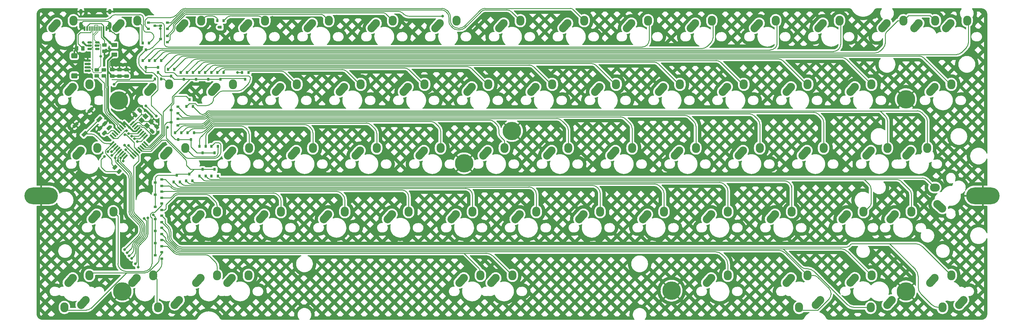
<source format=gbr>
G04 #@! TF.GenerationSoftware,KiCad,Pcbnew,(6.0.4)*
G04 #@! TF.CreationDate,2022-03-30T23:50:22+02:00*
G04 #@! TF.ProjectId,pcb,7063622e-6b69-4636-9164-5f7063625858,rev?*
G04 #@! TF.SameCoordinates,Original*
G04 #@! TF.FileFunction,Copper,L2,Bot*
G04 #@! TF.FilePolarity,Positive*
%FSLAX46Y46*%
G04 Gerber Fmt 4.6, Leading zero omitted, Abs format (unit mm)*
G04 Created by KiCad (PCBNEW (6.0.4)) date 2022-03-30 23:50:22*
%MOMM*%
%LPD*%
G01*
G04 APERTURE LIST*
G04 Aperture macros list*
%AMRoundRect*
0 Rectangle with rounded corners*
0 $1 Rounding radius*
0 $2 $3 $4 $5 $6 $7 $8 $9 X,Y pos of 4 corners*
0 Add a 4 corners polygon primitive as box body*
4,1,4,$2,$3,$4,$5,$6,$7,$8,$9,$2,$3,0*
0 Add four circle primitives for the rounded corners*
1,1,$1+$1,$2,$3*
1,1,$1+$1,$4,$5*
1,1,$1+$1,$6,$7*
1,1,$1+$1,$8,$9*
0 Add four rect primitives between the rounded corners*
20,1,$1+$1,$2,$3,$4,$5,0*
20,1,$1+$1,$4,$5,$6,$7,0*
20,1,$1+$1,$6,$7,$8,$9,0*
20,1,$1+$1,$8,$9,$2,$3,0*%
%AMHorizOval*
0 Thick line with rounded ends*
0 $1 width*
0 $2 $3 position (X,Y) of the first rounded end (center of the circle)*
0 $4 $5 position (X,Y) of the second rounded end (center of the circle)*
0 Add line between two ends*
20,1,$1,$2,$3,$4,$5,0*
0 Add two circle primitives to create the rounded ends*
1,1,$1,$2,$3*
1,1,$1,$4,$5*%
%AMRotRect*
0 Rectangle, with rotation*
0 The origin of the aperture is its center*
0 $1 length*
0 $2 width*
0 $3 Rotation angle, in degrees counterclockwise*
0 Add horizontal line*
21,1,$1,$2,0,0,$3*%
G04 Aperture macros list end*
G04 #@! TA.AperFunction,ComponentPad*
%ADD10C,2.400000*%
G04 #@! TD*
G04 #@! TA.AperFunction,ComponentPad*
%ADD11HorizOval,2.400000X-0.669131X-0.743145X0.669131X0.743145X0*%
G04 #@! TD*
G04 #@! TA.AperFunction,ComponentPad*
%ADD12O,2.400000X2.950000*%
G04 #@! TD*
G04 #@! TA.AperFunction,ComponentPad*
%ADD13HorizOval,2.400000X0.669131X0.743145X-0.669131X-0.743145X0*%
G04 #@! TD*
G04 #@! TA.AperFunction,ComponentPad*
%ADD14O,10.000000X5.000000*%
G04 #@! TD*
G04 #@! TA.AperFunction,ComponentPad*
%ADD15C,5.500000*%
G04 #@! TD*
G04 #@! TA.AperFunction,ComponentPad*
%ADD16HorizOval,2.400000X-0.743145X0.669131X0.743145X-0.669131X0*%
G04 #@! TD*
G04 #@! TA.AperFunction,ComponentPad*
%ADD17O,2.950000X2.400000*%
G04 #@! TD*
G04 #@! TA.AperFunction,SMDPad,CuDef*
%ADD18R,0.800000X0.900000*%
G04 #@! TD*
G04 #@! TA.AperFunction,SMDPad,CuDef*
%ADD19R,0.900000X0.800000*%
G04 #@! TD*
G04 #@! TA.AperFunction,SMDPad,CuDef*
%ADD20RoundRect,0.250000X0.475000X-0.250000X0.475000X0.250000X-0.475000X0.250000X-0.475000X-0.250000X0*%
G04 #@! TD*
G04 #@! TA.AperFunction,SMDPad,CuDef*
%ADD21RoundRect,0.250000X0.159099X-0.512652X0.512652X-0.159099X-0.159099X0.512652X-0.512652X0.159099X0*%
G04 #@! TD*
G04 #@! TA.AperFunction,SMDPad,CuDef*
%ADD22RoundRect,0.250000X0.503814X0.132583X0.132583X0.503814X-0.503814X-0.132583X-0.132583X-0.503814X0*%
G04 #@! TD*
G04 #@! TA.AperFunction,SMDPad,CuDef*
%ADD23RoundRect,0.250000X0.262500X0.450000X-0.262500X0.450000X-0.262500X-0.450000X0.262500X-0.450000X0*%
G04 #@! TD*
G04 #@! TA.AperFunction,SMDPad,CuDef*
%ADD24RoundRect,0.250000X-0.450000X0.262500X-0.450000X-0.262500X0.450000X-0.262500X0.450000X0.262500X0*%
G04 #@! TD*
G04 #@! TA.AperFunction,SMDPad,CuDef*
%ADD25RoundRect,0.250000X0.512652X0.159099X0.159099X0.512652X-0.512652X-0.159099X-0.159099X-0.512652X0*%
G04 #@! TD*
G04 #@! TA.AperFunction,SMDPad,CuDef*
%ADD26RotRect,1.600000X0.550000X225.000000*%
G04 #@! TD*
G04 #@! TA.AperFunction,SMDPad,CuDef*
%ADD27RotRect,1.600000X0.550000X135.000000*%
G04 #@! TD*
G04 #@! TA.AperFunction,SMDPad,CuDef*
%ADD28RotRect,1.400000X1.200000X315.000000*%
G04 #@! TD*
G04 #@! TA.AperFunction,SMDPad,CuDef*
%ADD29RoundRect,0.150000X0.775000X-0.150000X0.775000X0.150000X-0.775000X0.150000X-0.775000X-0.150000X0*%
G04 #@! TD*
G04 #@! TA.AperFunction,SMDPad,CuDef*
%ADD30RoundRect,0.332800X0.567200X-0.467200X0.567200X0.467200X-0.567200X0.467200X-0.567200X-0.467200X0*%
G04 #@! TD*
G04 #@! TA.AperFunction,SMDPad,CuDef*
%ADD31RoundRect,0.150000X0.512500X0.150000X-0.512500X0.150000X-0.512500X-0.150000X0.512500X-0.150000X0*%
G04 #@! TD*
G04 #@! TA.AperFunction,SMDPad,CuDef*
%ADD32RoundRect,0.250000X-0.625000X0.375000X-0.625000X-0.375000X0.625000X-0.375000X0.625000X0.375000X0*%
G04 #@! TD*
G04 #@! TA.AperFunction,SMDPad,CuDef*
%ADD33R,0.600000X1.450000*%
G04 #@! TD*
G04 #@! TA.AperFunction,SMDPad,CuDef*
%ADD34R,0.300000X1.450000*%
G04 #@! TD*
G04 #@! TA.AperFunction,ComponentPad*
%ADD35O,1.000000X2.100000*%
G04 #@! TD*
G04 #@! TA.AperFunction,ComponentPad*
%ADD36O,1.000000X1.600000*%
G04 #@! TD*
G04 #@! TA.AperFunction,SMDPad,CuDef*
%ADD37RotRect,1.700000X1.000000X225.000000*%
G04 #@! TD*
G04 #@! TA.AperFunction,SMDPad,CuDef*
%ADD38RoundRect,0.250000X-0.159099X0.512652X-0.512652X0.159099X0.159099X-0.512652X0.512652X-0.159099X0*%
G04 #@! TD*
G04 #@! TA.AperFunction,ViaPad*
%ADD39C,0.800000*%
G04 #@! TD*
G04 #@! TA.AperFunction,Conductor*
%ADD40C,0.250000*%
G04 #@! TD*
G04 #@! TA.AperFunction,Conductor*
%ADD41C,0.500000*%
G04 #@! TD*
G04 #@! TA.AperFunction,Conductor*
%ADD42C,0.200000*%
G04 #@! TD*
G04 APERTURE END LIST*
D10*
X30837500Y-81725000D03*
D11*
X30206631Y-82431855D03*
D12*
X35837500Y-80925000D03*
D10*
X276343750Y-89725000D03*
D13*
X276974619Y-89018145D03*
D12*
X271343750Y-90525000D03*
X249912500Y-90525000D03*
D13*
X255543369Y-89018145D03*
D10*
X254912500Y-89725000D03*
X14337500Y-89725000D03*
D13*
X14968369Y-89018145D03*
D12*
X9337500Y-90525000D03*
D14*
X2381252Y-57125000D03*
X283368988Y-57125000D03*
D15*
X26625000Y-85725072D03*
X142875000Y-37750000D03*
X260430000Y-85725072D03*
X260425000Y-28227050D03*
X25600000Y-28575024D03*
X128587608Y-47425040D03*
X190500160Y-85525000D03*
D10*
X130850000Y-24575000D03*
D11*
X130219131Y-25281855D03*
D12*
X135850000Y-23775000D03*
D10*
X140375000Y-5525000D03*
D11*
X139744131Y-6231855D03*
D12*
X145375000Y-4725000D03*
D10*
X59412500Y-43625000D03*
D11*
X58781631Y-44331855D03*
D12*
X64412500Y-42825000D03*
X228550000Y-90525000D03*
D10*
X233550000Y-89725000D03*
D13*
X234180869Y-89018145D03*
D10*
X211812500Y-43625000D03*
D11*
X211181631Y-44331855D03*
D12*
X216812500Y-42825000D03*
D11*
X18300381Y-63381855D03*
D10*
X18931250Y-62675000D03*
D12*
X23931250Y-61875000D03*
X250160000Y-80890000D03*
D11*
X244529131Y-82396855D03*
D10*
X245160000Y-81690000D03*
D11*
X230231631Y-44331855D03*
D10*
X230862500Y-43625000D03*
D12*
X235862500Y-42825000D03*
D11*
X182606631Y-63381855D03*
D10*
X183237500Y-62675000D03*
D12*
X188237500Y-61875000D03*
D11*
X249281631Y-44331855D03*
D10*
X249912500Y-43625000D03*
D12*
X254912500Y-42825000D03*
D10*
X107037500Y-62675000D03*
D11*
X106406631Y-63381855D03*
D12*
X112037500Y-61875000D03*
D10*
X192762500Y-43625000D03*
D11*
X192131631Y-44331855D03*
D12*
X197762500Y-42825000D03*
D10*
X273725000Y-5525000D03*
D11*
X273094131Y-6231855D03*
D12*
X278725000Y-4725000D03*
D11*
X244519131Y-25281855D03*
D10*
X245150000Y-24575000D03*
D12*
X250150000Y-23775000D03*
D10*
X126087500Y-62675000D03*
D11*
X125456631Y-63381855D03*
D12*
X131087500Y-61875000D03*
D11*
X225469131Y-82431855D03*
D10*
X226100000Y-81725000D03*
D12*
X231100000Y-80925000D03*
D10*
X116562500Y-43625000D03*
D11*
X115931631Y-44331855D03*
D12*
X121562500Y-42825000D03*
D10*
X216575000Y-5525000D03*
D11*
X215944131Y-6231855D03*
D12*
X221575000Y-4725000D03*
D10*
X14168750Y-43625000D03*
D11*
X13537881Y-44331855D03*
D12*
X19168750Y-42825000D03*
D10*
X68937500Y-62675000D03*
D11*
X68306631Y-63381855D03*
D12*
X73937500Y-61875000D03*
D10*
X154662500Y-43625000D03*
D11*
X154031631Y-44331855D03*
D12*
X159662500Y-42825000D03*
D10*
X242768750Y-62675000D03*
D11*
X242137881Y-63381855D03*
D12*
X247768750Y-61875000D03*
D11*
X73069131Y-25281855D03*
D10*
X73700000Y-24575000D03*
D12*
X78700000Y-23775000D03*
D11*
X268331631Y-82431855D03*
D10*
X268962500Y-81725000D03*
D12*
X273962500Y-80925000D03*
D10*
X257056250Y-62675000D03*
D11*
X256425381Y-63381855D03*
D12*
X262056250Y-61875000D03*
D11*
X268331631Y-25281855D03*
D10*
X268962500Y-24575000D03*
D12*
X273962500Y-23775000D03*
D11*
X225469131Y-25281855D03*
D10*
X226100000Y-24575000D03*
D12*
X231100000Y-23775000D03*
D10*
X26075000Y-5525000D03*
D11*
X25444131Y-6231855D03*
D12*
X31075000Y-4725000D03*
D10*
X202287500Y-62675000D03*
D11*
X201656631Y-63381855D03*
D12*
X207287500Y-61875000D03*
D10*
X261818750Y-43625000D03*
D11*
X261187881Y-44331855D03*
D12*
X266818750Y-42825000D03*
D10*
X92750000Y-24575000D03*
D11*
X92119131Y-25281855D03*
D12*
X97750000Y-23775000D03*
D11*
X127837881Y-82431855D03*
D10*
X128468750Y-81725000D03*
D12*
X133468750Y-80925000D03*
D11*
X54019131Y-25281855D03*
D10*
X54650000Y-24575000D03*
D12*
X59650000Y-23775000D03*
D10*
X97512500Y-43625000D03*
D11*
X96881631Y-44331855D03*
D12*
X102512500Y-42825000D03*
D11*
X173081631Y-44331855D03*
D10*
X173712500Y-43625000D03*
D12*
X178712500Y-42825000D03*
D11*
X144506631Y-63381855D03*
D10*
X145137500Y-62675000D03*
D12*
X150137500Y-61875000D03*
D10*
X83225000Y-5525000D03*
D11*
X82594131Y-6231855D03*
D12*
X88225000Y-4725000D03*
D11*
X134981631Y-44331855D03*
D10*
X135612500Y-43625000D03*
D12*
X140612500Y-42825000D03*
D11*
X163556631Y-63381855D03*
D10*
X164187500Y-62675000D03*
D12*
X169187500Y-61875000D03*
D11*
X187369131Y-25281855D03*
D10*
X188000000Y-24575000D03*
D12*
X193000000Y-23775000D03*
D11*
X39731631Y-44331855D03*
D10*
X40362500Y-43625000D03*
D12*
X45362500Y-42825000D03*
D10*
X78462500Y-43625000D03*
D11*
X77831631Y-44331855D03*
D12*
X83462500Y-42825000D03*
D11*
X196894131Y-6231855D03*
D10*
X197525000Y-5525000D03*
D12*
X202525000Y-4725000D03*
D10*
X178475000Y-5525000D03*
D11*
X177844131Y-6231855D03*
D12*
X183475000Y-4725000D03*
D10*
X264200000Y-5525000D03*
D11*
X263569131Y-6231855D03*
D12*
X269200000Y-4725000D03*
D10*
X64175000Y-5525000D03*
D11*
X63544131Y-6231855D03*
D12*
X69175000Y-4725000D03*
D10*
X87987500Y-62675000D03*
D11*
X87356631Y-63381855D03*
D12*
X92987500Y-61875000D03*
D13*
X42868369Y-89018145D03*
D10*
X42237500Y-89725000D03*
D12*
X37237500Y-90525000D03*
D10*
X254675000Y-5525000D03*
D11*
X254044131Y-6231855D03*
D12*
X259675000Y-4725000D03*
D10*
X168950000Y-24575000D03*
D11*
X168319131Y-25281855D03*
D12*
X173950000Y-23775000D03*
D11*
X137362881Y-82431855D03*
D10*
X137993750Y-81725000D03*
D12*
X142993750Y-80925000D03*
D10*
X202287500Y-81725000D03*
D11*
X201656631Y-82431855D03*
D12*
X207287500Y-80925000D03*
D11*
X49256631Y-82431855D03*
D10*
X49887500Y-81725000D03*
D12*
X54887500Y-80925000D03*
D10*
X269843750Y-59650000D03*
D16*
X270550605Y-60280869D03*
D17*
X269043750Y-54650000D03*
D10*
X111800000Y-24575000D03*
D11*
X111169131Y-25281855D03*
D12*
X116800000Y-23775000D03*
D10*
X102275000Y-5525000D03*
D11*
X101644131Y-6231855D03*
D12*
X107275000Y-4725000D03*
D11*
X34969131Y-25281855D03*
D10*
X35600000Y-24575000D03*
D12*
X40600000Y-23775000D03*
D11*
X120694131Y-6231855D03*
D10*
X121325000Y-5525000D03*
D12*
X126325000Y-4725000D03*
D10*
X207050000Y-24575000D03*
D11*
X206419131Y-25281855D03*
D12*
X212050000Y-23775000D03*
D10*
X45125000Y-5525000D03*
D11*
X44494131Y-6231855D03*
D12*
X50125000Y-4725000D03*
D11*
X11156631Y-25281855D03*
D10*
X11787500Y-24575000D03*
D12*
X16787500Y-23775000D03*
D11*
X6394131Y-6231855D03*
D10*
X7025000Y-5525000D03*
D12*
X12025000Y-4725000D03*
D10*
X159425000Y-5525000D03*
D11*
X158794131Y-6231855D03*
D12*
X164425000Y-4725000D03*
D11*
X220706631Y-63381855D03*
D10*
X221337500Y-62675000D03*
D12*
X226337500Y-61875000D03*
D11*
X234994131Y-6231855D03*
D10*
X235625000Y-5525000D03*
D12*
X240625000Y-4725000D03*
D11*
X149269131Y-25281855D03*
D10*
X149900000Y-24575000D03*
D12*
X154900000Y-23775000D03*
D10*
X59250000Y-81725000D03*
D11*
X58619131Y-82431855D03*
D12*
X64250000Y-80925000D03*
D10*
X11787500Y-81725000D03*
D11*
X11156631Y-82431855D03*
D12*
X16787500Y-80925000D03*
D11*
X49256631Y-63381855D03*
D10*
X49887500Y-62675000D03*
D12*
X54887500Y-61875000D03*
D18*
X47550000Y-52650000D03*
X45650000Y-52650000D03*
X46600000Y-50650000D03*
D19*
X38400000Y-55850000D03*
X38400000Y-57750000D03*
X36400000Y-56800000D03*
D18*
X43800000Y-52950000D03*
X41900000Y-52950000D03*
X42850000Y-50950000D03*
D20*
X23650000Y-21300000D03*
X23650000Y-19400000D03*
D18*
X51300000Y-20250000D03*
X53200000Y-20250000D03*
X52250000Y-22250000D03*
D21*
X30428249Y-32921751D03*
X31771751Y-31578249D03*
D18*
X36300000Y-16700000D03*
X38200000Y-16700000D03*
X37250000Y-18700000D03*
D22*
X22645235Y-36845235D03*
X21354765Y-35554765D03*
D18*
X32700000Y-16700000D03*
X34600000Y-16700000D03*
X33650000Y-18700000D03*
D19*
X40050000Y-9300000D03*
X40050000Y-11200000D03*
X38050000Y-10250000D03*
X38400000Y-52250000D03*
X38400000Y-54150000D03*
X36400000Y-53200000D03*
D18*
X46100000Y-38300000D03*
X48000000Y-38300000D03*
X47050000Y-40300000D03*
X53200000Y-42300000D03*
X55100000Y-42300000D03*
X54150000Y-44300000D03*
D23*
X14812500Y-13050000D03*
X12987500Y-13050000D03*
D24*
X19000000Y-19437500D03*
X19000000Y-21262500D03*
D19*
X40050000Y-5300000D03*
X40050000Y-7200000D03*
X38050000Y-6250000D03*
D25*
X21221751Y-38321751D03*
X19878249Y-36978249D03*
D26*
X29600305Y-35496147D03*
X30165990Y-36061833D03*
X30731676Y-36627518D03*
X31297361Y-37193203D03*
X31863047Y-37758889D03*
X32428732Y-38324574D03*
X32994417Y-38890260D03*
X33560103Y-39455945D03*
D27*
X33560103Y-41506555D03*
X32994417Y-42072240D03*
X32428732Y-42637926D03*
X31863047Y-43203611D03*
X31297361Y-43769297D03*
X30731676Y-44334982D03*
X30165990Y-44900667D03*
X29600305Y-45466353D03*
D26*
X27549695Y-45466353D03*
X26984010Y-44900667D03*
X26418324Y-44334982D03*
X25852639Y-43769297D03*
X25286953Y-43203611D03*
X24721268Y-42637926D03*
X24155583Y-42072240D03*
X23589897Y-41506555D03*
D27*
X23589897Y-39455945D03*
X24155583Y-38890260D03*
X24721268Y-38324574D03*
X25286953Y-37758889D03*
X25852639Y-37193203D03*
X26418324Y-36627518D03*
X26984010Y-36061833D03*
X27549695Y-35496147D03*
D28*
X33573223Y-33371142D03*
X35128858Y-34926777D03*
X33926777Y-36128858D03*
X32371142Y-34573223D03*
D20*
X27850000Y-21300000D03*
X27850000Y-19400000D03*
D29*
X16300000Y-19700000D03*
X16300000Y-18700000D03*
X16300000Y-17700000D03*
X16300000Y-16700000D03*
D30*
X12275000Y-21200000D03*
X12275000Y-15200000D03*
D22*
X25645235Y-49895235D03*
X24354765Y-48604765D03*
D18*
X47650000Y-20250000D03*
X49550000Y-20250000D03*
X48600000Y-22250000D03*
D19*
X43200000Y-34150000D03*
X43200000Y-36050000D03*
X41200000Y-35100000D03*
D18*
X51500000Y-51200000D03*
X49600000Y-51200000D03*
X50550000Y-49200000D03*
D19*
X38400000Y-70350000D03*
X38400000Y-72250000D03*
X36400000Y-71300000D03*
X43200000Y-30500000D03*
X43200000Y-32400000D03*
X41200000Y-31450000D03*
D20*
X25750000Y-21300000D03*
X25750000Y-19400000D03*
D18*
X54950000Y-4700000D03*
X56850000Y-4700000D03*
X55900000Y-6700000D03*
X38200000Y-22200000D03*
X36300000Y-22200000D03*
X37250000Y-20200000D03*
D24*
X21300000Y-12037500D03*
X21300000Y-13862500D03*
D31*
X19112980Y-11266500D03*
X19112980Y-12216500D03*
X19112980Y-13166500D03*
X16837980Y-13166500D03*
X16837980Y-12216500D03*
X16837980Y-11266500D03*
D24*
X21100000Y-19437500D03*
X21100000Y-21262500D03*
D32*
X24250000Y-12050000D03*
X24250000Y-14850000D03*
D18*
X49600000Y-42300000D03*
X51500000Y-42300000D03*
X50550000Y-44300000D03*
D19*
X38400000Y-66700000D03*
X38400000Y-68600000D03*
X36400000Y-67650000D03*
X38400000Y-74000000D03*
X38400000Y-75900000D03*
X36400000Y-74950000D03*
D18*
X44000000Y-20250000D03*
X45900000Y-20250000D03*
X44950000Y-22250000D03*
D19*
X38400000Y-63100000D03*
X38400000Y-65000000D03*
X36400000Y-64050000D03*
X34360000Y-7200000D03*
X34360000Y-5300000D03*
X36360000Y-6250000D03*
X38400000Y-59450000D03*
X38400000Y-61350000D03*
X36400000Y-60400000D03*
D18*
X40200000Y-19300000D03*
X42100000Y-19300000D03*
X41150000Y-21300000D03*
D33*
X15315000Y-7080000D03*
X16115000Y-7080000D03*
D34*
X17315000Y-7080000D03*
X18315000Y-7080000D03*
X18815000Y-7080000D03*
X19815000Y-7080000D03*
D33*
X21015000Y-7080000D03*
X21815000Y-7080000D03*
X21815000Y-7080000D03*
X21015000Y-7080000D03*
D34*
X20315000Y-7080000D03*
X19315000Y-7080000D03*
X17815000Y-7080000D03*
X16815000Y-7080000D03*
D33*
X16115000Y-7080000D03*
X15315000Y-7080000D03*
D35*
X22885000Y-6165000D03*
D36*
X22885000Y-1985000D03*
X14245000Y-1985000D03*
D35*
X14245000Y-6165000D03*
D18*
X47650000Y-30350000D03*
X45750000Y-30350000D03*
X46700000Y-28350000D03*
X32690000Y-11430000D03*
X34590000Y-11430000D03*
X33640000Y-13430000D03*
D37*
X17083883Y-31479111D03*
X12629111Y-35933883D03*
X19770889Y-34166117D03*
X15316117Y-38620889D03*
D18*
X54950000Y-20250000D03*
X56850000Y-20250000D03*
X55900000Y-22250000D03*
D38*
X36821751Y-36478249D03*
X35478249Y-37821751D03*
D18*
X42350000Y-38300000D03*
X44250000Y-38300000D03*
X43300000Y-40300000D03*
X55100000Y-51200000D03*
X53200000Y-51200000D03*
X54150000Y-49200000D03*
X62350000Y-20250000D03*
X64250000Y-20250000D03*
X63300000Y-22250000D03*
D39*
X37400000Y-49650000D03*
X26000000Y-1450000D03*
X257750000Y-2850000D03*
X71400000Y-3700000D03*
X250750000Y-2850000D03*
X21750000Y-13500000D03*
X45150000Y-26250000D03*
X39350000Y-41350000D03*
X18700000Y-12200000D03*
X90600000Y-3350000D03*
X52200000Y-11300000D03*
X13950000Y-50800000D03*
X20200000Y-15400000D03*
X16600000Y-17650000D03*
X28676774Y-36623226D03*
X21250000Y-45350000D03*
X24200000Y-14800000D03*
X16650000Y-19700000D03*
X37960000Y-7130000D03*
X55400000Y-6700000D03*
X36750000Y-33300000D03*
X33650000Y-30200000D03*
X40050000Y-36650000D03*
X27850000Y-37700000D03*
X35800000Y-62800000D03*
X14910388Y-11289612D03*
X22860388Y-11289612D03*
X22300480Y-43899520D03*
X31050000Y-40850000D03*
X31350000Y-78500000D03*
X34225000Y-63775000D03*
X30500000Y-77450000D03*
X30250000Y-40050000D03*
X33075000Y-63875000D03*
X29400000Y-39300000D03*
X28500000Y-38550000D03*
X29400000Y-75850000D03*
X28450000Y-42100000D03*
X27275000Y-41975000D03*
X27575000Y-43375000D03*
X26850000Y-46750000D03*
X28650000Y-75100000D03*
X26050000Y-45800000D03*
X25250000Y-46650000D03*
X28050000Y-74150000D03*
X27300000Y-73250000D03*
X24500000Y-45800000D03*
X23500000Y-45050000D03*
X23350000Y-43900000D03*
X23100000Y-36450000D03*
X27399897Y-38850103D03*
X24100000Y-23750000D03*
X122220000Y-3390000D03*
X60950000Y-20250000D03*
D40*
X39999442Y-66599462D02*
G75*
G02*
X40585238Y-68013665I-1414242J-1414238D01*
G01*
X40448955Y-66398987D02*
G75*
G02*
X41034758Y-67813185I-1414155J-1414213D01*
G01*
X39549957Y-67849905D02*
G75*
G02*
X40135718Y-69264145I-1414257J-1414195D01*
G01*
X40135745Y-69535855D02*
G75*
G03*
X40721504Y-70950068I1999955J-45D01*
G01*
X132882942Y-78607986D02*
G75*
G02*
X133468750Y-80022177I-1414142J-1414214D01*
G01*
X229164916Y-78350699D02*
G75*
G03*
X230579145Y-78936469I1414184J1414199D01*
G01*
X233081832Y-79818692D02*
G75*
G03*
X230960523Y-78940000I-2121332J-2121308D01*
G01*
X245030805Y-90524996D02*
G75*
G02*
X242909485Y-89646321I-5J2999996D01*
G01*
X222549520Y-72950480D02*
X223764729Y-72950480D01*
X223764729Y-72950480D02*
X229164932Y-78350683D01*
X230579145Y-78936469D02*
X230956992Y-78936469D01*
X230956992Y-78936469D02*
X230960523Y-78940000D01*
X233081844Y-79818680D02*
X242909485Y-89646321D01*
X245030805Y-90525000D02*
X249912500Y-90525000D01*
X232724019Y-80924987D02*
G75*
G02*
X234138232Y-81510786I-19J-2000013D01*
G01*
X238059986Y-86584381D02*
G75*
G02*
X237474214Y-87998594I-1999986J-19D01*
G01*
X238060013Y-86260981D02*
G75*
G03*
X237474213Y-84846767I-2000013J-19D01*
G01*
X264079971Y-81222641D02*
G75*
G03*
X263201320Y-79101320I-2999971J41D01*
G01*
X206408800Y-75528360D02*
G75*
G02*
X207287500Y-77649661I-2121300J-2121340D01*
G01*
X264079997Y-84402305D02*
G75*
G03*
X264958680Y-86523624I3000003J5D01*
G01*
X270202695Y-90525003D02*
G75*
G02*
X268081375Y-89646319I5J3000003D01*
G01*
X205610128Y-74729630D02*
G75*
G03*
X203488799Y-73850960I-2121328J-2121370D01*
G01*
X137247918Y-75179150D02*
G75*
G03*
X135126589Y-74300480I-2121318J-2121350D01*
G01*
X43815105Y-73850968D02*
G75*
G02*
X42400892Y-73265174I-5J1999968D01*
G01*
X43428427Y-74749980D02*
G75*
G02*
X42014214Y-74164212I-27J1999980D01*
G01*
X41171011Y-70763885D02*
G75*
G02*
X40585238Y-69349657I1414189J1414185D01*
G01*
X43628907Y-74300480D02*
G75*
G02*
X42214695Y-73714693I-7J1999980D01*
G01*
X41034800Y-69163459D02*
G75*
G03*
X41620544Y-70577672I2000000J-41D01*
G01*
X44372259Y-72501000D02*
G75*
G02*
X42958045Y-71915173I41J2000000D01*
G01*
X43999863Y-73400026D02*
G75*
G02*
X42585649Y-72814213I37J2000026D01*
G01*
X42771872Y-72364670D02*
G75*
G03*
X44186061Y-72950480I1414228J1414170D01*
G01*
X37257112Y-77074402D02*
G75*
G03*
X37550000Y-76367290I-707112J707102D01*
G01*
X37814228Y-78948300D02*
G75*
G03*
X38400000Y-77534073I-1414228J1414200D01*
G01*
X33342253Y-80160783D02*
G75*
G03*
X34756467Y-79575037I47J1999983D01*
G01*
X27529731Y-79711280D02*
G75*
G02*
X26115519Y-79125517I-31J1999980D01*
G01*
X25286720Y-77468302D02*
G75*
G03*
X25872517Y-78882515I1999980J2D01*
G01*
X51351573Y-74750020D02*
G75*
G02*
X52765785Y-75335787I27J-1999980D01*
G01*
X54887480Y-78285927D02*
G75*
G03*
X54301712Y-76871714I-1999980J27D01*
G01*
X17271088Y-90730996D02*
G75*
G02*
X15856860Y-91316769I-1414188J1414196D01*
G01*
X35449970Y-77417359D02*
G75*
G02*
X34864213Y-78831571I-1999970J-41D01*
G01*
X33156055Y-79711270D02*
G75*
G03*
X34570268Y-79125516I45J1999970D01*
G01*
X9337500Y-90525000D02*
X10129269Y-91316769D01*
X10129269Y-91316769D02*
X15856860Y-91316769D01*
X17271074Y-90730982D02*
X27841232Y-80160824D01*
X27841232Y-80160824D02*
X29810824Y-80160824D01*
X268081374Y-89646320D02*
X264958679Y-86523625D01*
X271343750Y-90525000D02*
X270202695Y-90525000D01*
X263244859Y-71450000D02*
X255550000Y-71450000D01*
X255550000Y-71450000D02*
X244564214Y-71450000D01*
X264080000Y-84402305D02*
X264080000Y-81222641D01*
X263201320Y-79101320D02*
X255550000Y-71450000D01*
X44186061Y-72950480D02*
X222549520Y-72950480D01*
X222549520Y-72950480D02*
X240932839Y-72950480D01*
X250160000Y-80890000D02*
X249368231Y-80098231D01*
X228550000Y-90525000D02*
X229341769Y-91316769D01*
X229341769Y-91316769D02*
X234156039Y-91316769D01*
X234156039Y-91316769D02*
X237474214Y-87998594D01*
X238060000Y-86584381D02*
X238060000Y-86260981D01*
X237474213Y-84846767D02*
X234138232Y-81510786D01*
X232724019Y-80925000D02*
X231100000Y-80925000D01*
X207287500Y-80925000D02*
X207287500Y-77649661D01*
X43815105Y-73850960D02*
X200670960Y-73850960D01*
X200670960Y-73850960D02*
X201058319Y-73850960D01*
X206408820Y-75528340D02*
X205610119Y-74729639D01*
X203488799Y-73850960D02*
X200670960Y-73850960D01*
X142993750Y-80925000D02*
X137247909Y-75179159D01*
X135126589Y-74300480D02*
X134250480Y-74300480D01*
X51351573Y-74750000D02*
X43428427Y-74750000D01*
X54887500Y-80925000D02*
X54887500Y-78285927D01*
X54301713Y-76871713D02*
X52765786Y-75335786D01*
X37237500Y-90525000D02*
X36912979Y-90200479D01*
X36912979Y-90200479D02*
X36912979Y-82000479D01*
X36912979Y-82000479D02*
X35837500Y-80925000D01*
X35837500Y-80925000D02*
X37814214Y-78948286D01*
X38400000Y-77534073D02*
X38400000Y-75900000D01*
X38135767Y-74688706D02*
G75*
G03*
X37550000Y-76102938I1414233J-1414194D01*
G01*
X16787500Y-80925000D02*
X17551676Y-80160824D01*
X17551676Y-80160824D02*
X33342253Y-80160824D01*
X38400000Y-74424511D02*
X38400000Y-74000000D01*
X34756467Y-79575037D02*
X37257107Y-77074397D01*
X37550000Y-76367290D02*
X37550000Y-76102938D01*
X38135786Y-74688725D02*
X38400000Y-74424511D01*
X23931250Y-61875000D02*
X25286729Y-63230479D01*
X25286729Y-63230479D02*
X25286729Y-77468302D01*
X25872516Y-78882516D02*
X26115518Y-79125518D01*
X35450000Y-77417359D02*
X35450000Y-63850000D01*
X36249022Y-62050000D02*
X38400000Y-59899022D01*
X27529731Y-79711304D02*
X33156055Y-79711304D01*
X34950000Y-62625386D02*
X35525386Y-62050000D01*
X34570269Y-79125517D02*
X34864214Y-78831572D01*
X35450000Y-63850000D02*
X34950000Y-63350000D01*
X34950000Y-63350000D02*
X34950000Y-62625386D01*
X35525386Y-62050000D02*
X36249022Y-62050000D01*
X38400000Y-59899022D02*
X38400000Y-59450000D01*
X24950000Y-13500000D02*
X25525000Y-12925000D01*
D41*
X12300000Y-15375000D02*
X12275000Y-15400000D01*
D40*
X36680330Y-36478249D02*
X35128858Y-34926777D01*
D41*
X13550000Y-14650000D02*
X14787500Y-15887500D01*
X24300000Y-36771936D02*
X25286953Y-37758889D01*
D40*
X31250651Y-36108543D02*
X31963276Y-36108543D01*
D41*
X13550000Y-14650000D02*
X15600000Y-16700000D01*
X14815000Y-6735000D02*
X15160000Y-7080000D01*
D40*
X23612494Y-16200000D02*
X22824040Y-16988454D01*
X25000000Y-16200000D02*
X23612494Y-16200000D01*
D41*
X24300000Y-35957406D02*
X24300000Y-36771936D01*
D40*
X35128858Y-33228858D02*
X32500000Y-30600000D01*
X22885000Y-6165000D02*
X22885000Y-7465000D01*
D41*
X15600000Y-16700000D02*
X16150000Y-16700000D01*
X18017979Y-29675383D02*
X18017979Y-29517979D01*
D40*
X14245000Y-5615000D02*
X14924521Y-4935479D01*
D41*
X12987500Y-13050000D02*
X12592893Y-13444607D01*
D40*
X32683018Y-34885099D02*
X32371142Y-34573223D01*
D41*
X12805960Y-8731546D02*
X12805959Y-11405959D01*
D40*
X25525000Y-11075000D02*
X25525000Y-12925000D01*
X23650000Y-19400000D02*
X27850000Y-19400000D01*
D41*
X18017979Y-27817979D02*
X14787500Y-24587500D01*
D40*
X35128858Y-34926777D02*
X35087180Y-34885099D01*
X31591078Y-30491078D02*
X31058922Y-30491078D01*
X35128858Y-34926777D02*
X35128858Y-33228858D01*
X14924521Y-4935479D02*
X22375479Y-4935479D01*
X29150000Y-20700000D02*
X29150000Y-21850000D01*
X32500000Y-30600000D02*
X32391078Y-30491078D01*
X33120226Y-36629775D02*
X35399373Y-38908922D01*
X32391078Y-30491078D02*
X31591078Y-30491078D01*
D41*
X14245000Y-6165000D02*
X14815000Y-6735000D01*
D40*
X28700000Y-22300000D02*
X23462494Y-22300000D01*
D41*
X15160000Y-7080000D02*
X15315000Y-7080000D01*
X18017979Y-30545015D02*
X18017979Y-29517979D01*
D40*
X25525000Y-19175000D02*
X25750000Y-19400000D01*
D41*
X14815000Y-6735000D02*
X14802506Y-6735000D01*
D40*
X21750000Y-13500000D02*
X24950000Y-13500000D01*
X22885000Y-1985000D02*
X14245000Y-1985000D01*
X25525000Y-9025000D02*
X25525000Y-11075000D01*
D41*
X12300000Y-14151714D02*
X12300000Y-15375000D01*
X14787500Y-24587500D02*
X14787500Y-20987500D01*
D40*
X21815000Y-7080000D02*
X21970000Y-7080000D01*
D41*
X12805959Y-11405959D02*
X12805959Y-13077532D01*
D40*
X29950000Y-32443502D02*
X30428249Y-32921751D01*
D41*
X20075960Y-31733364D02*
X21671298Y-33328702D01*
D40*
X24678064Y-37150000D02*
X25286953Y-37758889D01*
D41*
X22071298Y-33728702D02*
X24300000Y-35957406D01*
D40*
X35087180Y-34885099D02*
X32683018Y-34885099D01*
D41*
X14787500Y-15887500D02*
X14787500Y-19960349D01*
D40*
X24002214Y-8300479D02*
X24601735Y-8900000D01*
D41*
X14802506Y-6735000D02*
X12805960Y-8731546D01*
X17083883Y-31479111D02*
X12629111Y-35933883D01*
X22071298Y-34838232D02*
X19931281Y-36978249D01*
X13391746Y-14491746D02*
X14787500Y-15887500D01*
D40*
X31058922Y-30491078D02*
X29950000Y-31600000D01*
X23720479Y-8300479D02*
X24002214Y-8300479D01*
X22824040Y-18574040D02*
X23650000Y-19400000D01*
X29150000Y-21850000D02*
X28700000Y-22300000D01*
X25525000Y-14725000D02*
X25525000Y-15675000D01*
X25400000Y-8900000D02*
X25525000Y-9025000D01*
X24601735Y-8900000D02*
X25400000Y-8900000D01*
D41*
X22071298Y-33728702D02*
X22071298Y-34838232D01*
D40*
X15315000Y-7080000D02*
X15300000Y-7095000D01*
X22885000Y-7465000D02*
X23720479Y-8300479D01*
D41*
X21671298Y-33328702D02*
X18017979Y-29675383D01*
X12805959Y-11405959D02*
X12805959Y-12868459D01*
D40*
X36821751Y-38328249D02*
X36821751Y-36478249D01*
X22824040Y-16988454D02*
X22824040Y-18574040D01*
D41*
X14787500Y-20987500D02*
X12287500Y-20987500D01*
D40*
X36241078Y-38908922D02*
X36821751Y-38328249D01*
X14245000Y-6165000D02*
X14245000Y-5615000D01*
X30731676Y-36627518D02*
X31250651Y-36108543D01*
D41*
X12805959Y-12868459D02*
X12987500Y-13050000D01*
D40*
X25525000Y-12925000D02*
X25525000Y-14725000D01*
X31963276Y-36108543D02*
X32484508Y-36629775D01*
X32484508Y-36629775D02*
X33120226Y-36629775D01*
X25525000Y-15675000D02*
X25000000Y-16200000D01*
D41*
X17083883Y-31479111D02*
X18017979Y-30545015D01*
X18017979Y-29517979D02*
X18017979Y-27817979D01*
X21671298Y-33328702D02*
X22071298Y-33728702D01*
X22071298Y-34838232D02*
X21354765Y-35554765D01*
D40*
X35399373Y-38908922D02*
X36241078Y-38908922D01*
X22375479Y-4935479D02*
X22885000Y-5445000D01*
X27850000Y-19400000D02*
X29150000Y-20700000D01*
X22885000Y-5445000D02*
X22885000Y-6165000D01*
X21970000Y-7080000D02*
X22885000Y-6165000D01*
X29950000Y-31600000D02*
X29950000Y-32443502D01*
D41*
X14787500Y-20987500D02*
X14787500Y-19960349D01*
X19931281Y-36978249D02*
X19878249Y-36978249D01*
X12287500Y-20987500D02*
X12275000Y-21000000D01*
D40*
X36821751Y-36478249D02*
X36680330Y-36478249D01*
D41*
X12805949Y-13077532D02*
G75*
G03*
X13391746Y-14491746I2000051J32D01*
G01*
X12300010Y-14151714D02*
G75*
G02*
X12592893Y-13444607I999990J14D01*
G01*
D42*
X17800000Y-12552697D02*
X17800000Y-19550000D01*
X18815000Y-7080000D02*
X18815000Y-8054022D01*
X17815000Y-8054022D02*
X17815000Y-7080000D01*
X17186197Y-13166500D02*
X16837980Y-13166500D01*
X17815000Y-9054022D02*
X17815000Y-9285000D01*
X17815000Y-12537697D02*
X17186197Y-13166500D01*
X17815000Y-7080000D02*
X17815000Y-9285000D01*
X18815000Y-8054022D02*
X18764511Y-8104511D01*
X17800000Y-19550000D02*
X16950000Y-18700000D01*
X17800000Y-19550000D02*
X17800000Y-19928098D01*
X17815000Y-9285000D02*
X17815000Y-10235000D01*
X17815000Y-10235000D02*
X17815000Y-12537697D01*
X18815000Y-8054022D02*
X17815000Y-9054022D01*
X17800000Y-19928098D02*
X18171902Y-20300000D01*
X20237500Y-20300000D02*
X21100000Y-19437500D01*
X18171902Y-20300000D02*
X20237500Y-20300000D01*
X17023500Y-13166500D02*
X17371717Y-13166500D01*
X17186197Y-13166500D02*
X17800000Y-12552697D01*
X16950000Y-18700000D02*
X16150000Y-18700000D01*
X19461197Y-11266500D02*
X20200000Y-12005303D01*
X18315000Y-7080000D02*
X18315000Y-6105978D01*
X19263489Y-6055489D02*
X19315000Y-6107000D01*
X18315000Y-6105978D02*
X18365489Y-6055489D01*
X20200000Y-12005303D02*
X20200000Y-14250000D01*
X19112980Y-11266500D02*
X19461197Y-11266500D01*
X19315000Y-8119028D02*
X18214520Y-9219508D01*
X18214520Y-9219508D02*
X18214520Y-10368040D01*
X19315000Y-7080000D02*
X19315000Y-8119028D01*
X18214520Y-10368040D02*
X19112980Y-11266500D01*
X20200000Y-14250000D02*
X20200000Y-15400000D01*
X19315000Y-6107000D02*
X19315000Y-7080000D01*
X18365489Y-6055489D02*
X19263489Y-6055489D01*
X20200000Y-18237500D02*
X19000000Y-19437500D01*
X20200000Y-15400000D02*
X20200000Y-18237500D01*
D40*
X32300000Y-32796452D02*
X32300000Y-32106498D01*
X33573223Y-33371142D02*
X33078248Y-32876167D01*
X33078248Y-32876167D02*
X32220285Y-32876167D01*
X32300000Y-32106498D02*
X31771751Y-31578249D01*
X31298226Y-33798226D02*
X32300000Y-32796452D01*
X32220285Y-32876167D02*
X31298226Y-33798226D01*
X31298226Y-33798226D02*
X29600305Y-35496147D01*
X31645225Y-35154774D02*
X31073049Y-35154774D01*
X30138167Y-36061833D02*
X30100000Y-36100000D01*
X30165990Y-36061833D02*
X30138167Y-36061833D01*
X35478249Y-37821751D02*
X35478249Y-37680330D01*
X31073049Y-35154774D02*
X30165990Y-36061833D01*
X32619309Y-36128858D02*
X31645225Y-35154774D01*
X35478249Y-37680330D02*
X33926777Y-36128858D01*
X33926777Y-36128858D02*
X32619309Y-36128858D01*
X22300000Y-38550000D02*
X21450000Y-38550000D01*
X24721268Y-38324574D02*
X23946694Y-37550000D01*
X23300000Y-37550000D02*
X22300000Y-38550000D01*
X23946694Y-37550000D02*
X23300000Y-37550000D01*
X21450000Y-38550000D02*
X21221751Y-38321751D01*
D41*
X30653386Y-37837178D02*
X31297361Y-37193203D01*
D40*
X21352342Y-49602342D02*
X20542893Y-48792893D01*
X25645235Y-49895235D02*
X22059449Y-49895235D01*
D41*
X28676774Y-36623226D02*
X29890726Y-37837178D01*
X22249520Y-19749520D02*
X22249520Y-24248542D01*
X22249520Y-19300480D02*
X22249520Y-16750480D01*
X29890726Y-37837178D02*
X30653386Y-37837178D01*
D40*
X20542893Y-46057107D02*
X21250000Y-45350000D01*
D41*
X25653300Y-35050000D02*
X26000000Y-35050000D01*
X27549695Y-35496147D02*
X26984010Y-36061833D01*
X26446147Y-35496147D02*
X27549695Y-35496147D01*
X22400489Y-24399511D02*
X22400489Y-30968762D01*
X22986276Y-32382976D02*
X25653300Y-35050000D01*
X23650000Y-21300000D02*
X27850000Y-21300000D01*
X26000000Y-35050000D02*
X26984010Y-36034010D01*
X22249520Y-19899520D02*
X23650000Y-21300000D01*
X22249520Y-16750480D02*
X24200000Y-14800000D01*
D40*
X20250000Y-48085786D02*
X20250000Y-46764214D01*
D41*
X26000000Y-35050000D02*
X26446147Y-35496147D01*
X22249520Y-24248542D02*
X22400489Y-24399511D01*
X26984010Y-36034010D02*
X26984010Y-36061833D01*
X22249520Y-19749520D02*
X22249520Y-19300480D01*
D40*
X27850000Y-21300000D02*
X23350000Y-21300000D01*
D41*
X22249520Y-19749520D02*
X22249520Y-19899520D01*
X27549695Y-35496147D02*
X28676774Y-36623226D01*
D40*
X20250010Y-48085786D02*
G75*
G03*
X20542893Y-48792893I999990J-14D01*
G01*
D41*
X22986277Y-32382975D02*
G75*
G02*
X22400489Y-30968762I1414213J1414215D01*
G01*
D40*
X20250010Y-46764214D02*
G75*
G02*
X20542893Y-46057107I999990J14D01*
G01*
X22059449Y-49895190D02*
G75*
G02*
X21352342Y-49602342I-49J999990D01*
G01*
X32430479Y-6080479D02*
X31075000Y-4725000D01*
X32430479Y-11170479D02*
X32430479Y-6080479D01*
X31200000Y-4900000D02*
X31075000Y-5025000D01*
X31075000Y-4725000D02*
X31075000Y-5925000D01*
X32690000Y-11430000D02*
X32430479Y-11170479D01*
X37960000Y-7130000D02*
X38050000Y-7220000D01*
X31500000Y-16398427D02*
X31500000Y-17220595D01*
X38350000Y-38600000D02*
X34700000Y-42250000D01*
X35275479Y-27405044D02*
X35275479Y-30025479D01*
X33650000Y-18700000D02*
X37250000Y-18700000D01*
X38050000Y-10250000D02*
X35455786Y-12844214D01*
X37193741Y-25486782D02*
X35275479Y-27405044D01*
X34041573Y-13430000D02*
X33640000Y-13430000D01*
X33640000Y-13430000D02*
X32085786Y-14984214D01*
X33650000Y-18700000D02*
X33650000Y-20199022D01*
X37960000Y-6340000D02*
X38050000Y-6250000D01*
X35991915Y-20491915D02*
X37193741Y-21693741D01*
X33650000Y-20199022D02*
X35284808Y-20199022D01*
X35275479Y-30025479D02*
X38350000Y-33100000D01*
X37960000Y-7130000D02*
X37960000Y-6340000D01*
X34700000Y-42250000D02*
X34303548Y-42250000D01*
X55900000Y-6700000D02*
X55400000Y-6700000D01*
X37193741Y-21693741D02*
X37193741Y-25486782D01*
X38050000Y-6250000D02*
X36360000Y-6250000D01*
X33650000Y-20199022D02*
X32085786Y-18634808D01*
X34303548Y-42250000D02*
X33560103Y-41506555D01*
X31500000Y-17220595D02*
X31500000Y-16728427D01*
X38050000Y-7220000D02*
X38050000Y-10250000D01*
X38350000Y-33100000D02*
X38350000Y-38600000D01*
X34041573Y-13429980D02*
G75*
G03*
X35455785Y-12844213I27J1999980D01*
G01*
X31500004Y-17220595D02*
G75*
G03*
X32085786Y-18634808I1999996J-5D01*
G01*
X35284808Y-20199010D02*
G75*
G02*
X35991915Y-20491915I-8J-999990D01*
G01*
X32085772Y-14984200D02*
G75*
G03*
X31500000Y-16398427I1414228J-1414200D01*
G01*
X46764282Y-22250000D02*
X47550000Y-22250000D01*
X41500000Y-29314282D02*
X38799520Y-32014762D01*
X38799520Y-38786198D02*
X34886198Y-42699520D01*
X38799520Y-32014762D02*
X38799520Y-38786198D01*
X63025480Y-21975480D02*
X56174520Y-21975480D01*
X42100000Y-22250000D02*
X41150000Y-21300000D01*
X47550000Y-22250000D02*
X42100000Y-22250000D01*
X43814282Y-25200000D02*
X43307141Y-25707141D01*
X34886198Y-42699520D02*
X33621697Y-42699520D01*
X56174520Y-21975480D02*
X55900000Y-22250000D01*
X43307141Y-25707141D02*
X41500000Y-27514283D01*
X63300000Y-22250000D02*
X63025480Y-21975480D01*
X33621697Y-42699520D02*
X32994417Y-42072240D01*
X41500000Y-27514283D02*
X41500000Y-29314282D01*
X38350000Y-21300000D02*
X37250000Y-20200000D01*
X43307141Y-25707141D02*
X46764282Y-22250000D01*
X55900000Y-22250000D02*
X47550000Y-22250000D01*
X41150000Y-21300000D02*
X38350000Y-21300000D01*
X40850479Y-8949521D02*
X41976628Y-7823372D01*
X42269521Y-7116265D02*
X42269521Y-6394693D01*
X42562414Y-5687586D02*
X45107587Y-3142413D01*
X40850479Y-10399521D02*
X40850479Y-8949521D01*
X40050000Y-11200000D02*
X40850479Y-10399521D01*
X45814694Y-2849520D02*
X85935306Y-2849520D01*
X86642413Y-3142413D02*
X88225000Y-4725000D01*
X86642406Y-3142420D02*
G75*
G03*
X85935306Y-2849520I-707106J-707080D01*
G01*
X45814694Y-2849510D02*
G75*
G03*
X45107587Y-3142413I6J-999990D01*
G01*
X42269490Y-7116265D02*
G75*
G02*
X41976628Y-7823372I-999990J-35D01*
G01*
X42562422Y-5687594D02*
G75*
G03*
X42269521Y-6394693I707078J-707106D01*
G01*
X45478427Y-1050000D02*
X122001573Y-1050000D01*
X34594214Y-3770000D02*
X41101573Y-3770000D01*
X164425000Y-4725000D02*
X161050000Y-1350000D01*
X34310000Y-7200000D02*
X33632893Y-6522893D01*
X34360000Y-7200000D02*
X34310000Y-7200000D01*
X128628629Y-6394693D02*
X133387536Y-1635786D01*
X33340000Y-5815786D02*
X33340000Y-5024214D01*
X42515787Y-3184213D02*
X44064214Y-1635786D01*
X126739102Y-6980480D02*
X127214415Y-6980480D01*
X124510000Y-3558427D02*
X124510000Y-4751378D01*
X33632893Y-4317107D02*
X33887107Y-4062893D01*
X134801749Y-1050000D02*
X160335786Y-1050000D01*
X123415787Y-1635787D02*
X123924214Y-2144214D01*
X161042893Y-1342893D02*
X164425000Y-4725000D01*
X125095787Y-6165592D02*
X125324889Y-6394694D01*
X33632886Y-4317100D02*
G75*
G03*
X33340000Y-5024214I707114J-707100D01*
G01*
X33340010Y-5815786D02*
G75*
G03*
X33632893Y-6522893I999990J-14D01*
G01*
X42515801Y-3184227D02*
G75*
G02*
X41101573Y-3770000I-1414201J1414227D01*
G01*
X126739102Y-6980484D02*
G75*
G02*
X125324889Y-6394694I-2J1999984D01*
G01*
X124509980Y-3558427D02*
G75*
G03*
X123924213Y-2144215I-1999980J27D01*
G01*
X133387511Y-1635761D02*
G75*
G02*
X134801749Y-1050000I1414189J-1414239D01*
G01*
X128628617Y-6394681D02*
G75*
G02*
X127214415Y-6980480I-1414217J1414181D01*
G01*
X125095776Y-6165603D02*
G75*
G02*
X124510000Y-4751378I1414224J1414203D01*
G01*
X161042900Y-1342886D02*
G75*
G03*
X160335786Y-1050000I-707100J-707114D01*
G01*
X123415801Y-1635773D02*
G75*
G03*
X122001573Y-1050000I-1414201J-1414227D01*
G01*
X34594214Y-3770010D02*
G75*
G03*
X33887107Y-4062893I-14J-999990D01*
G01*
X45478427Y-1050020D02*
G75*
G03*
X44064215Y-1635787I-27J-1999980D01*
G01*
X34400000Y-5300000D02*
X34400000Y-5128427D01*
X38857107Y-5637107D02*
X38812893Y-5592893D01*
X39150000Y-6344214D02*
X39150000Y-11602880D01*
X181771573Y-12605280D02*
X56255280Y-12605280D01*
X40150000Y-12602880D02*
X56252880Y-12602880D01*
X38105786Y-5300000D02*
X34360000Y-5300000D01*
X56252880Y-12602880D02*
X56255280Y-12605280D01*
X183475000Y-4725000D02*
X183799521Y-5049521D01*
X56233870Y-12605280D02*
X56255280Y-12605280D01*
X183213734Y-11991546D02*
X183185786Y-12019494D01*
X183799521Y-5049521D02*
X183799521Y-10577332D01*
X39150020Y-11602880D02*
G75*
G03*
X40150000Y-12602880I999980J-20D01*
G01*
X183799537Y-10577332D02*
G75*
G02*
X183213734Y-11991546I-2000037J32D01*
G01*
X38105786Y-5300010D02*
G75*
G02*
X38812893Y-5592893I14J-999990D01*
G01*
X39149990Y-6344214D02*
G75*
G03*
X38857107Y-5637107I-999990J14D01*
G01*
X183185795Y-12019503D02*
G75*
G02*
X181771573Y-12605280I-1414195J1414203D01*
G01*
X38200000Y-22200000D02*
X39025000Y-22200000D01*
X39025000Y-22200000D02*
X40600000Y-23775000D01*
X52379387Y-3299040D02*
X53320613Y-3299040D01*
X54734827Y-3884827D02*
X54950000Y-4100000D01*
X50125000Y-4725000D02*
X50965174Y-3884826D01*
X49333231Y-3933231D02*
X50125000Y-4725000D01*
X54950000Y-4100000D02*
X54950000Y-4700000D01*
X50125000Y-4725000D02*
X50125000Y-4450000D01*
X54734812Y-3884842D02*
G75*
G03*
X53320613Y-3299040I-1414212J-1414158D01*
G01*
X50965189Y-3884841D02*
G75*
G02*
X52379387Y-3299040I1414211J-1414159D01*
G01*
X73897053Y-19800480D02*
X65749520Y-19800480D01*
X64549520Y-19800480D02*
X65950000Y-19800480D01*
X64250000Y-20250000D02*
X64250000Y-20100000D01*
X64250000Y-20100000D02*
X64549520Y-19800480D01*
X78700000Y-23775000D02*
X75311266Y-20386266D01*
X75311294Y-20386238D02*
G75*
G03*
X73897053Y-19800480I-1414194J-1414262D01*
G01*
X57126987Y-18901440D02*
X57751440Y-18901440D01*
X112212227Y-19487227D02*
X116800000Y-24075000D01*
X54950000Y-20250000D02*
X55712774Y-19487226D01*
X57751440Y-18901440D02*
X110798013Y-18901440D01*
X110798013Y-18901420D02*
G75*
G02*
X112212226Y-19487228I-13J-1999980D01*
G01*
X55712789Y-19487241D02*
G75*
G02*
X57126987Y-18901440I1414211J-1414159D01*
G01*
X56850000Y-20250000D02*
X56850000Y-19751920D01*
X93611747Y-19936747D02*
X97750000Y-24075000D01*
X56850000Y-19751920D02*
X57250960Y-19350960D01*
X57250960Y-19350960D02*
X92197533Y-19350960D01*
X92197533Y-19350949D02*
G75*
G02*
X93611747Y-19936747I-33J-2000051D01*
G01*
X147996093Y-17999520D02*
X146600480Y-17999520D01*
X146600480Y-17999520D02*
X146597600Y-18002400D01*
X56302400Y-18002400D02*
X54376027Y-18002400D01*
X154900000Y-24075000D02*
X149410306Y-18585306D01*
X146597600Y-18002400D02*
X56302400Y-18002400D01*
X52961813Y-18588187D02*
X51300000Y-20250000D01*
X149410305Y-18585307D02*
G75*
G03*
X147996093Y-17999520I-1414205J-1414193D01*
G01*
X52961799Y-18588173D02*
G75*
G02*
X54376027Y-18002400I1414201J-1414227D01*
G01*
X163099520Y-17100480D02*
X53300480Y-17100480D01*
X185197053Y-17100480D02*
X165750000Y-17100480D01*
X193000000Y-24075000D02*
X186611266Y-17686266D01*
X165750000Y-17100480D02*
X163099520Y-17100480D01*
X47650000Y-20250000D02*
X50213734Y-17686266D01*
X51627947Y-17100480D02*
X53300480Y-17100480D01*
X51627947Y-17100520D02*
G75*
G03*
X50213735Y-17686267I-47J-1999980D01*
G01*
X186611294Y-17686238D02*
G75*
G03*
X185197053Y-17100480I-1414194J-1414262D01*
G01*
X49550000Y-20250000D02*
X51664214Y-18135786D01*
X168010787Y-18135787D02*
X173950000Y-24075000D01*
X54050000Y-17550000D02*
X166596573Y-17550000D01*
X53078427Y-17550000D02*
X54050000Y-17550000D01*
X168010801Y-18135773D02*
G75*
G03*
X166596573Y-17550000I-1414201J-1414227D01*
G01*
X53078427Y-17550020D02*
G75*
G03*
X51664215Y-18135787I-27J-1999980D01*
G01*
X54285786Y-45900000D02*
X46181909Y-45900000D01*
X39700000Y-39832305D02*
X39700000Y-37000000D01*
X45474802Y-45607107D02*
X39700000Y-39832305D01*
X36750000Y-33300000D02*
X33650000Y-30200000D01*
X39700000Y-37000000D02*
X40050000Y-36650000D01*
X53200000Y-42300000D02*
X54103554Y-41396446D01*
X54457107Y-41250000D02*
X55292893Y-41250000D01*
X55707107Y-44892893D02*
X54992893Y-45607107D01*
X55646447Y-41396447D02*
X55853554Y-41603554D01*
X56000000Y-41957107D02*
X56000000Y-44185786D01*
X36750000Y-33300000D02*
X35000000Y-31550000D01*
X46181909Y-45899993D02*
G75*
G02*
X45474803Y-45607106I-9J999993D01*
G01*
X55999990Y-44185786D02*
G75*
G02*
X55707107Y-44892893I-999990J-14D01*
G01*
X54285786Y-45899990D02*
G75*
G03*
X54992893Y-45607107I14J999990D01*
G01*
X54457107Y-41250005D02*
G75*
G03*
X54103554Y-41396446I-7J-499995D01*
G01*
X55646450Y-41396444D02*
G75*
G03*
X55292893Y-41250000I-353550J-353556D01*
G01*
X55999995Y-41957107D02*
G75*
G03*
X55853554Y-41603554I-499995J7D01*
G01*
X45362500Y-42825000D02*
X47694607Y-45157107D01*
X45362500Y-43125000D02*
X46338469Y-42149031D01*
X48401714Y-45450000D02*
X54084808Y-45450000D01*
X54791915Y-45157107D02*
X54807107Y-45141915D01*
X55100000Y-44434808D02*
X55100000Y-42300000D01*
X47694600Y-45157114D02*
G75*
G03*
X48401714Y-45450000I707100J707114D01*
G01*
X55100005Y-44434808D02*
G75*
G02*
X54807106Y-45141914I-1000005J8D01*
G01*
X54084808Y-45450005D02*
G75*
G03*
X54791914Y-45157106I-8J1000005D01*
G01*
X36085718Y-42135718D02*
X36371435Y-41850000D01*
X39249040Y-35850960D02*
X40000000Y-35100000D01*
X40000000Y-35100000D02*
X41200000Y-35100000D01*
X42450000Y-40300000D02*
X43300000Y-40300000D01*
X47050000Y-42450000D02*
X48900000Y-44300000D01*
X35064535Y-43156900D02*
X35160718Y-43060717D01*
X54150000Y-44300000D02*
X50550000Y-44300000D01*
X42349521Y-27300479D02*
X41950000Y-27700000D01*
X32428732Y-42637926D02*
X32947706Y-43156900D01*
X48900000Y-44300000D02*
X50550000Y-44300000D01*
X35160718Y-43060717D02*
X36085718Y-42135718D01*
X47050000Y-40300000D02*
X47050000Y-42450000D01*
X32947706Y-43156900D02*
X35064535Y-43156900D01*
X41200000Y-30250000D02*
X41950000Y-29500000D01*
X46700000Y-28350000D02*
X45650479Y-27300479D01*
X41200000Y-31450000D02*
X41200000Y-30250000D01*
X39249040Y-38972395D02*
X39249040Y-35850960D01*
X36085718Y-42135718D02*
X39249040Y-38972395D01*
X45650479Y-27300479D02*
X42349521Y-27300479D01*
X41950000Y-27700000D02*
X41950000Y-29500000D01*
X47050000Y-40300000D02*
X43300000Y-40300000D01*
X41200000Y-31450000D02*
X41200000Y-39050000D01*
X41200000Y-39050000D02*
X42450000Y-40300000D01*
X48200000Y-49200000D02*
X48050000Y-49200000D01*
X46900000Y-49200000D02*
X45700000Y-48000000D01*
X48050000Y-49200000D02*
X46600000Y-50650000D01*
X46600000Y-50650000D02*
X43150000Y-50650000D01*
X45700000Y-48000000D02*
X45700000Y-46882237D01*
X54150000Y-49200000D02*
X50550000Y-49200000D01*
X43150000Y-50650000D02*
X42850000Y-50950000D01*
X50550000Y-49200000D02*
X48200000Y-49200000D01*
X36400000Y-52114214D02*
X36400000Y-53200000D01*
X42850000Y-50950000D02*
X37564214Y-50950000D01*
X39731977Y-40500000D02*
X38357152Y-40500000D01*
X32382022Y-43722586D02*
X31863047Y-43203611D01*
X35134566Y-43722586D02*
X32382022Y-43722586D01*
X45407107Y-46175130D02*
X39731977Y-40500000D01*
X38357152Y-40500000D02*
X35134566Y-43722586D01*
X36400000Y-60400000D02*
X36400000Y-56800000D01*
X36857107Y-51242893D02*
X36692893Y-51407107D01*
X48200000Y-49200000D02*
X46900000Y-49200000D01*
X36400000Y-56800000D02*
X36400000Y-53200000D01*
X45407125Y-46175112D02*
G75*
G02*
X45700000Y-46882237I-707125J-707088D01*
G01*
X36857100Y-51242886D02*
G75*
G02*
X37564214Y-50950000I707100J-707114D01*
G01*
X36692886Y-51407100D02*
G75*
G03*
X36400000Y-52114214I707114J-707100D01*
G01*
X38400000Y-76571573D02*
X38400000Y-75900000D01*
X36400000Y-63400000D02*
X35800000Y-62800000D01*
X27400000Y-37700000D02*
X27850000Y-37700000D01*
X23589897Y-39455945D02*
X24108872Y-39974920D01*
X24108872Y-39974920D02*
X25125080Y-39974920D01*
X36400000Y-64050000D02*
X36400000Y-63400000D01*
X25125080Y-39974920D02*
X27400000Y-37700000D01*
X36400000Y-74950000D02*
X36400000Y-64050000D01*
X32700000Y-16700000D02*
X35761814Y-13638186D01*
X202525000Y-4725000D02*
X202849521Y-5049521D01*
X56054800Y-13054800D02*
X56454800Y-13054800D01*
X56052400Y-13052400D02*
X56054800Y-13054800D01*
X199661250Y-13054800D02*
X56047672Y-13054800D01*
X202849521Y-5049521D02*
X202849521Y-9866529D01*
X37176027Y-13052400D02*
X56052400Y-13052400D01*
X202263734Y-11280743D02*
X201075463Y-12469014D01*
X201075488Y-12469039D02*
G75*
G02*
X199661250Y-13054800I-1414188J1414239D01*
G01*
X202263724Y-11280733D02*
G75*
G03*
X202849521Y-9866529I-1414224J1414233D01*
G01*
X37176027Y-13052420D02*
G75*
G03*
X35761815Y-13638187I-27J-1999980D01*
G01*
X41773080Y-13501920D02*
X39351920Y-13501920D01*
X55859073Y-13501920D02*
X41773080Y-13501920D01*
X39351920Y-13501920D02*
X38862362Y-13501920D01*
X219917253Y-13504320D02*
X218350000Y-13504320D01*
X218350000Y-13504320D02*
X55861474Y-13504320D01*
X221606628Y-12643372D02*
X221331466Y-12918534D01*
X38626507Y-13501920D02*
X41773080Y-13501920D01*
X37212293Y-14087707D02*
X34600000Y-16700000D01*
X221575000Y-4725000D02*
X221899521Y-5049521D01*
X221899521Y-5049521D02*
X221899521Y-11936265D01*
X55861474Y-13504320D02*
X55859073Y-13501920D01*
X221331494Y-12918562D02*
G75*
G02*
X219917253Y-13504320I-1414194J1414262D01*
G01*
X38626507Y-13501920D02*
G75*
G03*
X37212294Y-14087708I-7J-1999980D01*
G01*
X221899490Y-11936265D02*
G75*
G02*
X221606628Y-12643372I-999990J-35D01*
G01*
X240949521Y-5049521D02*
X240949521Y-11822052D01*
X55675276Y-13953840D02*
X235603840Y-13953840D01*
X240363734Y-13236266D02*
X240231946Y-13368054D01*
X39876987Y-13951440D02*
X55672876Y-13951440D01*
X55672876Y-13951440D02*
X55675276Y-13953840D01*
X36300000Y-16700000D02*
X38462774Y-14537226D01*
X240625000Y-4725000D02*
X240949521Y-5049521D01*
X238817733Y-13953840D02*
X235603840Y-13953840D01*
X235603840Y-13953840D02*
X237000000Y-13953840D01*
X238817733Y-13953851D02*
G75*
G03*
X240231946Y-13368054I-33J2000051D01*
G01*
X240363762Y-13236294D02*
G75*
G03*
X240949521Y-11822052I-1414262J1414194D01*
G01*
X38462789Y-14537241D02*
G75*
G02*
X39876987Y-13951440I1414211J-1414159D01*
G01*
X54589078Y-14403360D02*
X54586677Y-14400960D01*
X257980523Y-4725000D02*
X254835786Y-7869737D01*
X251318213Y-14403360D02*
X54589078Y-14403360D01*
X54586677Y-14400960D02*
X41327467Y-14400960D01*
X39913253Y-14986747D02*
X38200000Y-16700000D01*
X254250000Y-9283950D02*
X254250000Y-11471573D01*
X261200000Y-3200000D02*
X259675000Y-4725000D01*
X269200000Y-4725000D02*
X267675000Y-3200000D01*
X267675000Y-3200000D02*
X261200000Y-3200000D01*
X259675000Y-4725000D02*
X257980523Y-4725000D01*
X253664213Y-12885787D02*
X252732426Y-13817574D01*
X39913261Y-14986755D02*
G75*
G02*
X41327467Y-14400960I1414239J-1414245D01*
G01*
X253664227Y-12885801D02*
G75*
G03*
X254250000Y-11471573I-1414227J1414201D01*
G01*
X252732411Y-13817559D02*
G75*
G02*
X251318213Y-14403360I-1414211J1414159D01*
G01*
X254250036Y-9283950D02*
G75*
G02*
X254835786Y-7869737I1999964J50D01*
G01*
X231100000Y-80925000D02*
X224453679Y-74278679D01*
X42585649Y-72814213D02*
X40721504Y-70950068D01*
X40135718Y-69535855D02*
X40135718Y-69264145D01*
X39549931Y-67849931D02*
X38400000Y-66700000D01*
X222332359Y-73400000D02*
X43999863Y-73400000D01*
X222332359Y-73400029D02*
G75*
G02*
X224453679Y-74278679I41J-2999971D01*
G01*
X51848560Y-16201440D02*
X50201440Y-16201440D01*
X231100000Y-24075000D02*
X223812226Y-16787226D01*
X48876987Y-16201440D02*
X51848560Y-16201440D01*
X44000000Y-20250000D02*
X47462774Y-16787226D01*
X222398013Y-16201440D02*
X51848560Y-16201440D01*
X47462789Y-16787241D02*
G75*
G02*
X48876987Y-16201440I1414211J-1414159D01*
G01*
X222398013Y-16201420D02*
G75*
G02*
X223812225Y-16787227I-13J-1999980D01*
G01*
X212050000Y-24075000D02*
X205211746Y-17236746D01*
X203797533Y-16650960D02*
X51349040Y-16650960D01*
X45900000Y-20250000D02*
X48913254Y-17236746D01*
X50327467Y-16650960D02*
X51349040Y-16650960D01*
X50327467Y-16650949D02*
G75*
G03*
X48913254Y-17236746I33J-2000051D01*
G01*
X203797533Y-16650949D02*
G75*
G02*
X205211746Y-17236746I-33J-2000051D01*
G01*
X52900000Y-15300000D02*
X52902400Y-15302400D01*
X45028427Y-15300000D02*
X52900000Y-15300000D01*
X40200000Y-19300000D02*
X43614214Y-15885786D01*
X265775687Y-15888187D02*
X273962500Y-24075000D01*
X52902400Y-15302400D02*
X264361473Y-15302400D01*
X264361473Y-15302420D02*
G75*
G02*
X265775686Y-15888188I27J-1999980D01*
G01*
X45028427Y-15300020D02*
G75*
G03*
X43614215Y-15885787I-27J-1999980D01*
G01*
X266755017Y-52361267D02*
X269043750Y-54650000D01*
X55675480Y-51775480D02*
X265340803Y-51775480D01*
X55100000Y-51200000D02*
X55675480Y-51775480D01*
X265340803Y-51775484D02*
G75*
G02*
X266755017Y-52361267I-3J-2000016D01*
G01*
X42958045Y-71915173D02*
X41620544Y-70577672D01*
X273962500Y-80925000D02*
X265366179Y-72328679D01*
X39400000Y-65350000D02*
X39400000Y-64100000D01*
X39400000Y-64100000D02*
X38400000Y-63100000D01*
X243857107Y-71742893D02*
X243391933Y-72208067D01*
X242684826Y-72500960D02*
X44372259Y-72500960D01*
X41034758Y-69163459D02*
X41034758Y-67813185D01*
X40448971Y-66398971D02*
X39400000Y-65350000D01*
X243857100Y-71742886D02*
G75*
G02*
X244564214Y-71450000I707100J-707114D01*
G01*
X263244859Y-71450029D02*
G75*
G02*
X265366179Y-72328679I41J-2999971D01*
G01*
X242684826Y-72500990D02*
G75*
G03*
X243391933Y-72208067I-26J999990D01*
G01*
X16115000Y-6445000D02*
X16115000Y-7080000D01*
D41*
X21015000Y-9444223D02*
X22860388Y-11289612D01*
X22860388Y-11289612D02*
X23620777Y-12050000D01*
X21015000Y-9215000D02*
X21015000Y-9444223D01*
X23620777Y-12050000D02*
X24250000Y-12050000D01*
D40*
X16950000Y-5610000D02*
X16115000Y-6445000D01*
D41*
X14910388Y-11289612D02*
X15837276Y-12216500D01*
D40*
X21015000Y-7080000D02*
X21015000Y-6255978D01*
D41*
X15837276Y-12216500D02*
X16837980Y-12216500D01*
D40*
X20369022Y-5610000D02*
X16950000Y-5610000D01*
X21015000Y-6255978D02*
X20369022Y-5610000D01*
D41*
X21015000Y-9215000D02*
X21015000Y-7080000D01*
D40*
X23977760Y-42072240D02*
X24155583Y-42072240D01*
X22300480Y-43899520D02*
X22300480Y-43749520D01*
X22300480Y-43749520D02*
X23977760Y-42072240D01*
X32150000Y-40850000D02*
X31050000Y-40850000D01*
X47650000Y-63650000D02*
X47500000Y-63500000D01*
X31350000Y-78500000D02*
X31350000Y-73078427D01*
X34225000Y-68546573D02*
X34225000Y-63775000D01*
X31935787Y-71664213D02*
X33639214Y-69960786D01*
X33544055Y-39455945D02*
X32150000Y-40850000D01*
X33560103Y-39455945D02*
X33544055Y-39455945D01*
X31935773Y-71664199D02*
G75*
G03*
X31350000Y-73078427I1414227J-1414201D01*
G01*
X33639228Y-69960800D02*
G75*
G03*
X34225000Y-68546573I-1414228J1414200D01*
G01*
X33189694Y-69774588D02*
X31486266Y-71478017D01*
X32994417Y-38890260D02*
X32959740Y-38890260D01*
X30900480Y-72892230D02*
X30900480Y-77049520D01*
X30250000Y-40050000D02*
X30200000Y-40050000D01*
X31800000Y-40050000D02*
X30250000Y-40050000D01*
X33075000Y-63875000D02*
X33775480Y-64575480D01*
X33775480Y-64575480D02*
X33775480Y-68360375D01*
X30900480Y-77049520D02*
X30500000Y-77450000D01*
X32959740Y-38890260D02*
X31800000Y-40050000D01*
X33775468Y-68360375D02*
G75*
G02*
X33189694Y-69774588I-1999968J-25D01*
G01*
X30900508Y-72892230D02*
G75*
G02*
X31486267Y-71478018I1999992J30D01*
G01*
X32428732Y-38324574D02*
X31453306Y-39300000D01*
X31453306Y-39300000D02*
X29400000Y-39300000D01*
X29400000Y-39300000D02*
X29150000Y-39300000D01*
X31071936Y-38550000D02*
X28500000Y-38550000D01*
X31863047Y-37758889D02*
X31071936Y-38550000D01*
X33325960Y-68174177D02*
X33325960Y-66354387D01*
X31500000Y-45103306D02*
X30731676Y-44334982D01*
X32740173Y-64940173D02*
X30535786Y-62735786D01*
X31500000Y-46600000D02*
X31500000Y-45103306D01*
X28496694Y-42100000D02*
X30731676Y-44334982D01*
X28450000Y-42100000D02*
X28496694Y-42100000D01*
X31036746Y-71291819D02*
X32740174Y-69588390D01*
X29950000Y-61321573D02*
X29950000Y-48150000D01*
X30450960Y-74384826D02*
X30450960Y-72706032D01*
X29400000Y-75850000D02*
X30158067Y-75091933D01*
X29950000Y-48150000D02*
X31500000Y-46600000D01*
X30731676Y-44334982D02*
X30684982Y-44334982D01*
X32740177Y-69588393D02*
G75*
G03*
X33325960Y-68174177I-1414177J1414193D01*
G01*
X29950020Y-61321573D02*
G75*
G03*
X30535787Y-62735785I1999980J-27D01*
G01*
X30158045Y-75091911D02*
G75*
G03*
X30450960Y-74384826I-707045J707111D01*
G01*
X30450995Y-72706032D02*
G75*
G02*
X31036746Y-71291819I2000005J32D01*
G01*
X32740158Y-64940188D02*
G75*
G02*
X33325960Y-66354387I-1414158J-1414212D01*
G01*
X27275000Y-42009677D02*
X27275000Y-41975000D01*
X30165990Y-44900667D02*
X27275000Y-42009677D01*
X29600305Y-45400305D02*
X27575000Y-43375000D01*
X29600305Y-45466353D02*
X29600305Y-45400305D01*
X26850000Y-46166048D02*
X27549695Y-45466353D01*
X26850000Y-46750000D02*
X26850000Y-46166048D01*
X30001440Y-73100000D02*
X30001440Y-72519834D01*
X26984010Y-44900667D02*
X25974511Y-45910166D01*
X26050000Y-45800000D02*
X26084677Y-45800000D01*
X26837693Y-47762307D02*
X28914694Y-49839308D01*
X32876440Y-67987979D02*
X32876440Y-67350000D01*
X25974511Y-45910166D02*
X25974511Y-46484911D01*
X29500480Y-61300000D02*
X29500480Y-51678084D01*
X26084677Y-45800000D02*
X26984010Y-44900667D01*
X26267404Y-47192018D02*
X26837693Y-47762307D01*
X32290653Y-65126371D02*
X31982141Y-64817859D01*
X26837693Y-47762307D02*
X27275386Y-48200000D01*
X29500480Y-61507770D02*
X29500480Y-61300000D01*
X31096423Y-70596423D02*
X32290654Y-69402192D01*
X30001440Y-73334346D02*
X30001440Y-73100000D01*
X31982141Y-64817859D02*
X30086266Y-62921983D01*
X30587226Y-71105621D02*
X31096423Y-70596423D01*
X32876440Y-67350000D02*
X32876440Y-66540585D01*
X29500480Y-51253521D02*
X29500480Y-51678084D01*
X28650000Y-75100000D02*
X29708547Y-74041453D01*
X26267412Y-47192010D02*
G75*
G02*
X25974511Y-46484911I707088J707110D01*
G01*
X29500470Y-51253521D02*
G75*
G03*
X28914693Y-49839309I-1999970J21D01*
G01*
X30587217Y-71105612D02*
G75*
G03*
X30001440Y-72519834I1414183J-1414188D01*
G01*
X32290673Y-69402211D02*
G75*
G03*
X32876440Y-67987979I-1414273J1414211D01*
G01*
X29708532Y-74041438D02*
G75*
G03*
X30001440Y-73334346I-707132J707138D01*
G01*
X30086247Y-62922002D02*
G75*
G02*
X29500480Y-61507770I1414253J1414202D01*
G01*
X32876438Y-66540585D02*
G75*
G03*
X32290652Y-65126372I-2000038J-15D01*
G01*
X25250000Y-46650000D02*
X25250000Y-45503306D01*
X29551920Y-72440973D02*
X29551920Y-72333637D01*
X32407130Y-67821573D02*
X32407130Y-66706993D01*
X25250000Y-45503306D02*
X26418324Y-44334982D01*
X25325489Y-45427817D02*
X26418324Y-44334982D01*
X31821344Y-65292780D02*
X29636746Y-63108180D01*
X30137707Y-70919423D02*
X31821344Y-69235786D01*
X28465173Y-50025505D02*
X25325489Y-46885821D01*
X28050000Y-74150000D02*
X29405474Y-72794526D01*
X25325489Y-46885821D02*
X25325489Y-45427817D01*
X29050960Y-61693967D02*
X29050960Y-51439719D01*
X29050996Y-61693967D02*
G75*
G03*
X29636747Y-63108179I2000004J-33D01*
G01*
X31821347Y-65292777D02*
G75*
G02*
X32407130Y-66706993I-1414247J-1414223D01*
G01*
X30137693Y-70919409D02*
G75*
G03*
X29551920Y-72333637I1414207J-1414191D01*
G01*
X29405492Y-72794544D02*
G75*
G03*
X29551920Y-72440973I-353592J353544D01*
G01*
X31821364Y-69235806D02*
G75*
G03*
X32407130Y-67821573I-1414264J1414206D01*
G01*
X29050958Y-51439719D02*
G75*
G03*
X28465173Y-50025505I-1999958J19D01*
G01*
X27300000Y-73121412D02*
X31371824Y-69049588D01*
X24500000Y-45800000D02*
X24500000Y-45121936D01*
X24500000Y-46510400D02*
X24500000Y-45800000D01*
X31957610Y-67635375D02*
X31957610Y-66893191D01*
X27300000Y-73250000D02*
X27300000Y-73121412D01*
X31371823Y-65478977D02*
X29185786Y-63292940D01*
X28014213Y-50438827D02*
X24792893Y-47217507D01*
X28600000Y-61878727D02*
X28600000Y-51853041D01*
X24500000Y-45121936D02*
X25852639Y-43769297D01*
X28599981Y-61878727D02*
G75*
G03*
X29185786Y-63292940I2000019J27D01*
G01*
X24500000Y-46510400D02*
G75*
G03*
X24792893Y-47217507I1000000J0D01*
G01*
X31957613Y-66893191D02*
G75*
G03*
X31371823Y-65478977I-2000013J-9D01*
G01*
X28599970Y-51853041D02*
G75*
G03*
X28014212Y-50438828I-1999970J41D01*
G01*
X31957589Y-67635375D02*
G75*
G02*
X31371824Y-69049588I-1999989J-25D01*
G01*
X23500000Y-45050000D02*
X25286953Y-43263047D01*
X25286953Y-43263047D02*
X25286953Y-43203611D01*
X23459194Y-43900000D02*
X24721268Y-42637926D01*
X23350000Y-43900000D02*
X23459194Y-43900000D01*
X22425000Y-42675000D02*
X22300000Y-42800000D01*
X23589897Y-41506555D02*
X23589897Y-41510103D01*
X21575969Y-43961755D02*
X21575969Y-43934697D01*
X23450000Y-47285786D02*
X23450000Y-46664214D01*
X23589897Y-41506555D02*
X21884982Y-41506555D01*
X15316117Y-38620889D02*
X19770889Y-34166117D01*
X21868862Y-43227590D02*
X23589897Y-41506555D01*
X23589897Y-41510103D02*
X22425000Y-42675000D01*
X20470768Y-40920768D02*
X18756675Y-39206675D01*
X24354765Y-48604765D02*
X23742893Y-47992893D01*
X17342462Y-38620889D02*
X15316117Y-38620889D01*
X23157107Y-45957107D02*
X21868862Y-44668862D01*
X21868857Y-43227585D02*
G75*
G03*
X21575969Y-43934697I707143J-707115D01*
G01*
X17342462Y-38620920D02*
G75*
G02*
X18756674Y-39206676I38J-1999980D01*
G01*
X23450010Y-47285786D02*
G75*
G03*
X23742893Y-47992893I999990J-14D01*
G01*
X21884982Y-41506580D02*
G75*
G02*
X20470769Y-40920767I18J1999980D01*
G01*
X21576010Y-43961755D02*
G75*
G03*
X21868862Y-44668862I999990J-45D01*
G01*
X23449990Y-46664214D02*
G75*
G03*
X23157107Y-45957107I-999990J14D01*
G01*
X19012500Y-21262500D02*
X21225480Y-23475480D01*
X21225480Y-23475480D02*
X21225480Y-25225480D01*
X19000000Y-21262500D02*
X19012500Y-21262500D01*
X21962235Y-32807145D02*
X25150000Y-35994912D01*
X25150000Y-36490564D02*
X25852639Y-37193203D01*
X21376449Y-25376449D02*
X21376449Y-31392932D01*
X25150000Y-35994912D02*
X25150000Y-36490564D01*
X21225480Y-25225480D02*
X21376449Y-25376449D01*
X21376413Y-31392932D02*
G75*
G03*
X21962236Y-32807144I1999987J32D01*
G01*
X21100000Y-21262500D02*
X21675000Y-21837500D01*
X21675000Y-21837500D02*
X21675000Y-24849031D01*
X21675000Y-24849031D02*
X21825969Y-25000000D01*
X22411756Y-32620950D02*
X26418324Y-36627518D01*
X21825969Y-25000000D02*
X21825969Y-31206736D01*
X21825953Y-31206736D02*
G75*
G03*
X22411756Y-32620950I2000047J36D01*
G01*
X30150000Y-41224614D02*
X27775489Y-38850103D01*
X30150000Y-41850000D02*
X30150000Y-41224614D01*
X31297361Y-43747361D02*
X30200000Y-42650000D01*
X30150000Y-42600000D02*
X30150000Y-41850000D01*
X27775489Y-38850103D02*
X27399897Y-38850103D01*
X31297361Y-43769297D02*
X31297361Y-43747361D01*
X30200000Y-42650000D02*
X30150000Y-42600000D01*
X53200000Y-20250000D02*
X54412294Y-19037706D01*
X56601920Y-18451920D02*
X129398493Y-18451920D01*
X130812707Y-19037707D02*
X135850000Y-24075000D01*
X55826507Y-18451920D02*
X56601920Y-18451920D01*
X130812706Y-19037708D02*
G75*
G03*
X129398493Y-18451920I-1414206J-1414192D01*
G01*
X55826507Y-18451920D02*
G75*
G03*
X54412295Y-19037707I-7J-1999980D01*
G01*
X112037500Y-62175000D02*
X112037500Y-57412567D01*
X111451713Y-55998353D02*
X111410786Y-55957426D01*
X109996573Y-55371640D02*
X104571640Y-55371640D01*
X42764349Y-55371640D02*
X104571640Y-55371640D01*
X38400000Y-54150000D02*
X40300068Y-54150000D01*
X104571640Y-55371640D02*
X103778360Y-55371640D01*
X41007175Y-54442893D02*
X41350136Y-54785854D01*
X109996573Y-55371648D02*
G75*
G02*
X111410786Y-55957426I27J-1999952D01*
G01*
X41007191Y-54442877D02*
G75*
G03*
X40300068Y-54150000I-707091J-707123D01*
G01*
X111451697Y-55998369D02*
G75*
G02*
X112037500Y-57412567I-1414197J-1414231D01*
G01*
X41350103Y-54785887D02*
G75*
G03*
X42764349Y-55371640I1414197J1414287D01*
G01*
X49807587Y-32507587D02*
X47650000Y-30350000D01*
X252700480Y-31699520D02*
X263796093Y-31699520D01*
X254912500Y-43125000D02*
X254912500Y-34739967D01*
X254326713Y-33325753D02*
X252700480Y-31699520D01*
X252700480Y-31699520D02*
X52507516Y-31699520D01*
X265210307Y-32285307D02*
X266232964Y-33307964D01*
X266818750Y-34722177D02*
X266818750Y-43125000D01*
X51800409Y-31992413D02*
X51285235Y-32507587D01*
X50578128Y-32800480D02*
X50514694Y-32800480D01*
X265210306Y-32285308D02*
G75*
G03*
X263796093Y-31699520I-1414206J-1414192D01*
G01*
X254326697Y-33325769D02*
G75*
G02*
X254912500Y-34739967I-1414197J-1414231D01*
G01*
X51800405Y-31992409D02*
G75*
G02*
X52507516Y-31699520I707095J-707091D01*
G01*
X266818780Y-34722177D02*
G75*
G03*
X266232963Y-33307965I-1999980J-23D01*
G01*
X50514694Y-32800490D02*
G75*
G02*
X49807587Y-32507587I6J999990D01*
G01*
X50578128Y-32800505D02*
G75*
G03*
X51285234Y-32507586I-28J1000005D01*
G01*
X83462500Y-43125000D02*
X83462500Y-38290927D01*
X77598560Y-35798560D02*
X55398560Y-35798560D01*
X77600000Y-35800000D02*
X77598560Y-35798560D01*
X53422830Y-36091453D02*
X50185787Y-39328495D01*
X49600000Y-40742709D02*
X49600000Y-42300000D01*
X55398560Y-35798560D02*
X54129936Y-35798560D01*
X80971573Y-35800000D02*
X77600000Y-35800000D01*
X82876713Y-36876713D02*
X82385786Y-36385786D01*
X82876727Y-36876699D02*
G75*
G02*
X83462500Y-38290927I-1414227J-1414201D01*
G01*
X82385800Y-36385772D02*
G75*
G03*
X80971573Y-35800000I-1414200J-1414228D01*
G01*
X54129936Y-35798598D02*
G75*
G03*
X53422830Y-36091453I-36J-1000002D01*
G01*
X49600007Y-40742709D02*
G75*
G02*
X50185787Y-39328495I1999993J9D01*
G01*
X121562500Y-43125000D02*
X121562500Y-37790927D01*
X54549520Y-34899520D02*
X53757540Y-34899520D01*
X120976713Y-36376713D02*
X120085306Y-35485306D01*
X53050434Y-35192413D02*
X51535739Y-36707107D01*
X118671093Y-34899520D02*
X54549520Y-34899520D01*
X50828633Y-37000000D02*
X48228427Y-37000000D01*
X46814213Y-37585787D02*
X46100000Y-38300000D01*
X50828633Y-37000022D02*
G75*
G03*
X51535738Y-36707106I-33J1000022D01*
G01*
X53050418Y-35192397D02*
G75*
G02*
X53757540Y-34899520I707082J-707103D01*
G01*
X118671093Y-34899520D02*
G75*
G02*
X120085305Y-35485307I7J-1999980D01*
G01*
X120976727Y-36376699D02*
G75*
G02*
X121562500Y-37790927I-1414227J-1414201D01*
G01*
X46814199Y-37585773D02*
G75*
G02*
X48228427Y-37000000I1414201J-1414227D01*
G01*
X159662500Y-43125000D02*
X159662500Y-37413047D01*
X45378427Y-36100000D02*
X50457196Y-36100000D01*
X157663667Y-34585787D02*
X157988940Y-34911060D01*
X42350000Y-38300000D02*
X43964214Y-36685786D01*
X53385624Y-34000000D02*
X156249453Y-34000000D01*
X159076713Y-35998833D02*
X157988940Y-34911060D01*
X51164303Y-35807107D02*
X52678517Y-34292893D01*
X159076737Y-35998809D02*
G75*
G02*
X159662500Y-37413047I-1414237J-1414191D01*
G01*
X52678505Y-34292881D02*
G75*
G02*
X53385624Y-34000000I707095J-707119D01*
G01*
X156249453Y-34000034D02*
G75*
G02*
X157663667Y-34585787I47J-1999966D01*
G01*
X43964200Y-36685772D02*
G75*
G02*
X45378427Y-36100000I1414200J-1414228D01*
G01*
X51164305Y-35807109D02*
G75*
G02*
X50457196Y-36100000I-707105J707109D01*
G01*
X52864236Y-34742893D02*
X51349541Y-36257587D01*
X140612500Y-40587500D02*
X140612500Y-43125000D01*
X137560787Y-35035787D02*
X138364214Y-35839214D01*
X139535787Y-39510787D02*
X140612500Y-40587500D01*
X45413733Y-37136267D02*
X44250000Y-38300000D01*
X54500000Y-34450000D02*
X53571342Y-34450000D01*
X50642435Y-36550480D02*
X46827947Y-36550480D01*
X54500000Y-34450000D02*
X136146573Y-34450000D01*
X138950000Y-37253427D02*
X138950000Y-38096573D01*
X138950020Y-38096573D02*
G75*
G03*
X139535788Y-39510786I1999980J-27D01*
G01*
X138949980Y-37253427D02*
G75*
G03*
X138364213Y-35839215I-1999980J27D01*
G01*
X53571342Y-34450031D02*
G75*
G03*
X52864237Y-34742894I-42J-999969D01*
G01*
X46827947Y-36550520D02*
G75*
G03*
X45413734Y-37136268I-47J-1999980D01*
G01*
X136146573Y-34450020D02*
G75*
G02*
X137560786Y-35035788I27J-1999980D01*
G01*
X50642435Y-36550510D02*
G75*
G03*
X51349541Y-36257587I-35J1000010D01*
G01*
X51842867Y-33857107D02*
X52359001Y-33340973D01*
X197762500Y-43125000D02*
X197762500Y-36339007D01*
X54248080Y-33048080D02*
X53066108Y-33048080D01*
X194471573Y-33048080D02*
X183225000Y-33048080D01*
X53801920Y-33048080D02*
X53398080Y-33048080D01*
X53398080Y-33048080D02*
X53090926Y-33048080D01*
X54248080Y-33048080D02*
X53801920Y-33048080D01*
X197176713Y-34924793D02*
X195885786Y-33633866D01*
X183225000Y-33048080D02*
X54248080Y-33048080D01*
X43200000Y-34150000D02*
X51135760Y-34150000D01*
X197762494Y-36339007D02*
G75*
G03*
X197176712Y-34924794I-1999994J7D01*
G01*
X52358993Y-33340965D02*
G75*
G02*
X53066108Y-33048080I707107J-707135D01*
G01*
X51135760Y-34149972D02*
G75*
G03*
X51842867Y-33857107I40J999972D01*
G01*
X194471573Y-33048106D02*
G75*
G02*
X195885785Y-33633867I27J-1999994D01*
G01*
X178712500Y-36915927D02*
X178712500Y-43125000D01*
X43599520Y-35650480D02*
X43200000Y-36050000D01*
X55452400Y-33497600D02*
X175294173Y-33497600D01*
X52545199Y-33790493D02*
X50978105Y-35357587D01*
X50270998Y-35650480D02*
X43599520Y-35650480D01*
X55452400Y-33497600D02*
X53252306Y-33497600D01*
X176708387Y-34083387D02*
X178126714Y-35501714D01*
X176708401Y-34083373D02*
G75*
G03*
X175294173Y-33497600I-1414201J-1414227D01*
G01*
X178126728Y-35501700D02*
G75*
G02*
X178712500Y-36915927I-1414228J-1414200D01*
G01*
X53252306Y-33497604D02*
G75*
G03*
X52545199Y-33790493I-6J-999996D01*
G01*
X50270998Y-35650484D02*
G75*
G03*
X50978104Y-35357586I2J999984D01*
G01*
X39003840Y-55821160D02*
X41996160Y-55821160D01*
X41850000Y-55821160D02*
X41996160Y-55821160D01*
X38400000Y-55850000D02*
X38975000Y-55850000D01*
X92987500Y-58265927D02*
X92987500Y-62175000D01*
X38975000Y-55850000D02*
X39003840Y-55821160D01*
X41996160Y-55821160D02*
X90542733Y-55821160D01*
X91956947Y-56406947D02*
X92401714Y-56851714D01*
X92401728Y-56851700D02*
G75*
G02*
X92987500Y-58265927I-1414228J-1414200D01*
G01*
X91956939Y-56406955D02*
G75*
G03*
X90542733Y-55821160I-1414239J-1414245D01*
G01*
X59422120Y-54922120D02*
X59175000Y-54922120D01*
X39450000Y-52250000D02*
X38400000Y-52250000D01*
X126825000Y-54922120D02*
X59422120Y-54922120D01*
X41536333Y-54336333D02*
X39450000Y-52250000D01*
X131087500Y-62175000D02*
X131087500Y-56963047D01*
X129046573Y-54922120D02*
X126825000Y-54922120D01*
X59422120Y-54922120D02*
X42950547Y-54922120D01*
X130501713Y-55548833D02*
X130460786Y-55507906D01*
X42950547Y-54922080D02*
G75*
G02*
X41536334Y-54336332I-47J1999980D01*
G01*
X130460795Y-55507897D02*
G75*
G03*
X129046573Y-54922120I-1414195J-1414203D01*
G01*
X130501737Y-55548809D02*
G75*
G02*
X131087500Y-56963047I-1414237J-1414191D01*
G01*
X166919653Y-54023080D02*
X45287294Y-54023080D01*
X44580187Y-53730187D02*
X43800000Y-52950000D01*
X169187500Y-62175000D02*
X169187500Y-56290927D01*
X168601713Y-54876713D02*
X168333866Y-54608866D01*
X168601727Y-54876699D02*
G75*
G02*
X169187500Y-56290927I-1414227J-1414201D01*
G01*
X168333894Y-54608838D02*
G75*
G03*
X166919653Y-54023080I-1414194J-1414262D01*
G01*
X44580194Y-53730180D02*
G75*
G03*
X45287294Y-54023080I707106J707080D01*
G01*
X206701713Y-54176713D02*
X206234826Y-53709826D01*
X47550000Y-52650000D02*
X48024040Y-53124040D01*
X207287500Y-62175000D02*
X207287500Y-55590927D01*
X204820613Y-53124040D02*
X50824040Y-53124040D01*
X50824040Y-53124040D02*
X50224040Y-53124040D01*
X48024040Y-53124040D02*
X50824040Y-53124040D01*
X207287480Y-55590927D02*
G75*
G03*
X206701712Y-54176714I-1999980J27D01*
G01*
X204820613Y-53124020D02*
G75*
G02*
X206234825Y-53709827I-13J-1999980D01*
G01*
X185421573Y-53573560D02*
X46987774Y-53573560D01*
X187651713Y-54975273D02*
X186835786Y-54159346D01*
X188237500Y-62175000D02*
X188237500Y-56389487D01*
X46280667Y-53280667D02*
X45650000Y-52650000D01*
X46280689Y-53280645D02*
G75*
G03*
X46987774Y-53573560I707111J707045D01*
G01*
X188237509Y-56389487D02*
G75*
G03*
X187651713Y-54975273I-2000009J-13D01*
G01*
X186835808Y-54159324D02*
G75*
G03*
X185421573Y-53573560I-1414208J-1414276D01*
G01*
X51986607Y-32441933D02*
X51471433Y-32957107D01*
X235862500Y-43125000D02*
X235862500Y-35090927D01*
X50764326Y-33250000D02*
X46778427Y-33250000D01*
X235276713Y-33676713D02*
X234334826Y-32734826D01*
X232920613Y-32149040D02*
X52693714Y-32149040D01*
X45364213Y-32664213D02*
X43200000Y-30500000D01*
X232920613Y-32149020D02*
G75*
G02*
X234334825Y-32734827I-13J-1999980D01*
G01*
X50764326Y-33250018D02*
G75*
G03*
X51471433Y-32957107I-26J1000018D01*
G01*
X52693714Y-32149038D02*
G75*
G03*
X51986607Y-32441933I-14J-999962D01*
G01*
X235276727Y-33676699D02*
G75*
G02*
X235862500Y-35090927I-1414227J-1414201D01*
G01*
X45364199Y-32664227D02*
G75*
G03*
X46778427Y-33250000I1414201J1414227D01*
G01*
X52172804Y-32891453D02*
X51656669Y-33407587D01*
X44500480Y-33700480D02*
X43200000Y-32400000D01*
X213696573Y-32598560D02*
X52879910Y-32598560D01*
X216226713Y-34300273D02*
X215110786Y-33184346D01*
X216812500Y-43125000D02*
X216812500Y-35714487D01*
X50949563Y-33700480D02*
X44500480Y-33700480D01*
X50949563Y-33700459D02*
G75*
G03*
X51656669Y-33407587I37J999959D01*
G01*
X52879910Y-32598580D02*
G75*
G03*
X52172805Y-32891454I-10J-1000020D01*
G01*
X216812509Y-35714487D02*
G75*
G03*
X216226713Y-34300273I-2000009J-13D01*
G01*
X215110808Y-33184324D02*
G75*
G03*
X213696573Y-32598560I-1414208J-1414276D01*
G01*
X13380479Y-8969521D02*
X13380479Y-11617979D01*
X17315000Y-7080000D02*
X17315000Y-8085000D01*
X13380479Y-11617979D02*
X14812500Y-13050000D01*
X14099521Y-8250479D02*
X13380479Y-8969521D01*
X17149521Y-8250479D02*
X14099521Y-8250479D01*
X17315000Y-8085000D02*
X17149521Y-8250479D01*
X21300000Y-10600000D02*
X20315000Y-9615000D01*
X21300000Y-12037500D02*
X21300000Y-10600000D01*
X20315000Y-7080000D02*
X20315000Y-9465000D01*
X20315000Y-9465000D02*
X20315000Y-9615000D01*
X53236632Y-35641933D02*
X51164350Y-37714214D01*
X49750137Y-38300000D02*
X48000000Y-38300000D01*
X102512500Y-43125000D02*
X102512500Y-38440927D01*
X99420613Y-35349040D02*
X54549040Y-35349040D01*
X54549040Y-35349040D02*
X53943738Y-35349040D01*
X101926713Y-37026713D02*
X100834826Y-35934826D01*
X101926727Y-37026699D02*
G75*
G02*
X102512500Y-38440927I-1414227J-1414201D01*
G01*
X53943738Y-35349056D02*
G75*
G03*
X53236632Y-35641933I-38J-999944D01*
G01*
X100834811Y-35934841D02*
G75*
G03*
X99420613Y-35349040I-1414211J-1414159D01*
G01*
X49750137Y-38300026D02*
G75*
G03*
X51164350Y-37714214I-37J2000026D01*
G01*
X38850000Y-70350000D02*
X42214694Y-73714694D01*
X38400000Y-70350000D02*
X38850000Y-70350000D01*
X128575480Y-74300480D02*
X134250480Y-74300480D01*
X133468750Y-80022177D02*
X133468750Y-80925000D01*
X43628907Y-74300480D02*
X128575480Y-74300480D01*
X128575480Y-74300480D02*
X132882964Y-78607964D01*
X251925000Y-52225000D02*
X249875000Y-52225000D01*
X52939214Y-52225000D02*
X55625000Y-52225000D01*
X249432634Y-53632634D02*
X248025000Y-52225000D01*
X249875000Y-52225000D02*
X248025000Y-52225000D01*
X257621573Y-52225000D02*
X251925000Y-52225000D01*
X250018421Y-59511115D02*
X250018421Y-55418421D01*
X248025000Y-52225000D02*
X55625000Y-52225000D01*
X250018421Y-55418421D02*
X250018421Y-55046848D01*
X262056250Y-62175000D02*
X262056250Y-56659677D01*
X261470463Y-55245463D02*
X259035786Y-52810786D01*
X51500000Y-51200000D02*
X52232107Y-51932107D01*
X247768750Y-62175000D02*
X249725528Y-60218222D01*
X250018380Y-55046848D02*
G75*
G03*
X249432633Y-53632635I-1999980J48D01*
G01*
X261470441Y-55245485D02*
G75*
G02*
X262056250Y-56659677I-1414141J-1414215D01*
G01*
X259035800Y-52810772D02*
G75*
G03*
X257621573Y-52225000I-1414200J-1414228D01*
G01*
X249725525Y-60218219D02*
G75*
G03*
X250018421Y-59511115I-707125J707119D01*
G01*
X52232100Y-51932114D02*
G75*
G03*
X52939214Y-52225000I707100J707114D01*
G01*
X49600000Y-51200000D02*
X50781627Y-52381627D01*
X226337500Y-54212500D02*
X226337500Y-62175000D01*
X226337500Y-62175000D02*
X226337500Y-54765927D01*
X225751713Y-53351713D02*
X225660306Y-53260306D01*
X224246093Y-52674520D02*
X56275480Y-52674520D01*
X51488734Y-52674520D02*
X56275480Y-52674520D01*
X225751727Y-53351699D02*
G75*
G02*
X226337500Y-54765927I-1414227J-1414201D01*
G01*
X224246093Y-52674520D02*
G75*
G02*
X225660305Y-53260307I7J-1999980D01*
G01*
X51488734Y-52674490D02*
G75*
G02*
X50781627Y-52381627I-34J999990D01*
G01*
X243054160Y-73829160D02*
X250150000Y-80925000D01*
X40585238Y-68013665D02*
X40585238Y-69349657D01*
X38400000Y-65000000D02*
X39999452Y-66599452D01*
X41171025Y-70763871D02*
X42771848Y-72364694D01*
X240932839Y-72950459D02*
G75*
G02*
X243054159Y-73829161I-39J-3000041D01*
G01*
X40100000Y-72250000D02*
X38400000Y-72250000D01*
X42014213Y-74164213D02*
X40100000Y-72250000D01*
X57665173Y-3884827D02*
X56850000Y-4700000D01*
X69175000Y-4725000D02*
X68334826Y-3884826D01*
X66920613Y-3299040D02*
X59079387Y-3299040D01*
X66920613Y-3299020D02*
G75*
G02*
X68334825Y-3884827I-13J-1999980D01*
G01*
X59079387Y-3299020D02*
G75*
G03*
X57665174Y-3884828I13J-1999980D01*
G01*
X64164213Y-23635787D02*
X62635307Y-25164693D01*
X42242893Y-20542893D02*
X42950000Y-21250000D01*
X53750000Y-28314214D02*
X53750000Y-28485786D01*
X42950000Y-21250000D02*
X64300000Y-21250000D01*
X42213733Y-15436267D02*
X39592893Y-18057107D01*
X64300000Y-21250000D02*
X64750000Y-21700000D01*
X278463734Y-12786266D02*
X276982906Y-14267094D01*
X61221094Y-25750479D02*
X56727948Y-25750479D01*
X49000000Y-30150000D02*
X48475000Y-29625000D01*
X46600000Y-29500000D02*
X48350000Y-29500000D01*
X39500000Y-20250000D02*
X41535786Y-20250000D01*
X54252880Y-14852880D02*
X54402880Y-14852880D01*
X54402880Y-14852880D02*
X54400480Y-14850480D01*
X54402880Y-14852880D02*
X55697120Y-14852880D01*
X278725000Y-4725000D02*
X279049521Y-5049521D01*
X53457107Y-29192893D02*
X53085786Y-29564214D01*
X279049521Y-5049521D02*
X279049521Y-11372052D01*
X64750000Y-21700000D02*
X64750000Y-22221573D01*
X275568693Y-14852880D02*
X55697120Y-14852880D01*
X39300000Y-20050000D02*
X39500000Y-20250000D01*
X51671573Y-30150000D02*
X49000000Y-30150000D01*
X55313734Y-26336266D02*
X54042893Y-27607107D01*
X54400480Y-14850480D02*
X43627947Y-14850480D01*
X48350000Y-29500000D02*
X48475000Y-29625000D01*
X45750000Y-30350000D02*
X46600000Y-29500000D01*
X39300000Y-18764214D02*
X39300000Y-20050000D01*
X55697120Y-14852880D02*
X55302880Y-14852880D01*
X279049480Y-11372052D02*
G75*
G02*
X278463733Y-12786265I-1999980J-48D01*
G01*
X43627947Y-14850520D02*
G75*
G03*
X42213734Y-15436268I-47J-1999980D01*
G01*
X39300010Y-18764214D02*
G75*
G02*
X39592893Y-18057107I999990J14D01*
G01*
X55313706Y-26336238D02*
G75*
G02*
X56727948Y-25750479I1414194J-1414262D01*
G01*
X41535786Y-20250010D02*
G75*
G02*
X42242893Y-20542893I14J-999990D01*
G01*
X275568693Y-14852880D02*
G75*
G03*
X276982905Y-14267093I7J1999980D01*
G01*
X64749980Y-22221573D02*
G75*
G02*
X64164212Y-23635786I-1999980J-27D01*
G01*
X61221094Y-25750480D02*
G75*
G03*
X62635306Y-25164692I6J1999980D01*
G01*
X51671573Y-30149980D02*
G75*
G03*
X53085785Y-29564213I27J1999980D01*
G01*
X54042886Y-27607100D02*
G75*
G03*
X53750000Y-28314214I707114J-707100D01*
G01*
X53457114Y-29192900D02*
G75*
G03*
X53750000Y-28485786I-707114J707100D01*
G01*
X34590000Y-11430000D02*
X35349521Y-10670479D01*
X12300000Y-4450000D02*
X21521573Y-4450000D01*
X32568373Y-3218373D02*
X32587106Y-3237106D01*
X35462893Y-8442893D02*
X35697107Y-8677107D01*
X22935786Y-3864214D02*
X23288733Y-3511267D01*
X24702947Y-2925480D02*
X31861266Y-2925480D01*
X35697107Y-10322893D02*
X34590000Y-11430000D01*
X12025000Y-4725000D02*
X12300000Y-4450000D01*
X33657107Y-8150000D02*
X34755786Y-8150000D01*
X33172892Y-7872892D02*
X33303554Y-8003554D01*
X35990000Y-9384214D02*
X35990000Y-9615786D01*
X12025000Y-4725000D02*
X12275000Y-4725000D01*
X32879999Y-3944213D02*
X32879999Y-7165785D01*
X32880010Y-7165785D02*
G75*
G03*
X33172892Y-7872892I999990J-15D01*
G01*
X32879990Y-3944213D02*
G75*
G03*
X32587106Y-3237106I-999990J13D01*
G01*
X24702947Y-2925520D02*
G75*
G03*
X23288734Y-3511268I-47J-1999980D01*
G01*
X34755786Y-8150010D02*
G75*
G02*
X35462893Y-8442893I14J-999990D01*
G01*
X35989990Y-9615786D02*
G75*
G02*
X35697107Y-10322893I-999990J-14D01*
G01*
X22935800Y-3864228D02*
G75*
G02*
X21521573Y-4450000I-1414200J1414228D01*
G01*
X33657107Y-8149995D02*
G75*
G02*
X33303554Y-8003554I-7J499995D01*
G01*
X35989990Y-9384214D02*
G75*
G03*
X35697107Y-8677107I-999990J14D01*
G01*
X31861266Y-2925510D02*
G75*
G02*
X32568373Y-3218373I34J-999990D01*
G01*
X124060480Y-3744625D02*
X124060480Y-4937576D01*
X119020480Y-1499520D02*
X119440000Y-1499520D01*
X123229589Y-2085307D02*
X123474694Y-2330412D01*
X41042846Y-5300000D02*
X40050000Y-5300000D01*
X128814827Y-6844213D02*
X133573734Y-2085306D01*
X142735307Y-2085307D02*
X145375000Y-4725000D01*
X41142847Y-5200000D02*
X41696423Y-4646423D01*
X119020480Y-1499520D02*
X121815375Y-1499520D01*
X41696423Y-4646423D02*
X44550434Y-1792413D01*
X41696423Y-4646423D02*
X41042846Y-5300000D01*
X134987947Y-1499520D02*
X141321093Y-1499520D01*
X124646267Y-6351790D02*
X125138691Y-6844214D01*
X126552904Y-7430000D02*
X127400613Y-7430000D01*
X45257540Y-1499520D02*
X119020480Y-1499520D01*
X133573715Y-2085287D02*
G75*
G02*
X134987947Y-1499520I1414185J-1414213D01*
G01*
X126552904Y-7429997D02*
G75*
G02*
X125138691Y-6844214I-4J1999997D01*
G01*
X124060468Y-3744625D02*
G75*
G03*
X123474694Y-2330412I-1999968J25D01*
G01*
X44550418Y-1792397D02*
G75*
G02*
X45257540Y-1499520I707082J-707103D01*
G01*
X123229597Y-2085299D02*
G75*
G03*
X121815375Y-1499520I-1414197J-1414201D01*
G01*
X142735306Y-2085308D02*
G75*
G03*
X141321093Y-1499520I-1414206J-1414192D01*
G01*
X128814821Y-6844207D02*
G75*
G02*
X127400613Y-7430000I-1414221J1414207D01*
G01*
X124060503Y-4937576D02*
G75*
G03*
X124646267Y-6351790I1999997J-24D01*
G01*
X25100480Y-22749520D02*
X24100000Y-23750000D01*
X35750480Y-22749520D02*
X25100480Y-22749520D01*
X36300000Y-22200000D02*
X35750480Y-22749520D01*
X61996573Y-36250000D02*
X54314214Y-36250000D01*
X51500000Y-42300000D02*
X51500000Y-39478427D01*
X52085787Y-38064213D02*
X53607107Y-36542893D01*
X64412500Y-43125000D02*
X64412500Y-38665927D01*
X63826713Y-37251713D02*
X63410786Y-36835786D01*
X63410800Y-36835772D02*
G75*
G03*
X61996573Y-36250000I-1414200J-1414228D01*
G01*
X63826727Y-37251699D02*
G75*
G02*
X64412500Y-38665927I-1414227J-1414201D01*
G01*
X52085773Y-38064199D02*
G75*
G03*
X51500000Y-39478427I1414227J-1414201D01*
G01*
X53607100Y-36542886D02*
G75*
G02*
X54314214Y-36250000I707100J-707114D01*
G01*
X54887500Y-61875000D02*
X54887500Y-60136127D01*
X39600000Y-60950000D02*
X39200000Y-61350000D01*
X42079731Y-57305987D02*
X39600000Y-59785718D01*
X54301713Y-58721913D02*
X52885786Y-57305986D01*
X51471573Y-56720200D02*
X43493945Y-56720200D01*
X39600000Y-59785718D02*
X39600000Y-60950000D01*
X39200000Y-61350000D02*
X38400000Y-61350000D01*
X54301727Y-58721899D02*
G75*
G02*
X54887500Y-60136127I-1414227J-1414201D01*
G01*
X43493945Y-56720232D02*
G75*
G03*
X42079731Y-57305987I-45J-1999968D01*
G01*
X51471573Y-56720220D02*
G75*
G02*
X52885785Y-57305987I27J-1999980D01*
G01*
X73937500Y-62175000D02*
X73937500Y-58586607D01*
X71621573Y-56270680D02*
X43307747Y-56270680D01*
X41000000Y-57750000D02*
X38400000Y-57750000D01*
X41893533Y-56856467D02*
X41000000Y-57750000D01*
X73351713Y-57172393D02*
X73035786Y-56856466D01*
X73351717Y-57172389D02*
G75*
G02*
X73937500Y-58586607I-1414217J-1414211D01*
G01*
X41893505Y-56856439D02*
G75*
G02*
X43307747Y-56270680I1414195J-1414261D01*
G01*
X73035804Y-56856448D02*
G75*
G03*
X71621573Y-56270680I-1414204J-1414252D01*
G01*
X150137500Y-56665927D02*
X150137500Y-62175000D01*
X149358387Y-55058387D02*
X149551714Y-55251714D01*
X43836814Y-54472600D02*
X147944173Y-54472600D01*
X41900000Y-52950000D02*
X43129707Y-54179707D01*
X147944173Y-54472620D02*
G75*
G02*
X149358386Y-55058388I27J-1999980D01*
G01*
X149551728Y-55251700D02*
G75*
G02*
X150137500Y-56665927I-1414228J-1414200D01*
G01*
X43129700Y-54179714D02*
G75*
G03*
X43836814Y-54472600I707100J707114D01*
G01*
X39567859Y-69767859D02*
X39567859Y-70432141D01*
X39567859Y-70432141D02*
X42400892Y-73265174D01*
X38400000Y-68600000D02*
X39567859Y-69767859D01*
X51948080Y-15751920D02*
X46476507Y-15751920D01*
X45062293Y-16337707D02*
X42100000Y-19300000D01*
X51948080Y-15751920D02*
X241298493Y-15751920D01*
X242712707Y-16337707D02*
X250150000Y-23775000D01*
X51948080Y-15751920D02*
X51451920Y-15751920D01*
X242712706Y-16337708D02*
G75*
G03*
X241298493Y-15751920I-1414206J-1414192D01*
G01*
X45062294Y-16337708D02*
G75*
G02*
X46476507Y-15751920I1414206J-1414192D01*
G01*
X112028427Y-3390000D02*
X122220000Y-3390000D01*
X104050960Y-1949040D02*
X108930613Y-1949040D01*
X110344827Y-2534827D02*
X110614214Y-2804214D01*
X44736632Y-2241933D02*
X40050000Y-6928564D01*
X104050960Y-1949040D02*
X45443739Y-1949040D01*
X40050000Y-6928564D02*
X40050000Y-7200000D01*
X110344812Y-2534842D02*
G75*
G03*
X108930613Y-1949040I-1414212J-1414158D01*
G01*
X112028427Y-3389980D02*
G75*
G02*
X110614215Y-2804213I-27J1999980D01*
G01*
X45443739Y-1949056D02*
G75*
G03*
X44736632Y-2241933I-39J-999944D01*
G01*
X105242893Y-2692893D02*
X107275000Y-4725000D01*
X40050000Y-9300000D02*
X40050000Y-9114283D01*
X40050000Y-9114283D02*
X41527108Y-7637174D01*
X41820001Y-6930068D02*
X41820001Y-6208495D01*
X42112894Y-5501388D02*
X44921389Y-2692893D01*
X45628496Y-2400000D02*
X104535786Y-2400000D01*
X45628496Y-2399997D02*
G75*
G03*
X44921389Y-2692893I4J-1000003D01*
G01*
X42112897Y-5501391D02*
G75*
G03*
X41820001Y-6208495I707103J-707109D01*
G01*
X104535786Y-2400010D02*
G75*
G02*
X105242893Y-2692893I14J-999990D01*
G01*
X41819977Y-6930068D02*
G75*
G02*
X41527108Y-7637174I-999977J-32D01*
G01*
X60950000Y-20250000D02*
X62350000Y-20250000D01*
G04 #@! TA.AperFunction,Conductor*
G36*
X13307901Y-1053502D02*
G01*
X13354394Y-1107158D01*
X13364498Y-1177432D01*
X13350195Y-1220201D01*
X13316994Y-1280593D01*
X13312166Y-1291858D01*
X13256120Y-1468538D01*
X13253570Y-1480532D01*
X13237393Y-1624761D01*
X13237000Y-1631785D01*
X13237000Y-1712885D01*
X13241475Y-1728124D01*
X13242865Y-1729329D01*
X13250548Y-1731000D01*
X15234885Y-1731000D01*
X15250124Y-1726525D01*
X15251329Y-1725135D01*
X15253000Y-1717452D01*
X15253000Y-1638343D01*
X15252699Y-1632195D01*
X15239188Y-1494397D01*
X15236805Y-1482362D01*
X15183233Y-1304924D01*
X15178559Y-1293584D01*
X15138718Y-1218653D01*
X15124399Y-1149115D01*
X15149947Y-1082875D01*
X15207252Y-1040962D01*
X15249970Y-1033500D01*
X21879780Y-1033500D01*
X21947901Y-1053502D01*
X21994394Y-1107158D01*
X22004498Y-1177432D01*
X21990195Y-1220201D01*
X21956994Y-1280593D01*
X21952166Y-1291858D01*
X21896120Y-1468538D01*
X21893570Y-1480532D01*
X21877393Y-1624761D01*
X21877000Y-1631785D01*
X21877000Y-1712885D01*
X21881475Y-1728124D01*
X21882865Y-1729329D01*
X21890548Y-1731000D01*
X23874885Y-1731000D01*
X23890124Y-1726525D01*
X23891329Y-1725135D01*
X23893000Y-1717452D01*
X23893000Y-1638343D01*
X23892699Y-1632195D01*
X23879188Y-1494397D01*
X23876805Y-1482362D01*
X23823233Y-1304924D01*
X23818559Y-1293584D01*
X23778718Y-1218653D01*
X23764399Y-1149115D01*
X23789947Y-1082875D01*
X23847252Y-1040962D01*
X23889970Y-1033500D01*
X33965927Y-1033500D01*
X33970290Y-1033576D01*
X34041543Y-1036045D01*
X34050236Y-1036647D01*
X34109528Y-1042824D01*
X34118105Y-1044017D01*
X34176364Y-1054171D01*
X34184789Y-1055938D01*
X34241899Y-1069972D01*
X34250138Y-1072297D01*
X34305928Y-1090105D01*
X34313961Y-1092972D01*
X34368278Y-1114458D01*
X34376069Y-1117848D01*
X34428735Y-1142908D01*
X34436265Y-1146806D01*
X34487131Y-1175354D01*
X34494376Y-1179748D01*
X34543159Y-1211618D01*
X34550094Y-1216489D01*
X34556800Y-1221544D01*
X34596703Y-1251628D01*
X34603299Y-1256959D01*
X34643617Y-1291858D01*
X34647477Y-1295199D01*
X34653730Y-1300994D01*
X34671960Y-1319070D01*
X34695323Y-1342236D01*
X34701182Y-1348456D01*
X34740031Y-1392606D01*
X34745481Y-1399245D01*
X34777777Y-1441442D01*
X34781425Y-1446208D01*
X34786450Y-1453264D01*
X34815355Y-1496954D01*
X34819329Y-1502961D01*
X34823884Y-1510392D01*
X34861767Y-1577285D01*
X34862761Y-1579075D01*
X34894290Y-1637064D01*
X34897145Y-1643158D01*
X34897256Y-1643104D01*
X34899403Y-1647487D01*
X34901196Y-1652000D01*
X34903662Y-1656184D01*
X34903665Y-1656189D01*
X34915740Y-1676671D01*
X34917875Y-1680441D01*
X34930065Y-1702860D01*
X34932742Y-1706454D01*
X34935158Y-1710230D01*
X34935119Y-1710255D01*
X34938845Y-1715864D01*
X34957291Y-1747153D01*
X34960343Y-1753122D01*
X34960455Y-1753062D01*
X34962747Y-1757358D01*
X34964698Y-1761814D01*
X34980098Y-1785986D01*
X34982355Y-1789669D01*
X34995338Y-1811691D01*
X34998136Y-1815186D01*
X35000687Y-1818885D01*
X35000647Y-1818913D01*
X35004561Y-1824383D01*
X35023771Y-1854536D01*
X35027025Y-1860390D01*
X35027136Y-1860326D01*
X35029576Y-1864543D01*
X35031680Y-1868929D01*
X35034435Y-1872941D01*
X35034438Y-1872946D01*
X35047910Y-1892565D01*
X35050308Y-1896189D01*
X35059355Y-1910389D01*
X35064050Y-1917758D01*
X35066974Y-1921163D01*
X35069644Y-1924761D01*
X35069603Y-1924792D01*
X35073693Y-1930111D01*
X35093658Y-1959185D01*
X35097101Y-1964905D01*
X35097212Y-1964835D01*
X35099794Y-1968963D01*
X35102050Y-1973280D01*
X35104943Y-1977197D01*
X35119099Y-1996365D01*
X35121611Y-1999892D01*
X35133571Y-2017309D01*
X35133576Y-2017315D01*
X35136109Y-2021004D01*
X35139139Y-2024295D01*
X35141941Y-2027812D01*
X35141900Y-2027845D01*
X35146157Y-2033004D01*
X35166850Y-2061023D01*
X35170478Y-2066608D01*
X35170589Y-2066533D01*
X35173305Y-2070562D01*
X35175709Y-2074800D01*
X35178734Y-2078615D01*
X35178736Y-2078618D01*
X35193563Y-2097317D01*
X35196176Y-2100731D01*
X35211418Y-2121369D01*
X35214568Y-2124564D01*
X35217477Y-2127967D01*
X35217435Y-2128003D01*
X35221852Y-2132995D01*
X35232416Y-2146317D01*
X35243249Y-2159980D01*
X35247056Y-2165423D01*
X35247166Y-2165343D01*
X35250017Y-2169275D01*
X35252565Y-2173430D01*
X35255721Y-2177142D01*
X35255723Y-2177145D01*
X35271207Y-2195359D01*
X35273933Y-2198678D01*
X35289878Y-2218787D01*
X35293136Y-2221872D01*
X35296163Y-2225177D01*
X35296121Y-2225215D01*
X35300693Y-2230040D01*
X35322768Y-2256005D01*
X35326741Y-2261295D01*
X35326850Y-2261210D01*
X35329843Y-2265056D01*
X35332523Y-2269108D01*
X35335790Y-2272695D01*
X35335799Y-2272707D01*
X35351922Y-2290411D01*
X35354739Y-2293612D01*
X35371393Y-2313200D01*
X35374758Y-2316175D01*
X35377894Y-2319372D01*
X35377851Y-2319414D01*
X35382576Y-2324070D01*
X35405294Y-2349017D01*
X35409438Y-2354158D01*
X35409546Y-2354068D01*
X35412665Y-2357806D01*
X35415485Y-2361770D01*
X35418879Y-2365251D01*
X35418887Y-2365261D01*
X35435609Y-2382413D01*
X35438528Y-2385510D01*
X35455867Y-2404550D01*
X35459325Y-2407404D01*
X35462572Y-2410496D01*
X35462530Y-2410540D01*
X35467401Y-2415024D01*
X35490751Y-2438976D01*
X35495058Y-2443960D01*
X35495164Y-2443866D01*
X35498403Y-2447490D01*
X35501360Y-2451362D01*
X35504877Y-2454733D01*
X35504878Y-2454734D01*
X35522178Y-2471316D01*
X35525210Y-2474323D01*
X35540067Y-2489563D01*
X35540080Y-2489575D01*
X35543201Y-2492776D01*
X35546750Y-2495507D01*
X35550099Y-2498486D01*
X35550057Y-2498533D01*
X35555061Y-2502834D01*
X35577032Y-2523891D01*
X35579037Y-2525813D01*
X35583501Y-2530641D01*
X35583605Y-2530541D01*
X35586970Y-2534058D01*
X35590058Y-2537831D01*
X35611616Y-2557137D01*
X35614673Y-2559969D01*
X35622005Y-2566997D01*
X35630063Y-2574721D01*
X35630067Y-2574724D01*
X35633302Y-2577825D01*
X35636951Y-2580441D01*
X35640389Y-2583296D01*
X35640348Y-2583346D01*
X35645481Y-2587465D01*
X35670075Y-2609490D01*
X35674691Y-2614153D01*
X35674792Y-2614049D01*
X35678272Y-2617449D01*
X35681480Y-2621109D01*
X35685210Y-2624229D01*
X35685212Y-2624231D01*
X35703646Y-2639650D01*
X35706861Y-2642433D01*
X35722736Y-2656650D01*
X35722741Y-2656654D01*
X35726080Y-2659644D01*
X35729813Y-2662133D01*
X35733353Y-2664876D01*
X35733312Y-2664929D01*
X35738573Y-2668865D01*
X35763759Y-2689932D01*
X35768514Y-2694424D01*
X35768614Y-2694315D01*
X35772208Y-2697597D01*
X35775540Y-2701149D01*
X35798335Y-2718944D01*
X35801585Y-2721570D01*
X35821433Y-2738172D01*
X35825243Y-2740530D01*
X35828884Y-2743160D01*
X35828845Y-2743214D01*
X35834225Y-2746962D01*
X35859998Y-2767082D01*
X35864892Y-2771405D01*
X35864989Y-2771292D01*
X35868693Y-2774452D01*
X35872140Y-2777887D01*
X35876076Y-2780752D01*
X35876081Y-2780756D01*
X35895545Y-2794923D01*
X35898933Y-2797477D01*
X35919276Y-2813358D01*
X35923173Y-2815592D01*
X35926885Y-2818087D01*
X35926847Y-2818144D01*
X35932340Y-2821703D01*
X35958685Y-2840878D01*
X35963728Y-2845035D01*
X35963820Y-2844920D01*
X35967637Y-2847961D01*
X35971191Y-2851272D01*
X35975213Y-2853997D01*
X35975219Y-2854002D01*
X35995134Y-2867496D01*
X35998602Y-2869932D01*
X36015884Y-2882510D01*
X36015892Y-2882515D01*
X36019507Y-2885146D01*
X36023459Y-2887238D01*
X36027268Y-2889616D01*
X36027233Y-2889673D01*
X36032852Y-2893051D01*
X36052241Y-2906189D01*
X36097416Y-2960955D01*
X36105811Y-3031454D01*
X36074759Y-3095300D01*
X36014119Y-3132222D01*
X35981566Y-3136500D01*
X34648218Y-3136500D01*
X34630463Y-3135243D01*
X34624350Y-3134373D01*
X34607587Y-3131987D01*
X34601100Y-3131919D01*
X34598349Y-3131890D01*
X34598346Y-3131890D01*
X34594223Y-3131847D01*
X34590125Y-3132343D01*
X34590122Y-3132343D01*
X34576769Y-3133958D01*
X34569876Y-3134600D01*
X34384667Y-3146737D01*
X34384663Y-3146738D01*
X34380551Y-3147007D01*
X34376512Y-3147810D01*
X34376507Y-3147811D01*
X34174580Y-3187974D01*
X34174576Y-3187975D01*
X34170534Y-3188779D01*
X33967767Y-3257606D01*
X33964061Y-3259434D01*
X33964060Y-3259434D01*
X33944597Y-3269032D01*
X33775718Y-3352312D01*
X33772290Y-3354603D01*
X33772277Y-3354610D01*
X33609351Y-3463471D01*
X33541598Y-3484685D01*
X33473132Y-3465901D01*
X33425689Y-3413083D01*
X33420037Y-3399205D01*
X33418836Y-3395665D01*
X33404610Y-3353757D01*
X33393718Y-3321668D01*
X33393717Y-3321666D01*
X33392393Y-3317765D01*
X33390572Y-3314073D01*
X33390569Y-3314065D01*
X33299512Y-3129417D01*
X33299509Y-3129412D01*
X33297687Y-3125717D01*
X33291497Y-3116452D01*
X33218130Y-3006649D01*
X33178725Y-2947673D01*
X33100970Y-2859009D01*
X33096144Y-2853161D01*
X33095685Y-2852570D01*
X33091648Y-2845743D01*
X33075777Y-2829872D01*
X33070137Y-2823850D01*
X33065749Y-2818846D01*
X33059723Y-2811425D01*
X33050181Y-2798716D01*
X33050178Y-2798712D01*
X33047703Y-2795416D01*
X33038352Y-2785868D01*
X33036544Y-2784450D01*
X33029055Y-2776803D01*
X33028949Y-2776662D01*
X33019598Y-2767113D01*
X33005881Y-2756358D01*
X33000592Y-2751972D01*
X32857791Y-2626747D01*
X32679745Y-2507791D01*
X32487696Y-2413091D01*
X32483796Y-2411767D01*
X32483788Y-2411764D01*
X32288831Y-2345593D01*
X32288830Y-2345593D01*
X32284930Y-2344269D01*
X32280890Y-2343466D01*
X32280888Y-2343465D01*
X32173951Y-2322198D01*
X32074914Y-2302502D01*
X32070810Y-2302233D01*
X32070809Y-2302233D01*
X32050354Y-2300893D01*
X31957684Y-2294823D01*
X31950140Y-2294099D01*
X31948975Y-2293952D01*
X31941296Y-2291980D01*
X31918423Y-2291980D01*
X31910196Y-2291711D01*
X31904312Y-2291326D01*
X31894788Y-2290338D01*
X31878689Y-2288047D01*
X31878679Y-2288046D01*
X31874608Y-2287467D01*
X31868900Y-2287407D01*
X31865376Y-2287370D01*
X31865372Y-2287370D01*
X31861244Y-2287327D01*
X31839344Y-2289978D01*
X31830346Y-2291067D01*
X31815205Y-2291980D01*
X24756949Y-2291980D01*
X24739192Y-2290722D01*
X24724074Y-2288570D01*
X24716326Y-2287467D01*
X24709281Y-2287393D01*
X24707088Y-2287370D01*
X24707085Y-2287370D01*
X24702962Y-2287327D01*
X24698872Y-2287822D01*
X24698870Y-2287822D01*
X24698607Y-2287854D01*
X24690533Y-2288569D01*
X24407641Y-2304449D01*
X24404153Y-2305042D01*
X24404149Y-2305042D01*
X24300225Y-2322697D01*
X24116033Y-2353988D01*
X24112643Y-2354964D01*
X24112641Y-2354965D01*
X24089019Y-2361770D01*
X24053878Y-2371893D01*
X23982883Y-2371530D01*
X23923354Y-2332841D01*
X23894192Y-2268110D01*
X23893567Y-2259047D01*
X23888525Y-2241876D01*
X23887135Y-2240671D01*
X23879452Y-2239000D01*
X21895115Y-2239000D01*
X21879876Y-2243475D01*
X21878671Y-2244865D01*
X21877000Y-2252548D01*
X21877000Y-2331657D01*
X21877301Y-2337805D01*
X21890812Y-2475603D01*
X21893195Y-2487638D01*
X21946767Y-2665076D01*
X21951441Y-2676416D01*
X22038460Y-2840077D01*
X22045249Y-2850294D01*
X22162397Y-2993933D01*
X22171041Y-3002637D01*
X22313856Y-3120784D01*
X22324031Y-3127647D01*
X22465636Y-3204212D01*
X22516045Y-3254207D01*
X22531423Y-3323518D01*
X22506887Y-3390140D01*
X22494681Y-3404137D01*
X22489299Y-3408266D01*
X22481635Y-3417832D01*
X22478078Y-3422272D01*
X22462821Y-3438222D01*
X22359672Y-3528679D01*
X22346597Y-3538712D01*
X22211705Y-3628842D01*
X22197431Y-3637082D01*
X22051929Y-3708834D01*
X22036709Y-3715139D01*
X21890638Y-3764722D01*
X21883076Y-3767289D01*
X21867157Y-3771554D01*
X21845964Y-3775769D01*
X21708046Y-3803201D01*
X21691705Y-3805352D01*
X21561848Y-3813861D01*
X21537165Y-3813053D01*
X21535801Y-3812873D01*
X21535791Y-3812873D01*
X21528265Y-3811882D01*
X21493325Y-3815739D01*
X21479500Y-3816500D01*
X13697198Y-3816500D01*
X13629077Y-3796498D01*
X13580168Y-3737191D01*
X13576937Y-3729092D01*
X13563795Y-3696152D01*
X13432062Y-3472066D01*
X13267949Y-3270485D01*
X13075233Y-3096047D01*
X13050318Y-3079587D01*
X12898636Y-2979382D01*
X12858349Y-2952767D01*
X12854009Y-2950766D01*
X12854005Y-2950764D01*
X12626640Y-2845947D01*
X12626635Y-2845945D01*
X12622288Y-2843941D01*
X12593427Y-2835638D01*
X12377075Y-2773395D01*
X12377070Y-2773394D01*
X12372482Y-2772074D01*
X12114679Y-2738820D01*
X11977405Y-2742055D01*
X11859592Y-2744831D01*
X11859587Y-2744831D01*
X11854813Y-2744944D01*
X11732328Y-2766652D01*
X11603567Y-2789472D01*
X11603563Y-2789473D01*
X11598863Y-2790306D01*
X11594335Y-2791843D01*
X11581600Y-2796166D01*
X11352719Y-2873860D01*
X11122046Y-2993685D01*
X11118190Y-2996502D01*
X10920896Y-3140636D01*
X10912153Y-3147023D01*
X10843845Y-3214974D01*
X10731259Y-3326971D01*
X10731255Y-3326976D01*
X10727868Y-3330345D01*
X10725023Y-3334197D01*
X10725022Y-3334198D01*
X10662492Y-3418857D01*
X10573433Y-3539434D01*
X10571203Y-3543672D01*
X10571202Y-3543674D01*
X10526393Y-3628842D01*
X10452402Y-3769476D01*
X10450843Y-3773992D01*
X10450839Y-3774001D01*
X10370858Y-4005628D01*
X10367560Y-4015179D01*
X10358652Y-4063955D01*
X10325109Y-4247620D01*
X10320859Y-4270888D01*
X10316500Y-4354061D01*
X10316500Y-5066099D01*
X10316681Y-5068478D01*
X10316681Y-5068479D01*
X10330480Y-5249879D01*
X10331188Y-5259190D01*
X10332267Y-5263844D01*
X10332267Y-5263846D01*
X10368158Y-5418692D01*
X10389882Y-5512415D01*
X10486205Y-5753848D01*
X10617938Y-5977934D01*
X10782051Y-6179515D01*
X10974767Y-6353953D01*
X10978765Y-6356594D01*
X10978766Y-6356595D01*
X11077583Y-6421876D01*
X11191651Y-6497233D01*
X11195991Y-6499234D01*
X11195995Y-6499236D01*
X11423360Y-6604053D01*
X11423363Y-6604054D01*
X11427712Y-6606059D01*
X11432313Y-6607383D01*
X11432314Y-6607383D01*
X11672925Y-6676605D01*
X11672930Y-6676606D01*
X11677518Y-6677926D01*
X11935321Y-6711180D01*
X12072595Y-6707945D01*
X12190408Y-6705169D01*
X12190413Y-6705169D01*
X12195187Y-6705056D01*
X12323162Y-6682375D01*
X12446433Y-6660528D01*
X12446437Y-6660527D01*
X12451137Y-6659694D01*
X12509788Y-6639785D01*
X12692753Y-6577677D01*
X12697281Y-6576140D01*
X12927954Y-6456315D01*
X13006411Y-6398998D01*
X13036672Y-6376891D01*
X13103477Y-6352858D01*
X13172671Y-6368757D01*
X13222284Y-6419541D01*
X13237000Y-6478633D01*
X13237000Y-6761657D01*
X13237301Y-6767805D01*
X13250812Y-6905603D01*
X13253195Y-6917638D01*
X13306767Y-7095076D01*
X13311441Y-7106416D01*
X13398460Y-7270077D01*
X13405249Y-7280294D01*
X13522397Y-7423933D01*
X13531041Y-7432637D01*
X13673864Y-7550790D01*
X13684171Y-7557743D01*
X13729458Y-7612420D01*
X13737995Y-7682902D01*
X13702803Y-7751293D01*
X13693838Y-7760258D01*
X13678805Y-7773098D01*
X13662414Y-7785007D01*
X13645499Y-7805454D01*
X13634233Y-7819072D01*
X13626243Y-7827853D01*
X12988221Y-8465874D01*
X12979942Y-8473408D01*
X12973461Y-8477521D01*
X12926836Y-8527172D01*
X12924081Y-8530014D01*
X12904344Y-8549751D01*
X12901864Y-8552948D01*
X12894161Y-8561968D01*
X12863893Y-8594200D01*
X12860074Y-8601146D01*
X12860072Y-8601149D01*
X12854131Y-8611955D01*
X12843280Y-8628474D01*
X12830865Y-8644480D01*
X12827720Y-8651749D01*
X12827717Y-8651753D01*
X12813305Y-8685058D01*
X12808088Y-8695708D01*
X12786784Y-8734461D01*
X12784813Y-8742136D01*
X12784813Y-8742137D01*
X12781746Y-8754083D01*
X12775342Y-8772787D01*
X12772178Y-8780100D01*
X12767298Y-8791376D01*
X12766059Y-8799199D01*
X12766056Y-8799209D01*
X12760380Y-8835045D01*
X12757974Y-8846665D01*
X12750422Y-8876081D01*
X12746979Y-8889491D01*
X12746979Y-8909745D01*
X12745428Y-8929455D01*
X12742259Y-8949464D01*
X12743005Y-8957356D01*
X12746420Y-8993482D01*
X12746979Y-9005340D01*
X12746979Y-11539212D01*
X12746452Y-11550395D01*
X12744777Y-11557888D01*
X12745026Y-11565814D01*
X12745026Y-11565815D01*
X12746917Y-11625965D01*
X12746979Y-11629924D01*
X12746979Y-11657835D01*
X12747476Y-11661769D01*
X12747476Y-11661770D01*
X12747484Y-11661835D01*
X12748417Y-11673674D01*
X12748691Y-11682390D01*
X12749767Y-11716640D01*
X12731914Y-11785355D01*
X12679745Y-11833510D01*
X12636832Y-11845924D01*
X12575794Y-11852257D01*
X12562400Y-11855149D01*
X12408216Y-11906588D01*
X12395038Y-11912761D01*
X12257193Y-11998063D01*
X12245792Y-12007099D01*
X12131261Y-12121829D01*
X12122249Y-12133240D01*
X12037184Y-12271243D01*
X12031037Y-12284424D01*
X11979862Y-12438710D01*
X11976995Y-12452086D01*
X11967328Y-12546438D01*
X11967000Y-12552855D01*
X11967000Y-12777885D01*
X11971475Y-12793124D01*
X11972865Y-12794329D01*
X11980548Y-12796000D01*
X13115500Y-12796000D01*
X13183621Y-12816002D01*
X13230114Y-12869658D01*
X13241500Y-12922000D01*
X13241500Y-13178000D01*
X13221498Y-13246121D01*
X13167842Y-13292614D01*
X13115500Y-13304000D01*
X11985116Y-13304000D01*
X11969877Y-13308475D01*
X11968672Y-13309865D01*
X11967001Y-13317548D01*
X11967001Y-13547095D01*
X11967338Y-13553614D01*
X11977257Y-13649206D01*
X11980149Y-13662600D01*
X12001175Y-13725624D01*
X12003759Y-13796574D01*
X11967575Y-13857658D01*
X11904111Y-13889482D01*
X11881651Y-13891500D01*
X11635032Y-13891500D01*
X11632896Y-13891646D01*
X11632885Y-13891646D01*
X11613921Y-13892939D01*
X11592949Y-13894369D01*
X11415588Y-13938590D01*
X11409481Y-13941622D01*
X11409477Y-13941623D01*
X11358211Y-13967072D01*
X11251859Y-14019865D01*
X11246541Y-14024140D01*
X11246539Y-14024142D01*
X11114725Y-14130124D01*
X11109403Y-14134403D01*
X11105128Y-14139720D01*
X11009890Y-14258172D01*
X10994865Y-14276859D01*
X10969986Y-14326978D01*
X10919930Y-14427817D01*
X10913590Y-14440588D01*
X10869369Y-14617949D01*
X10866500Y-14660032D01*
X10866500Y-15739968D01*
X10869369Y-15782051D01*
X10913590Y-15959412D01*
X10916622Y-15965519D01*
X10916623Y-15965523D01*
X10943867Y-16020405D01*
X10994865Y-16123141D01*
X10999140Y-16128459D01*
X10999142Y-16128461D01*
X11035318Y-16173454D01*
X11109403Y-16265597D01*
X11114720Y-16269872D01*
X11246539Y-16375858D01*
X11246541Y-16375860D01*
X11251859Y-16380135D01*
X11333723Y-16420772D01*
X11409477Y-16458377D01*
X11409481Y-16458378D01*
X11415588Y-16461410D01*
X11592949Y-16505631D01*
X11613921Y-16507061D01*
X11632885Y-16508354D01*
X11632896Y-16508354D01*
X11635032Y-16508500D01*
X12914968Y-16508500D01*
X12917104Y-16508354D01*
X12917115Y-16508354D01*
X12936079Y-16507061D01*
X12957051Y-16505631D01*
X13134412Y-16461410D01*
X13140519Y-16458378D01*
X13140523Y-16458377D01*
X13200498Y-16428605D01*
X14875061Y-16428605D01*
X14875101Y-16442706D01*
X14882370Y-16446000D01*
X16027885Y-16446000D01*
X16043124Y-16441525D01*
X16044329Y-16440135D01*
X16046000Y-16432452D01*
X16046000Y-15910116D01*
X16041525Y-15894877D01*
X16040135Y-15893672D01*
X16032452Y-15892001D01*
X15461017Y-15892001D01*
X15456080Y-15892195D01*
X15427664Y-15894430D01*
X15415069Y-15896730D01*
X15269210Y-15939107D01*
X15254779Y-15945352D01*
X15125322Y-16021911D01*
X15112896Y-16031551D01*
X15006551Y-16137896D01*
X14996911Y-16150322D01*
X14920352Y-16279779D01*
X14914107Y-16294210D01*
X14875061Y-16428605D01*
X13200498Y-16428605D01*
X13216277Y-16420772D01*
X13298141Y-16380135D01*
X13303459Y-16375860D01*
X13303461Y-16375858D01*
X13435280Y-16269872D01*
X13440597Y-16265597D01*
X13514682Y-16173454D01*
X13550858Y-16128461D01*
X13550860Y-16128459D01*
X13555135Y-16123141D01*
X13606133Y-16020405D01*
X13633377Y-15965523D01*
X13633378Y-15965519D01*
X13636410Y-15959412D01*
X13680631Y-15782051D01*
X13683500Y-15739968D01*
X13683500Y-14660032D01*
X13680631Y-14617949D01*
X13636410Y-14440588D01*
X13630071Y-14427817D01*
X13577958Y-14322836D01*
X13565586Y-14252925D01*
X13592973Y-14187424D01*
X13624515Y-14159668D01*
X13717807Y-14101937D01*
X13729208Y-14092901D01*
X13810430Y-14011538D01*
X13872713Y-13977459D01*
X13943533Y-13982462D01*
X13988620Y-14011383D01*
X14071512Y-14094130D01*
X14071517Y-14094134D01*
X14076697Y-14099305D01*
X14082927Y-14103145D01*
X14082928Y-14103146D01*
X14220090Y-14187694D01*
X14227262Y-14192115D01*
X14301508Y-14216741D01*
X14388611Y-14245632D01*
X14388613Y-14245632D01*
X14395139Y-14247797D01*
X14401975Y-14248497D01*
X14401978Y-14248498D01*
X14445031Y-14252909D01*
X14499600Y-14258500D01*
X15125400Y-14258500D01*
X15128646Y-14258163D01*
X15128650Y-14258163D01*
X15224308Y-14248238D01*
X15224312Y-14248237D01*
X15231166Y-14247526D01*
X15237702Y-14245345D01*
X15237704Y-14245345D01*
X15375483Y-14199378D01*
X15398946Y-14191550D01*
X15549348Y-14098478D01*
X15674305Y-13973303D01*
X15693856Y-13941586D01*
X15735446Y-13874115D01*
X15788219Y-13826621D01*
X15858290Y-13815198D01*
X15917308Y-13839588D01*
X15918673Y-13840953D01*
X16061879Y-13925645D01*
X16069490Y-13927856D01*
X16069492Y-13927857D01*
X16100960Y-13936999D01*
X16221649Y-13972062D01*
X16228054Y-13972566D01*
X16228059Y-13972567D01*
X16256522Y-13974807D01*
X16256530Y-13974807D01*
X16258978Y-13975000D01*
X17065500Y-13975000D01*
X17133621Y-13995002D01*
X17180114Y-14048658D01*
X17191500Y-14101000D01*
X17191500Y-15766000D01*
X17171498Y-15834121D01*
X17117842Y-15880614D01*
X17065500Y-15892000D01*
X16572115Y-15892000D01*
X16556876Y-15896475D01*
X16555671Y-15897865D01*
X16554000Y-15905548D01*
X16554000Y-16628948D01*
X16533998Y-16697069D01*
X16480342Y-16743562D01*
X16454197Y-16752195D01*
X16317712Y-16781206D01*
X16311682Y-16783891D01*
X16311681Y-16783891D01*
X16149278Y-16856197D01*
X16149276Y-16856198D01*
X16143248Y-16858882D01*
X16137909Y-16862761D01*
X16137902Y-16862765D01*
X16131472Y-16867437D01*
X16057413Y-16891500D01*
X15458498Y-16891500D01*
X15456050Y-16891693D01*
X15456042Y-16891693D01*
X15427579Y-16893933D01*
X15427574Y-16893934D01*
X15421169Y-16894438D01*
X15349422Y-16915282D01*
X15269011Y-16938643D01*
X15269007Y-16938645D01*
X15261399Y-16940855D01*
X15256275Y-16943885D01*
X15207430Y-16954000D01*
X14888122Y-16954000D01*
X14874591Y-16957973D01*
X14873456Y-16965871D01*
X14914107Y-17105790D01*
X14920352Y-17120221D01*
X14929311Y-17135370D01*
X14946770Y-17204186D01*
X14929310Y-17263648D01*
X14915855Y-17286399D01*
X14913644Y-17294010D01*
X14913643Y-17294012D01*
X14910063Y-17306335D01*
X14869438Y-17446169D01*
X14868934Y-17452574D01*
X14868933Y-17452579D01*
X14866693Y-17481042D01*
X14866500Y-17483498D01*
X14866500Y-17916502D01*
X14866693Y-17918950D01*
X14866693Y-17918958D01*
X14868296Y-17939315D01*
X14869438Y-17953831D01*
X14887610Y-18016379D01*
X14909508Y-18091753D01*
X14915855Y-18113601D01*
X14919890Y-18120424D01*
X14919891Y-18120426D01*
X14929020Y-18135863D01*
X14946478Y-18204679D01*
X14929020Y-18264137D01*
X14927918Y-18266001D01*
X14915855Y-18286399D01*
X14913644Y-18294010D01*
X14913643Y-18294012D01*
X14901261Y-18336631D01*
X14869438Y-18446169D01*
X14868934Y-18452574D01*
X14868933Y-18452579D01*
X14866693Y-18481042D01*
X14866500Y-18483498D01*
X14866500Y-18916502D01*
X14869438Y-18953831D01*
X14893468Y-19036545D01*
X14912748Y-19102905D01*
X14915855Y-19113601D01*
X14919890Y-19120424D01*
X14919891Y-19120426D01*
X14929020Y-19135863D01*
X14946478Y-19204679D01*
X14929020Y-19264137D01*
X14919891Y-19279574D01*
X14915855Y-19286399D01*
X14913644Y-19294010D01*
X14913643Y-19294012D01*
X14911468Y-19301500D01*
X14869438Y-19446169D01*
X14868934Y-19452574D01*
X14868933Y-19452579D01*
X14866977Y-19477432D01*
X14866500Y-19483498D01*
X14866500Y-19916502D01*
X14866693Y-19918950D01*
X14866693Y-19918958D01*
X14868109Y-19936939D01*
X14869438Y-19953831D01*
X14889865Y-20024142D01*
X14912949Y-20103597D01*
X14915855Y-20113601D01*
X14924472Y-20128171D01*
X14996509Y-20249980D01*
X14996511Y-20249983D01*
X15000547Y-20256807D01*
X15118193Y-20374453D01*
X15125017Y-20378489D01*
X15125020Y-20378491D01*
X15218847Y-20433980D01*
X15261399Y-20459145D01*
X15269010Y-20461356D01*
X15269012Y-20461357D01*
X15321231Y-20476528D01*
X15421169Y-20505562D01*
X15427574Y-20506066D01*
X15427579Y-20506067D01*
X15456042Y-20508307D01*
X15456050Y-20508307D01*
X15458498Y-20508500D01*
X16205506Y-20508500D01*
X16256755Y-20519393D01*
X16309423Y-20542842D01*
X16367712Y-20568794D01*
X16461112Y-20588647D01*
X16548056Y-20607128D01*
X16548061Y-20607128D01*
X16554513Y-20608500D01*
X16745487Y-20608500D01*
X16751939Y-20607128D01*
X16751944Y-20607128D01*
X16838888Y-20588647D01*
X16932288Y-20568794D01*
X16990578Y-20542842D01*
X17043245Y-20519393D01*
X17094494Y-20508500D01*
X17141502Y-20508500D01*
X17143950Y-20508307D01*
X17143958Y-20508307D01*
X17172421Y-20506067D01*
X17172426Y-20506066D01*
X17178831Y-20505562D01*
X17270517Y-20478925D01*
X17330985Y-20461358D01*
X17330988Y-20461357D01*
X17338601Y-20459145D01*
X17345428Y-20455108D01*
X17351317Y-20452559D01*
X17421779Y-20443862D01*
X17490454Y-20479101D01*
X17707587Y-20696234D01*
X17718454Y-20708625D01*
X17737915Y-20733987D01*
X17752265Y-20744998D01*
X17794132Y-20802335D01*
X17800905Y-20857802D01*
X17794443Y-20920875D01*
X17791500Y-20949600D01*
X17791500Y-21575400D01*
X17791837Y-21578646D01*
X17791837Y-21578650D01*
X17800293Y-21660144D01*
X17802474Y-21681166D01*
X17804655Y-21687702D01*
X17804655Y-21687704D01*
X17832092Y-21769942D01*
X17858450Y-21848946D01*
X17878826Y-21881873D01*
X17882201Y-21887327D01*
X17901038Y-21955779D01*
X17879876Y-22023548D01*
X17825435Y-22069119D01*
X17754999Y-22078022D01*
X17705607Y-22058760D01*
X17620849Y-22002767D01*
X17616509Y-22000766D01*
X17616505Y-22000764D01*
X17389140Y-21895947D01*
X17389137Y-21895946D01*
X17384788Y-21893941D01*
X17342844Y-21881874D01*
X17139575Y-21823395D01*
X17139570Y-21823394D01*
X17134982Y-21822074D01*
X16877179Y-21788820D01*
X16739905Y-21792055D01*
X16622092Y-21794831D01*
X16622087Y-21794831D01*
X16617313Y-21794944D01*
X16489338Y-21817625D01*
X16366067Y-21839472D01*
X16366063Y-21839473D01*
X16361363Y-21840306D01*
X16356835Y-21841843D01*
X16306430Y-21858953D01*
X16115219Y-21923860D01*
X15884546Y-22043685D01*
X15880692Y-22046500D01*
X15880688Y-22046503D01*
X15704081Y-22175524D01*
X15674653Y-22197023D01*
X15587722Y-22283500D01*
X15493759Y-22376971D01*
X15493755Y-22376976D01*
X15490368Y-22380345D01*
X15487523Y-22384197D01*
X15487522Y-22384198D01*
X15432733Y-22458377D01*
X15335933Y-22589434D01*
X15333703Y-22593672D01*
X15333702Y-22593674D01*
X15315126Y-22628982D01*
X15214902Y-22819476D01*
X15213343Y-22823992D01*
X15213339Y-22824001D01*
X15131620Y-23060661D01*
X15130060Y-23065179D01*
X15083359Y-23320888D01*
X15079000Y-23404061D01*
X15079000Y-24116099D01*
X15079181Y-24118478D01*
X15079181Y-24118479D01*
X15091996Y-24286944D01*
X15093688Y-24309190D01*
X15094767Y-24313844D01*
X15094767Y-24313846D01*
X15130167Y-24466574D01*
X15152382Y-24562415D01*
X15248705Y-24803848D01*
X15380438Y-25027934D01*
X15544551Y-25229515D01*
X15737267Y-25403953D01*
X15741265Y-25406594D01*
X15741266Y-25406595D01*
X15782033Y-25433527D01*
X15954151Y-25547233D01*
X15958491Y-25549234D01*
X15958495Y-25549236D01*
X16185860Y-25654053D01*
X16185863Y-25654054D01*
X16190212Y-25656059D01*
X16194813Y-25657383D01*
X16194814Y-25657383D01*
X16435425Y-25726605D01*
X16435430Y-25726606D01*
X16440018Y-25727926D01*
X16697821Y-25761180D01*
X16835095Y-25757945D01*
X16952908Y-25755169D01*
X16952913Y-25755169D01*
X16957687Y-25755056D01*
X17085662Y-25732375D01*
X17208933Y-25710528D01*
X17208937Y-25710527D01*
X17213637Y-25709694D01*
X17272288Y-25689785D01*
X17445708Y-25630917D01*
X17459781Y-25626140D01*
X17690454Y-25506315D01*
X17694308Y-25503500D01*
X17694312Y-25503497D01*
X17896483Y-25355800D01*
X17896484Y-25355799D01*
X17900347Y-25352977D01*
X18016506Y-25237425D01*
X18081241Y-25173029D01*
X18081245Y-25173024D01*
X18084632Y-25169655D01*
X18111478Y-25133309D01*
X18204252Y-25007702D01*
X18239067Y-24960566D01*
X18360098Y-24730524D01*
X18361659Y-24726005D01*
X18361661Y-24725999D01*
X18443380Y-24489339D01*
X18443380Y-24489338D01*
X18444940Y-24484821D01*
X18491641Y-24229112D01*
X18496000Y-24145939D01*
X18496000Y-23433901D01*
X18493603Y-23402391D01*
X18481675Y-23245577D01*
X18481674Y-23245572D01*
X18481312Y-23240810D01*
X18476205Y-23218774D01*
X18423697Y-22992240D01*
X18422618Y-22987585D01*
X18326295Y-22746152D01*
X18194562Y-22522066D01*
X18191543Y-22518358D01*
X18191539Y-22518352D01*
X18142711Y-22458377D01*
X18115278Y-22424681D01*
X18087782Y-22359227D01*
X18100038Y-22289297D01*
X18148156Y-22237093D01*
X18216858Y-22219191D01*
X18252658Y-22225539D01*
X18388611Y-22270632D01*
X18388613Y-22270632D01*
X18395139Y-22272797D01*
X18401975Y-22273497D01*
X18401978Y-22273498D01*
X18445031Y-22277909D01*
X18499600Y-22283500D01*
X19085406Y-22283500D01*
X19153527Y-22303502D01*
X19174501Y-22320405D01*
X20555075Y-23700979D01*
X20589101Y-23763291D01*
X20591980Y-23790074D01*
X20591980Y-25146713D01*
X20591453Y-25157896D01*
X20589778Y-25165389D01*
X20590027Y-25173315D01*
X20590027Y-25173316D01*
X20591918Y-25233466D01*
X20591980Y-25237425D01*
X20591980Y-25265336D01*
X20592477Y-25269270D01*
X20592477Y-25269271D01*
X20592485Y-25269336D01*
X20593418Y-25281173D01*
X20594807Y-25325369D01*
X20599816Y-25342609D01*
X20600458Y-25344819D01*
X20604467Y-25364180D01*
X20607006Y-25384277D01*
X20609925Y-25391648D01*
X20609925Y-25391650D01*
X20623284Y-25425392D01*
X20627129Y-25436622D01*
X20639462Y-25479073D01*
X20643495Y-25485892D01*
X20643497Y-25485897D01*
X20649773Y-25496508D01*
X20658468Y-25514256D01*
X20665928Y-25533097D01*
X20670590Y-25539513D01*
X20670590Y-25539514D01*
X20691916Y-25568867D01*
X20698432Y-25578787D01*
X20720938Y-25616842D01*
X20719680Y-25617586D01*
X20742456Y-25675597D01*
X20742949Y-25686737D01*
X20742949Y-27281422D01*
X20722947Y-27349543D01*
X20669291Y-27396036D01*
X20599017Y-27406140D01*
X20554617Y-27390924D01*
X20385077Y-27294416D01*
X20380434Y-27291773D01*
X20155747Y-27210216D01*
X20150498Y-27209267D01*
X20150495Y-27209266D01*
X19924615Y-27168420D01*
X19924607Y-27168419D01*
X19920531Y-27167682D01*
X19902141Y-27166815D01*
X19896956Y-27166570D01*
X19896949Y-27166570D01*
X19895468Y-27166500D01*
X19727488Y-27166500D01*
X19658359Y-27172366D01*
X19554636Y-27181166D01*
X19554632Y-27181167D01*
X19549325Y-27181617D01*
X19544170Y-27182955D01*
X19544164Y-27182956D01*
X19430496Y-27212459D01*
X19398842Y-27216500D01*
X19309610Y-27216500D01*
X19242691Y-27222178D01*
X19143091Y-27230629D01*
X19143087Y-27230630D01*
X19137780Y-27231080D01*
X19132625Y-27232418D01*
X19132619Y-27232419D01*
X18919797Y-27287657D01*
X18919793Y-27287658D01*
X18914628Y-27288999D01*
X18909762Y-27291191D01*
X18909759Y-27291192D01*
X18769009Y-27354595D01*
X18704425Y-27383688D01*
X18513181Y-27512441D01*
X18509324Y-27516120D01*
X18509322Y-27516122D01*
X18465220Y-27558194D01*
X18346365Y-27671576D01*
X18343182Y-27675854D01*
X18310609Y-27719633D01*
X18208746Y-27856542D01*
X18206330Y-27861293D01*
X18206328Y-27861297D01*
X18169375Y-27933979D01*
X18104260Y-28062051D01*
X18102678Y-28067145D01*
X18102677Y-28067148D01*
X18052461Y-28228869D01*
X18035893Y-28282227D01*
X18035192Y-28287516D01*
X18006616Y-28503127D01*
X18005602Y-28510774D01*
X18005802Y-28516103D01*
X18005802Y-28516105D01*
X18008801Y-28595997D01*
X18014251Y-28741158D01*
X18061593Y-28966791D01*
X18063551Y-28971750D01*
X18063552Y-28971752D01*
X18118949Y-29112024D01*
X18146276Y-29181221D01*
X18149043Y-29185780D01*
X18149044Y-29185783D01*
X18192347Y-29257144D01*
X18265877Y-29378317D01*
X18269374Y-29382347D01*
X18409579Y-29543919D01*
X18416977Y-29552445D01*
X18421108Y-29555832D01*
X18591127Y-29695240D01*
X18591133Y-29695244D01*
X18595255Y-29698624D01*
X18599891Y-29701263D01*
X18599894Y-29701265D01*
X18755225Y-29789684D01*
X18795614Y-29812675D01*
X19012325Y-29891337D01*
X19017574Y-29892286D01*
X19017577Y-29892287D01*
X19235108Y-29931623D01*
X19235115Y-29931624D01*
X19239192Y-29932361D01*
X19256914Y-29933197D01*
X19261856Y-29933430D01*
X19261863Y-29933430D01*
X19263344Y-29933500D01*
X19380994Y-29933500D01*
X19413815Y-29937850D01*
X19414243Y-29937966D01*
X19419253Y-29939784D01*
X19424501Y-29940733D01*
X19650385Y-29981580D01*
X19650393Y-29981581D01*
X19654469Y-29982318D01*
X19672859Y-29983185D01*
X19678044Y-29983430D01*
X19678051Y-29983430D01*
X19679532Y-29983500D01*
X19847512Y-29983500D01*
X20025675Y-29968383D01*
X20030839Y-29967043D01*
X20030843Y-29967042D01*
X20251875Y-29909673D01*
X20251880Y-29909671D01*
X20257040Y-29908332D01*
X20349966Y-29866472D01*
X20470119Y-29812347D01*
X20470122Y-29812346D01*
X20474980Y-29810157D01*
X20505390Y-29789684D01*
X20546582Y-29761952D01*
X20614261Y-29740501D01*
X20682793Y-29759045D01*
X20730420Y-29811696D01*
X20742949Y-29866472D01*
X20742949Y-31338946D01*
X20741692Y-31356697D01*
X20738436Y-31379578D01*
X20738296Y-31392942D01*
X20738791Y-31397033D01*
X20738839Y-31397907D01*
X20739396Y-31404197D01*
X20755354Y-31688268D01*
X20755946Y-31691753D01*
X20755947Y-31691760D01*
X20779307Y-31829228D01*
X20804906Y-31979879D01*
X20805881Y-31983265D01*
X20805882Y-31983267D01*
X20820726Y-32034786D01*
X20886798Y-32264109D01*
X20888149Y-32267371D01*
X20888151Y-32267376D01*
X20915790Y-32334098D01*
X20999998Y-32537382D01*
X21001703Y-32540466D01*
X21001705Y-32540471D01*
X21138053Y-32787158D01*
X21143085Y-32796262D01*
X21314257Y-33037494D01*
X21434697Y-33172259D01*
X21456790Y-33196980D01*
X21455726Y-33197931D01*
X21457156Y-33199044D01*
X21457693Y-33198507D01*
X21459529Y-33200343D01*
X21461509Y-33202437D01*
X21462025Y-33202839D01*
X21462037Y-33202851D01*
X21464186Y-33205255D01*
X21464239Y-33205324D01*
X21464383Y-33205476D01*
X21490216Y-33234382D01*
X21497024Y-33242686D01*
X21501654Y-33248852D01*
X21506355Y-33253652D01*
X21508122Y-33255457D01*
X21508128Y-33255462D01*
X21511005Y-33258400D01*
X21514241Y-33260938D01*
X21514252Y-33260947D01*
X21535505Y-33277610D01*
X21546857Y-33287671D01*
X23195542Y-34936357D01*
X23745970Y-35486786D01*
X23779996Y-35549098D01*
X23774931Y-35619914D01*
X23732384Y-35676749D01*
X23665864Y-35701560D01*
X23596490Y-35686469D01*
X23582814Y-35677817D01*
X23562094Y-35662763D01*
X23562093Y-35662762D01*
X23556752Y-35658882D01*
X23550724Y-35656198D01*
X23550722Y-35656197D01*
X23388319Y-35583891D01*
X23388318Y-35583891D01*
X23382288Y-35581206D01*
X23255250Y-35554203D01*
X23201944Y-35542872D01*
X23201939Y-35542872D01*
X23195487Y-35541500D01*
X23004513Y-35541500D01*
X22998061Y-35542872D01*
X22998056Y-35542872D01*
X22822793Y-35580126D01*
X22796706Y-35582879D01*
X22751828Y-35582918D01*
X22742744Y-35582926D01*
X22674606Y-35562983D01*
X22628066Y-35509368D01*
X22616634Y-35457035D01*
X22616533Y-35340461D01*
X22614837Y-35326025D01*
X22577404Y-35168288D01*
X22572431Y-35154624D01*
X22499520Y-35009340D01*
X22492089Y-34997855D01*
X22432208Y-34924301D01*
X22427900Y-34919530D01*
X22401367Y-34892997D01*
X22387423Y-34885383D01*
X22385590Y-34885514D01*
X22378975Y-34889765D01*
X20710223Y-36558517D01*
X20647911Y-36592543D01*
X20630117Y-36595101D01*
X20622420Y-36595652D01*
X20615805Y-36599903D01*
X19198804Y-38016904D01*
X19191190Y-38030848D01*
X19191321Y-38032681D01*
X19195572Y-38039296D01*
X19216472Y-38060196D01*
X19221295Y-38064545D01*
X19295925Y-38125144D01*
X19307436Y-38132566D01*
X19452837Y-38205220D01*
X19466511Y-38210170D01*
X19624310Y-38247325D01*
X19638755Y-38248997D01*
X19800870Y-38248856D01*
X19812168Y-38247529D01*
X19882158Y-38259446D01*
X19934593Y-38307310D01*
X19952828Y-38375925D01*
X19952096Y-38386280D01*
X19950496Y-38393077D01*
X19950502Y-38400393D01*
X19950502Y-38400396D01*
X19950568Y-38476069D01*
X19950650Y-38569947D01*
X19970456Y-38653406D01*
X19986243Y-38719931D01*
X19991489Y-38742039D01*
X19994771Y-38748578D01*
X19994771Y-38748579D01*
X20045928Y-38850514D01*
X20070823Y-38900119D01*
X20075165Y-38905452D01*
X20075166Y-38905454D01*
X20135089Y-38979058D01*
X20135095Y-38979064D01*
X20137120Y-38981552D01*
X20561950Y-39406382D01*
X20564480Y-39408436D01*
X20564484Y-39408440D01*
X20639144Y-39469064D01*
X20639148Y-39469066D01*
X20644497Y-39473410D01*
X20802717Y-39552468D01*
X20869285Y-39568142D01*
X20967755Y-39591329D01*
X20967759Y-39591329D01*
X20974879Y-39593006D01*
X20982195Y-39593000D01*
X20982198Y-39593000D01*
X21063505Y-39592929D01*
X21151749Y-39592852D01*
X21248467Y-39569900D01*
X21316720Y-39553703D01*
X21316721Y-39553703D01*
X21323841Y-39552013D01*
X21338826Y-39544493D01*
X21475772Y-39475765D01*
X21481921Y-39472679D01*
X21494182Y-39462697D01*
X21560860Y-39408413D01*
X21560866Y-39408407D01*
X21563354Y-39406382D01*
X21749331Y-39220405D01*
X21811643Y-39186379D01*
X21838426Y-39183500D01*
X22221233Y-39183500D01*
X22232417Y-39184027D01*
X22239909Y-39185702D01*
X22247515Y-39185463D01*
X22313319Y-39211734D01*
X22350227Y-39258700D01*
X22396965Y-39361496D01*
X22401912Y-39367649D01*
X22401914Y-39367652D01*
X22422606Y-39393387D01*
X22436158Y-39410242D01*
X23418071Y-40392155D01*
X23452097Y-40454467D01*
X23447032Y-40525282D01*
X23418071Y-40570345D01*
X23152266Y-40836150D01*
X23089954Y-40870176D01*
X23063171Y-40873055D01*
X21935005Y-40873055D01*
X21918558Y-40871977D01*
X21899201Y-40869428D01*
X21899198Y-40869428D01*
X21891671Y-40868437D01*
X21884125Y-40869270D01*
X21884118Y-40869270D01*
X21873803Y-40870409D01*
X21851737Y-40870900D01*
X21714868Y-40861928D01*
X21698527Y-40859777D01*
X21539411Y-40828125D01*
X21523491Y-40823859D01*
X21446681Y-40797784D01*
X21369867Y-40771708D01*
X21354648Y-40765404D01*
X21265918Y-40721645D01*
X21209145Y-40693646D01*
X21194872Y-40685405D01*
X21059985Y-40595273D01*
X21046910Y-40585240D01*
X20962185Y-40510936D01*
X20949060Y-40499424D01*
X20932178Y-40481398D01*
X20926721Y-40474286D01*
X20899279Y-40452300D01*
X20888966Y-40443062D01*
X19242805Y-38796900D01*
X19231141Y-38783460D01*
X19219740Y-38768276D01*
X19217260Y-38764973D01*
X19207909Y-38755425D01*
X19204667Y-38752884D01*
X19204430Y-38752671D01*
X19198709Y-38747880D01*
X18989629Y-38561040D01*
X18989628Y-38561039D01*
X18986998Y-38558689D01*
X18745763Y-38387530D01*
X18486881Y-38244458D01*
X18342556Y-38184679D01*
X18216880Y-38132625D01*
X18216876Y-38132624D01*
X18213608Y-38131270D01*
X18210204Y-38130289D01*
X18210200Y-38130288D01*
X17932779Y-38050370D01*
X17932776Y-38050369D01*
X17929380Y-38049391D01*
X17637771Y-37999850D01*
X17424362Y-37987869D01*
X17424443Y-37986425D01*
X17422492Y-37986667D01*
X17422492Y-37987389D01*
X17419345Y-37987389D01*
X17417169Y-37987328D01*
X17416677Y-37987389D01*
X17415809Y-37987389D01*
X17413573Y-37987263D01*
X17413205Y-37987217D01*
X17412282Y-37987191D01*
X17374471Y-37985068D01*
X17363789Y-37984010D01*
X17359896Y-37983456D01*
X17359884Y-37983455D01*
X17355814Y-37982876D01*
X17350183Y-37982817D01*
X17346584Y-37982779D01*
X17346579Y-37982779D01*
X17342450Y-37982736D01*
X17323183Y-37985068D01*
X17311549Y-37986476D01*
X17296409Y-37987389D01*
X17149711Y-37987389D01*
X17081590Y-37967387D01*
X17035097Y-37913731D01*
X17024993Y-37843457D01*
X17054487Y-37778877D01*
X17060616Y-37772294D01*
X17775958Y-37056953D01*
X18607501Y-37056953D01*
X18607642Y-37219069D01*
X18609337Y-37233502D01*
X18646771Y-37391242D01*
X18651744Y-37404907D01*
X18724656Y-37550193D01*
X18732085Y-37561676D01*
X18791974Y-37635237D01*
X18796265Y-37639990D01*
X18813972Y-37657696D01*
X18827913Y-37665308D01*
X18829748Y-37665177D01*
X18836362Y-37660926D01*
X19506227Y-36991061D01*
X19513841Y-36977117D01*
X19513710Y-36975284D01*
X19509459Y-36968669D01*
X18998693Y-36457903D01*
X18984749Y-36450289D01*
X18982916Y-36450420D01*
X18976301Y-36454671D01*
X18796302Y-36634670D01*
X18791953Y-36639493D01*
X18731354Y-36714123D01*
X18723932Y-36725634D01*
X18651278Y-36871035D01*
X18646328Y-36884709D01*
X18609173Y-37042508D01*
X18607501Y-37056953D01*
X17775958Y-37056953D01*
X18061708Y-36771203D01*
X19207409Y-35625502D01*
X19269721Y-35591476D01*
X19340537Y-35596541D01*
X19348656Y-35599897D01*
X19371043Y-35610076D01*
X19371046Y-35610077D01*
X19379215Y-35613791D01*
X19460990Y-35625502D01*
X19521256Y-35634133D01*
X19585853Y-35663590D01*
X19624269Y-35723295D01*
X19624309Y-35794291D01*
X19582943Y-35856573D01*
X19539468Y-35891967D01*
X19534696Y-35896275D01*
X19357899Y-36073073D01*
X19350288Y-36087011D01*
X19350420Y-36088847D01*
X19354669Y-36095459D01*
X19865437Y-36606227D01*
X19879381Y-36613841D01*
X19881214Y-36613710D01*
X19887829Y-36609459D01*
X20540469Y-35956819D01*
X20602781Y-35922793D01*
X20620575Y-35920235D01*
X20628272Y-35919684D01*
X20634887Y-35915433D01*
X22016532Y-34533788D01*
X22024146Y-34519844D01*
X22024015Y-34518011D01*
X22019764Y-34511396D01*
X21990032Y-34481664D01*
X21985188Y-34477296D01*
X21910581Y-34416715D01*
X21899056Y-34409284D01*
X21753661Y-34336633D01*
X21739987Y-34331683D01*
X21582188Y-34294528D01*
X21567743Y-34292856D01*
X21405626Y-34292997D01*
X21391188Y-34294693D01*
X21329753Y-34309272D01*
X21258855Y-34305540D01*
X21201229Y-34264069D01*
X21175172Y-34198027D01*
X21185959Y-34134527D01*
X21214848Y-34070988D01*
X21214849Y-34070985D01*
X21218563Y-34062816D01*
X21222833Y-34033005D01*
X21237939Y-33927519D01*
X21239212Y-33918630D01*
X21232076Y-33868803D01*
X21219836Y-33783329D01*
X21219835Y-33783326D01*
X21218563Y-33774443D01*
X21214828Y-33766227D01*
X21165236Y-33657156D01*
X21158276Y-33641848D01*
X21153329Y-33635695D01*
X21153327Y-33635692D01*
X21121223Y-33595764D01*
X21119083Y-33593102D01*
X20343904Y-32817923D01*
X20320548Y-32799144D01*
X20301314Y-32783679D01*
X20301311Y-32783677D01*
X20295158Y-32778730D01*
X20191934Y-32731797D01*
X20170732Y-32722157D01*
X20170731Y-32722157D01*
X20162563Y-32718443D01*
X20153680Y-32717171D01*
X20153677Y-32717170D01*
X20027265Y-32699067D01*
X20018376Y-32697794D01*
X20009487Y-32699067D01*
X19883076Y-32717170D01*
X19883073Y-32717171D01*
X19874190Y-32718443D01*
X19866022Y-32722157D01*
X19866021Y-32722157D01*
X19844819Y-32731797D01*
X19741594Y-32778730D01*
X19735441Y-32783677D01*
X19735438Y-32783679D01*
X19716204Y-32799144D01*
X19692848Y-32817923D01*
X18422695Y-34088076D01*
X18417020Y-34095134D01*
X18388451Y-34130666D01*
X18388449Y-34130669D01*
X18383502Y-34136822D01*
X18368342Y-34170166D01*
X18327968Y-34258965D01*
X18323215Y-34269418D01*
X18321943Y-34278301D01*
X18321942Y-34278304D01*
X18306772Y-34384233D01*
X18302566Y-34413604D01*
X18303839Y-34422493D01*
X18320314Y-34537531D01*
X18323215Y-34557791D01*
X18326929Y-34565960D01*
X18326930Y-34565963D01*
X18337109Y-34588350D01*
X18347097Y-34658641D01*
X18317496Y-34723172D01*
X18311504Y-34729597D01*
X15879597Y-37161504D01*
X15817285Y-37195530D01*
X15746470Y-37190465D01*
X15738350Y-37187109D01*
X15715963Y-37176930D01*
X15715960Y-37176929D01*
X15707791Y-37173215D01*
X15698908Y-37171943D01*
X15698905Y-37171942D01*
X15572493Y-37153839D01*
X15563604Y-37152566D01*
X15554715Y-37153839D01*
X15428304Y-37171942D01*
X15428301Y-37171943D01*
X15419418Y-37173215D01*
X15411250Y-37176929D01*
X15411249Y-37176929D01*
X15381478Y-37190465D01*
X15286822Y-37233502D01*
X15280669Y-37238449D01*
X15280666Y-37238451D01*
X15262029Y-37253436D01*
X15238076Y-37272695D01*
X13967923Y-38542848D01*
X13965783Y-38545510D01*
X13933679Y-38585438D01*
X13933677Y-38585441D01*
X13928730Y-38591594D01*
X13925462Y-38598782D01*
X13884024Y-38689922D01*
X13868443Y-38724190D01*
X13867171Y-38733073D01*
X13867170Y-38733076D01*
X13861678Y-38771428D01*
X13847794Y-38868376D01*
X13849067Y-38877265D01*
X13867099Y-39003177D01*
X13868443Y-39012563D01*
X13872157Y-39020731D01*
X13872157Y-39020732D01*
X13885100Y-39049199D01*
X13928730Y-39145158D01*
X13933677Y-39151311D01*
X13933679Y-39151314D01*
X13949945Y-39171544D01*
X13967923Y-39193904D01*
X14743102Y-39969083D01*
X14745764Y-39971223D01*
X14785692Y-40003327D01*
X14785695Y-40003329D01*
X14791848Y-40008276D01*
X14924443Y-40068563D01*
X14933326Y-40069835D01*
X14933329Y-40069836D01*
X15059741Y-40087939D01*
X15068630Y-40089212D01*
X15077519Y-40087939D01*
X15203930Y-40069836D01*
X15203933Y-40069835D01*
X15212816Y-40068563D01*
X15272590Y-40041386D01*
X15312852Y-40023080D01*
X15345412Y-40008276D01*
X15351565Y-40003329D01*
X15351568Y-40003327D01*
X15391496Y-39971223D01*
X15394158Y-39969083D01*
X16071947Y-39291294D01*
X16134259Y-39257268D01*
X16161042Y-39254389D01*
X17292454Y-39254389D01*
X17308898Y-39255467D01*
X17328259Y-39258016D01*
X17328263Y-39258016D01*
X17335791Y-39259007D01*
X17347269Y-39257739D01*
X17353342Y-39257069D01*
X17375410Y-39256578D01*
X17512595Y-39265567D01*
X17528936Y-39267718D01*
X17688041Y-39299363D01*
X17703962Y-39303628D01*
X17857590Y-39355775D01*
X17872816Y-39362082D01*
X18018313Y-39433829D01*
X18032587Y-39442070D01*
X18069917Y-39467012D01*
X18161849Y-39528437D01*
X18167473Y-39532195D01*
X18180548Y-39542227D01*
X18277679Y-39627405D01*
X18278397Y-39628035D01*
X18295285Y-39646066D01*
X18300740Y-39653175D01*
X18306668Y-39657924D01*
X18306669Y-39657925D01*
X18328168Y-39675148D01*
X18338485Y-39684389D01*
X19279392Y-40625296D01*
X19313418Y-40687608D01*
X19308353Y-40758423D01*
X19265806Y-40815259D01*
X19193266Y-40840356D01*
X19102555Y-40842493D01*
X19003342Y-40844831D01*
X19003337Y-40844831D01*
X18998563Y-40844944D01*
X18893496Y-40863565D01*
X18747317Y-40889472D01*
X18747313Y-40889473D01*
X18742613Y-40890306D01*
X18496469Y-40973860D01*
X18265796Y-41093685D01*
X18261942Y-41096500D01*
X18261938Y-41096503D01*
X18070295Y-41236509D01*
X18055903Y-41247023D01*
X17993719Y-41308882D01*
X17875009Y-41426971D01*
X17875005Y-41426976D01*
X17871618Y-41430345D01*
X17868773Y-41434197D01*
X17868772Y-41434198D01*
X17862207Y-41443086D01*
X17717183Y-41639434D01*
X17714953Y-41643672D01*
X17714952Y-41643674D01*
X17668332Y-41732285D01*
X17596152Y-41869476D01*
X17594591Y-41873995D01*
X17594589Y-41874001D01*
X17523912Y-42078684D01*
X17511310Y-42115179D01*
X17464609Y-42370888D01*
X17460250Y-42454061D01*
X17460250Y-43166099D01*
X17460431Y-43168478D01*
X17460431Y-43168479D01*
X17473375Y-43338638D01*
X17474938Y-43359190D01*
X17476017Y-43363844D01*
X17476017Y-43363846D01*
X17511908Y-43518692D01*
X17533632Y-43612415D01*
X17629955Y-43853848D01*
X17761688Y-44077934D01*
X17925801Y-44279515D01*
X18118517Y-44453953D01*
X18122515Y-44456594D01*
X18122516Y-44456595D01*
X18206124Y-44511829D01*
X18335401Y-44597233D01*
X18339741Y-44599234D01*
X18339745Y-44599236D01*
X18567110Y-44704053D01*
X18567113Y-44704054D01*
X18571462Y-44706059D01*
X18576063Y-44707383D01*
X18576064Y-44707383D01*
X18816675Y-44776605D01*
X18816680Y-44776606D01*
X18821268Y-44777926D01*
X19079071Y-44811180D01*
X19216345Y-44807945D01*
X19334158Y-44805169D01*
X19334163Y-44805169D01*
X19338937Y-44805056D01*
X19481199Y-44779843D01*
X19590183Y-44760528D01*
X19590187Y-44760527D01*
X19594887Y-44759694D01*
X19633270Y-44746665D01*
X19836503Y-44677677D01*
X19841031Y-44676140D01*
X20071704Y-44556315D01*
X20075558Y-44553500D01*
X20075562Y-44553497D01*
X20277733Y-44405800D01*
X20277734Y-44405799D01*
X20281597Y-44402977D01*
X20387599Y-44297529D01*
X20462491Y-44223029D01*
X20462495Y-44223024D01*
X20465882Y-44219655D01*
X20480425Y-44199966D01*
X20617471Y-44014419D01*
X20620317Y-44010566D01*
X20631473Y-43989363D01*
X20700730Y-43857726D01*
X20750149Y-43806753D01*
X20819281Y-43790590D01*
X20886178Y-43814369D01*
X20929598Y-43870540D01*
X20937186Y-43921323D01*
X20937956Y-43921331D01*
X20937816Y-43934695D01*
X20938110Y-43937127D01*
X20937995Y-43948097D01*
X20937957Y-43948362D01*
X20937816Y-43961726D01*
X20938311Y-43965815D01*
X20938311Y-43965821D01*
X20939992Y-43979712D01*
X20940635Y-43986607D01*
X20953000Y-44175395D01*
X20953804Y-44179438D01*
X20990429Y-44363613D01*
X20984098Y-44434327D01*
X20940540Y-44490392D01*
X20918098Y-44503295D01*
X20799278Y-44556197D01*
X20799276Y-44556198D01*
X20793248Y-44558882D01*
X20787907Y-44562762D01*
X20787906Y-44562763D01*
X20771390Y-44574763D01*
X20638747Y-44671134D01*
X20634326Y-44676044D01*
X20634325Y-44676045D01*
X20518169Y-44805050D01*
X20510960Y-44813056D01*
X20468566Y-44886485D01*
X20424300Y-44963156D01*
X20415473Y-44978444D01*
X20356458Y-45160072D01*
X20355768Y-45166633D01*
X20355768Y-45166635D01*
X20339093Y-45325292D01*
X20312080Y-45390949D01*
X20302878Y-45401217D01*
X20133118Y-45570977D01*
X20119677Y-45582641D01*
X20101195Y-45596518D01*
X20098251Y-45599401D01*
X20095438Y-45602156D01*
X20091646Y-45605869D01*
X20080915Y-45619555D01*
X20076508Y-45624869D01*
X19951274Y-45767674D01*
X19832312Y-45945718D01*
X19824333Y-45961898D01*
X19745901Y-46120947D01*
X19737606Y-46137767D01*
X19668779Y-46340534D01*
X19667975Y-46344576D01*
X19667974Y-46344580D01*
X19644260Y-46463807D01*
X19611354Y-46526717D01*
X19549659Y-46561849D01*
X19478764Y-46558050D01*
X19421178Y-46516526D01*
X19406955Y-46493471D01*
X19379864Y-46436673D01*
X19265697Y-46197316D01*
X19258801Y-46186322D01*
X19180334Y-46061236D01*
X19084393Y-45908292D01*
X18871070Y-45642022D01*
X18704017Y-45476709D01*
X18631135Y-45404586D01*
X18631134Y-45404585D01*
X18628557Y-45402035D01*
X18622428Y-45397229D01*
X18362925Y-45193753D01*
X18362923Y-45193752D01*
X18360068Y-45191513D01*
X18134926Y-45053546D01*
X18072244Y-45015134D01*
X18072241Y-45015132D01*
X18069161Y-45013245D01*
X18065889Y-45011726D01*
X18065883Y-45011723D01*
X17891730Y-44930884D01*
X17759692Y-44869594D01*
X17756245Y-44868454D01*
X17439209Y-44763604D01*
X17439204Y-44763603D01*
X17435764Y-44762465D01*
X17432209Y-44761729D01*
X17432206Y-44761728D01*
X17105219Y-44694013D01*
X17105216Y-44694013D01*
X17101669Y-44693278D01*
X16949610Y-44679707D01*
X16804427Y-44666749D01*
X16804421Y-44666749D01*
X16801634Y-44666500D01*
X16581792Y-44666500D01*
X16579973Y-44666605D01*
X16579969Y-44666605D01*
X16331752Y-44680917D01*
X16331747Y-44680918D01*
X16328132Y-44681126D01*
X16324563Y-44681749D01*
X16324562Y-44681749D01*
X15995602Y-44739161D01*
X15995595Y-44739163D01*
X15992029Y-44739785D01*
X15988554Y-44740814D01*
X15988547Y-44740816D01*
X15697839Y-44826928D01*
X15626843Y-44827097D01*
X15567025Y-44788856D01*
X15537379Y-44724345D01*
X15547315Y-44654048D01*
X15562288Y-44629158D01*
X15639192Y-44529476D01*
X15645318Y-44518403D01*
X15762698Y-44306206D01*
X15762699Y-44306205D01*
X15765014Y-44302019D01*
X15854982Y-44058147D01*
X15907029Y-43803472D01*
X15917108Y-43601012D01*
X15919715Y-43548637D01*
X15919715Y-43548636D01*
X15919953Y-43543855D01*
X15893459Y-43285270D01*
X15828156Y-43033668D01*
X15725547Y-42794839D01*
X15712222Y-42773473D01*
X15590524Y-42578337D01*
X15590523Y-42578335D01*
X15587993Y-42574279D01*
X15534472Y-42511944D01*
X15421769Y-42380683D01*
X15418660Y-42377062D01*
X15221444Y-42207729D01*
X15217394Y-42205203D01*
X15217391Y-42205201D01*
X15004941Y-42072707D01*
X15000883Y-42070176D01*
X14992395Y-42066529D01*
X14857974Y-42008777D01*
X14762054Y-41967566D01*
X14510452Y-41902263D01*
X14251868Y-41875769D01*
X14247087Y-41876007D01*
X14247086Y-41876007D01*
X13997031Y-41888455D01*
X13997030Y-41888455D01*
X13992251Y-41888693D01*
X13987572Y-41889649D01*
X13987566Y-41889650D01*
X13742267Y-41939780D01*
X13742263Y-41939781D01*
X13737576Y-41940739D01*
X13704284Y-41953021D01*
X13498194Y-42029051D01*
X13498188Y-42029054D01*
X13493704Y-42030708D01*
X13489517Y-42033024D01*
X13489515Y-42033025D01*
X13270443Y-42154209D01*
X13270440Y-42154211D01*
X13266246Y-42156531D01*
X13204745Y-42203979D01*
X13096611Y-42287404D01*
X13060438Y-42315311D01*
X13001545Y-42374203D01*
X12995038Y-42381430D01*
X12985310Y-42391116D01*
X12936312Y-42434848D01*
X12894850Y-42484701D01*
X12809258Y-42587614D01*
X12806020Y-42591355D01*
X11556470Y-43979119D01*
X11556451Y-43979142D01*
X11554858Y-43980911D01*
X11553405Y-43982795D01*
X11553397Y-43982804D01*
X11471793Y-44088579D01*
X11436571Y-44134234D01*
X11434253Y-44138425D01*
X11434252Y-44138426D01*
X11313849Y-44356086D01*
X11310748Y-44361691D01*
X11220780Y-44605563D01*
X11219823Y-44610246D01*
X11170885Y-44849713D01*
X11168734Y-44860238D01*
X11168496Y-44865018D01*
X11161023Y-45015134D01*
X11155809Y-45119855D01*
X11182303Y-45378440D01*
X11247606Y-45630041D01*
X11270013Y-45682195D01*
X11339779Y-45844579D01*
X11350215Y-45868870D01*
X11352749Y-45872933D01*
X11352751Y-45872937D01*
X11451098Y-46030631D01*
X11470174Y-46099016D01*
X11449250Y-46166860D01*
X11394969Y-46212620D01*
X11321765Y-46221296D01*
X11301781Y-46217682D01*
X11283391Y-46216815D01*
X11278206Y-46216570D01*
X11278199Y-46216570D01*
X11276718Y-46216500D01*
X11108738Y-46216500D01*
X10930575Y-46231617D01*
X10925411Y-46232957D01*
X10925407Y-46232958D01*
X10704375Y-46290327D01*
X10704370Y-46290329D01*
X10699210Y-46291668D01*
X10694344Y-46293860D01*
X10486131Y-46387653D01*
X10486128Y-46387654D01*
X10481270Y-46389843D01*
X10282988Y-46523334D01*
X10279131Y-46527013D01*
X10279129Y-46527015D01*
X10234814Y-46569290D01*
X10110032Y-46688326D01*
X10106849Y-46692603D01*
X10106849Y-46692604D01*
X10086929Y-46719378D01*
X9967348Y-46880100D01*
X9964932Y-46884851D01*
X9964930Y-46884855D01*
X9868738Y-47074052D01*
X9859017Y-47093172D01*
X9825604Y-47200780D01*
X9789718Y-47316349D01*
X9789717Y-47316355D01*
X9788134Y-47321452D01*
X9772824Y-47436960D01*
X9765228Y-47494276D01*
X9756727Y-47558411D01*
X9756927Y-47563740D01*
X9756927Y-47563741D01*
X9757905Y-47589796D01*
X9765695Y-47797274D01*
X9776812Y-47850259D01*
X9811489Y-48015524D01*
X9814780Y-48031211D01*
X9902579Y-48253533D01*
X10026582Y-48457883D01*
X10030079Y-48461913D01*
X10148527Y-48598412D01*
X10183243Y-48638419D01*
X10187369Y-48641802D01*
X10187373Y-48641806D01*
X10303724Y-48737207D01*
X10368083Y-48789978D01*
X10372719Y-48792617D01*
X10372722Y-48792619D01*
X10486136Y-48857178D01*
X10575816Y-48908227D01*
X10800503Y-48989784D01*
X10805752Y-48990733D01*
X10805755Y-48990734D01*
X11031635Y-49031580D01*
X11031643Y-49031581D01*
X11035719Y-49032318D01*
X11054109Y-49033185D01*
X11059294Y-49033430D01*
X11059301Y-49033430D01*
X11060782Y-49033500D01*
X11228762Y-49033500D01*
X11297891Y-49027634D01*
X11401614Y-49018834D01*
X11401618Y-49018833D01*
X11406925Y-49018383D01*
X11412080Y-49017045D01*
X11412086Y-49017044D01*
X11525754Y-48987541D01*
X11557408Y-48983500D01*
X11646640Y-48983500D01*
X11713559Y-48977822D01*
X11813159Y-48969371D01*
X11813163Y-48969370D01*
X11818470Y-48968920D01*
X11823625Y-48967582D01*
X11823631Y-48967581D01*
X12036453Y-48912343D01*
X12036457Y-48912342D01*
X12041622Y-48911001D01*
X12046488Y-48908809D01*
X12046491Y-48908808D01*
X12228147Y-48826978D01*
X12251825Y-48816312D01*
X12443069Y-48687559D01*
X12447223Y-48683597D01*
X12569971Y-48566500D01*
X12609885Y-48528424D01*
X12620162Y-48514612D01*
X12718831Y-48381996D01*
X12747504Y-48343458D01*
X12750399Y-48337765D01*
X12808179Y-48224119D01*
X12851990Y-48137949D01*
X12863730Y-48100142D01*
X12918774Y-47922871D01*
X12920357Y-47917773D01*
X12927280Y-47865537D01*
X12949948Y-47694511D01*
X12949948Y-47694506D01*
X12950648Y-47689226D01*
X12950042Y-47673069D01*
X12942915Y-47483251D01*
X12941999Y-47458842D01*
X12935710Y-47428866D01*
X12895752Y-47238428D01*
X12894657Y-47233209D01*
X12892698Y-47228248D01*
X12811935Y-47023744D01*
X12811934Y-47023742D01*
X12809974Y-47018779D01*
X12787110Y-46981100D01*
X12784065Y-46976081D01*
X12765827Y-46907467D01*
X12787579Y-46839885D01*
X12842416Y-46794792D01*
X12885519Y-46784873D01*
X13020676Y-46778145D01*
X13078732Y-46775255D01*
X13078733Y-46775255D01*
X13083511Y-46775017D01*
X13310585Y-46728611D01*
X13333495Y-46723929D01*
X13333496Y-46723929D01*
X13338187Y-46722970D01*
X13408270Y-46697115D01*
X13577568Y-46634658D01*
X13577574Y-46634655D01*
X13582058Y-46633001D01*
X13640621Y-46600606D01*
X13660174Y-46589790D01*
X13729465Y-46574320D01*
X13796119Y-46598767D01*
X13838976Y-46655369D01*
X13844428Y-46726156D01*
X13841736Y-46736429D01*
X13840845Y-46738788D01*
X13757728Y-47069693D01*
X13757255Y-47073286D01*
X13722469Y-47337516D01*
X13713195Y-47407958D01*
X13712723Y-47438008D01*
X13708030Y-47736775D01*
X13707836Y-47749099D01*
X13708197Y-47752713D01*
X13708197Y-47752719D01*
X13726553Y-47936624D01*
X13741722Y-48088596D01*
X13760935Y-48176714D01*
X13800560Y-48358451D01*
X13814404Y-48421948D01*
X13815579Y-48425379D01*
X13815579Y-48425380D01*
X13922789Y-48738511D01*
X13924920Y-48744736D01*
X13926479Y-48748004D01*
X13926482Y-48748012D01*
X13997150Y-48896171D01*
X14071803Y-49052684D01*
X14073734Y-49055763D01*
X14073735Y-49055764D01*
X14107218Y-49109141D01*
X14253107Y-49341708D01*
X14466430Y-49607978D01*
X14557535Y-49698134D01*
X14695745Y-49834904D01*
X14708943Y-49847965D01*
X14711801Y-49850206D01*
X14967454Y-50050663D01*
X14977432Y-50058487D01*
X15268339Y-50236755D01*
X15271611Y-50238274D01*
X15271617Y-50238277D01*
X15408871Y-50301988D01*
X15577808Y-50380406D01*
X15581255Y-50381546D01*
X15898291Y-50486396D01*
X15898296Y-50486397D01*
X15901736Y-50487535D01*
X15905291Y-50488271D01*
X15905294Y-50488272D01*
X16232281Y-50555987D01*
X16232284Y-50555987D01*
X16235831Y-50556722D01*
X16387890Y-50570293D01*
X16533073Y-50583251D01*
X16533079Y-50583251D01*
X16535866Y-50583500D01*
X16755708Y-50583500D01*
X16757527Y-50583395D01*
X16757531Y-50583395D01*
X17005748Y-50569083D01*
X17005753Y-50569082D01*
X17009368Y-50568874D01*
X17012938Y-50568251D01*
X17341898Y-50510839D01*
X17341905Y-50510837D01*
X17345471Y-50510215D01*
X17348946Y-50509186D01*
X17348953Y-50509184D01*
X17501675Y-50463945D01*
X17672605Y-50413313D01*
X17675944Y-50411889D01*
X17983095Y-50280878D01*
X17983098Y-50280876D01*
X17986433Y-50279454D01*
X17989580Y-50277659D01*
X17989584Y-50277657D01*
X18279655Y-50112203D01*
X18282795Y-50110412D01*
X18342606Y-50066477D01*
X18554848Y-49910570D01*
X18554851Y-49910568D01*
X18557765Y-49908427D01*
X18562068Y-49904429D01*
X18715642Y-49761719D01*
X18807697Y-49676176D01*
X19029278Y-49416738D01*
X19219571Y-49133551D01*
X19221345Y-49130115D01*
X19374393Y-48833590D01*
X19376055Y-48830370D01*
X19377335Y-48826982D01*
X19377337Y-48826978D01*
X19463419Y-48599170D01*
X19506209Y-48542517D01*
X19572835Y-48517992D01*
X19642144Y-48533380D01*
X19692130Y-48583797D01*
X19700599Y-48603209D01*
X19730242Y-48690537D01*
X19737606Y-48712233D01*
X19739434Y-48715939D01*
X19739434Y-48715940D01*
X19768535Y-48774953D01*
X19832312Y-48904282D01*
X19951274Y-49082326D01*
X19953991Y-49085424D01*
X19953997Y-49085432D01*
X20029053Y-49171019D01*
X20033879Y-49176868D01*
X20034315Y-49177431D01*
X20038351Y-49184255D01*
X20054203Y-49200107D01*
X20059832Y-49206115D01*
X20064269Y-49211175D01*
X20070291Y-49218593D01*
X20079816Y-49231280D01*
X20079822Y-49231287D01*
X20082296Y-49234582D01*
X20091646Y-49244131D01*
X20094888Y-49246673D01*
X20094889Y-49246674D01*
X20116149Y-49263344D01*
X20127498Y-49273402D01*
X20866230Y-50012135D01*
X20877890Y-50025572D01*
X20891775Y-50044063D01*
X20901126Y-50053611D01*
X20914812Y-50064341D01*
X20920128Y-50068750D01*
X21062935Y-50193973D01*
X21066357Y-50196259D01*
X21066358Y-50196260D01*
X21156025Y-50256166D01*
X21240982Y-50312925D01*
X21244685Y-50314751D01*
X21244687Y-50314752D01*
X21272480Y-50328456D01*
X21433031Y-50407620D01*
X21635797Y-50476438D01*
X21845812Y-50518201D01*
X21962788Y-50525862D01*
X21970340Y-50526587D01*
X21971742Y-50526764D01*
X21979419Y-50528735D01*
X22002525Y-50528735D01*
X22010753Y-50529004D01*
X22016208Y-50529361D01*
X22025731Y-50530349D01*
X22042023Y-50532667D01*
X22042028Y-50532667D01*
X22046116Y-50533249D01*
X22050244Y-50533292D01*
X22050245Y-50533292D01*
X22051547Y-50533305D01*
X22059480Y-50533388D01*
X22090374Y-50529648D01*
X22105516Y-50528735D01*
X24517468Y-50528735D01*
X24585589Y-50548737D01*
X24606563Y-50565640D01*
X25011950Y-50971027D01*
X25034529Y-50989361D01*
X25089150Y-51033713D01*
X25089153Y-51033715D01*
X25094498Y-51038055D01*
X25252717Y-51117113D01*
X25259843Y-51118791D01*
X25259846Y-51118792D01*
X25417755Y-51155974D01*
X25417759Y-51155974D01*
X25424879Y-51157651D01*
X25432195Y-51157645D01*
X25432198Y-51157645D01*
X25513505Y-51157574D01*
X25601749Y-51157497D01*
X25764849Y-51118792D01*
X25766720Y-51118348D01*
X25766721Y-51118348D01*
X25773841Y-51116658D01*
X25870156Y-51068322D01*
X25925773Y-51040410D01*
X25925774Y-51040410D01*
X25931922Y-51037324D01*
X25937257Y-51032981D01*
X26010861Y-50973058D01*
X26010867Y-50973052D01*
X26013355Y-50971027D01*
X26721027Y-50263355D01*
X26723081Y-50260826D01*
X26732333Y-50249432D01*
X26790800Y-50209157D01*
X26861761Y-50206886D01*
X26919243Y-50239761D01*
X27530885Y-50851403D01*
X27541754Y-50863796D01*
X27558264Y-50885313D01*
X27572183Y-50896465D01*
X27588128Y-50911717D01*
X27678662Y-51014954D01*
X27688695Y-51028030D01*
X27778818Y-51162913D01*
X27787059Y-51177187D01*
X27858811Y-51322692D01*
X27865118Y-51337919D01*
X27875269Y-51367824D01*
X27905800Y-51457770D01*
X27917262Y-51491539D01*
X27921526Y-51507454D01*
X27948354Y-51642341D01*
X27953172Y-51666566D01*
X27955323Y-51682907D01*
X27963841Y-51812914D01*
X27963034Y-51837594D01*
X27962873Y-51838814D01*
X27962873Y-51838819D01*
X27961882Y-51846345D01*
X27963726Y-51863046D01*
X27965739Y-51881285D01*
X27966500Y-51895110D01*
X27966500Y-61824740D01*
X27965243Y-61842492D01*
X27962629Y-61860862D01*
X27961987Y-61865372D01*
X27961847Y-61878736D01*
X27962342Y-61882828D01*
X27962377Y-61883462D01*
X27962977Y-61890244D01*
X27965322Y-61931983D01*
X27978920Y-62174059D01*
X27979514Y-62177554D01*
X27979514Y-62177555D01*
X27999315Y-62294085D01*
X28028470Y-62465668D01*
X28029446Y-62469056D01*
X28029447Y-62469060D01*
X28109333Y-62746337D01*
X28110358Y-62749896D01*
X28142768Y-62828138D01*
X28215961Y-63004834D01*
X28223555Y-63023168D01*
X28266911Y-63101613D01*
X28308732Y-63177280D01*
X28366636Y-63282048D01*
X28368673Y-63284919D01*
X28368675Y-63284922D01*
X28466898Y-63423351D01*
X28537803Y-63523280D01*
X28663042Y-63663419D01*
X28680343Y-63682778D01*
X28679284Y-63683724D01*
X28680709Y-63684837D01*
X28681244Y-63684302D01*
X28683067Y-63686125D01*
X28685060Y-63688232D01*
X28685579Y-63688637D01*
X28687747Y-63691064D01*
X28687795Y-63691125D01*
X28687921Y-63691258D01*
X28713780Y-63720193D01*
X28720579Y-63728487D01*
X28725197Y-63734638D01*
X28734548Y-63744186D01*
X28750396Y-63756612D01*
X28759053Y-63763400D01*
X28770402Y-63773460D01*
X30888497Y-65891555D01*
X30899365Y-65903947D01*
X30910495Y-65918451D01*
X30915880Y-65925469D01*
X30921805Y-65930216D01*
X30921806Y-65930217D01*
X30929798Y-65936620D01*
X30945745Y-65951873D01*
X31036284Y-66055113D01*
X31046317Y-66068189D01*
X31136444Y-66203073D01*
X31144685Y-66217346D01*
X31216440Y-66362850D01*
X31222747Y-66378077D01*
X31274894Y-66531695D01*
X31279160Y-66547615D01*
X31310811Y-66706732D01*
X31312962Y-66723072D01*
X31321473Y-66852911D01*
X31320665Y-66877601D01*
X31320483Y-66878980D01*
X31320483Y-66878985D01*
X31319492Y-66886511D01*
X31320830Y-66898627D01*
X31323349Y-66921444D01*
X31324110Y-66935272D01*
X31324110Y-67585364D01*
X31323032Y-67601809D01*
X31320483Y-67621168D01*
X31320483Y-67621172D01*
X31319492Y-67628700D01*
X31320326Y-67636252D01*
X31321436Y-67646310D01*
X31321927Y-67668376D01*
X31312941Y-67805504D01*
X31310790Y-67821844D01*
X31298509Y-67883590D01*
X31279142Y-67980957D01*
X31274877Y-67996875D01*
X31262303Y-68033921D01*
X31222733Y-68150495D01*
X31216426Y-68165722D01*
X31144675Y-68311224D01*
X31136434Y-68325498D01*
X31046308Y-68460383D01*
X31036275Y-68473458D01*
X30950464Y-68571309D01*
X30932442Y-68588190D01*
X30931354Y-68589025D01*
X30925326Y-68593651D01*
X30920577Y-68599579D01*
X30920576Y-68599580D01*
X30903351Y-68621081D01*
X30894111Y-68631397D01*
X27204864Y-72320643D01*
X27141967Y-72354794D01*
X27017712Y-72381206D01*
X27011682Y-72383891D01*
X27011681Y-72383891D01*
X26849278Y-72456197D01*
X26849276Y-72456198D01*
X26843248Y-72458882D01*
X26688747Y-72571134D01*
X26684326Y-72576044D01*
X26684325Y-72576045D01*
X26584705Y-72686685D01*
X26560960Y-72713056D01*
X26465473Y-72878444D01*
X26406458Y-73060072D01*
X26405768Y-73066633D01*
X26405768Y-73066635D01*
X26397656Y-73143815D01*
X26386496Y-73250000D01*
X26387186Y-73256565D01*
X26397353Y-73353295D01*
X26406458Y-73439928D01*
X26465473Y-73621556D01*
X26560960Y-73786944D01*
X26565378Y-73791851D01*
X26565379Y-73791852D01*
X26684325Y-73923955D01*
X26688747Y-73928866D01*
X26713295Y-73946701D01*
X26835399Y-74035415D01*
X26843248Y-74041118D01*
X26849276Y-74043802D01*
X26849278Y-74043803D01*
X26920898Y-74075690D01*
X27017712Y-74118794D01*
X27046314Y-74124874D01*
X27108785Y-74158601D01*
X27143106Y-74220750D01*
X27145424Y-74234948D01*
X27153686Y-74313554D01*
X27156458Y-74339928D01*
X27215473Y-74521556D01*
X27218776Y-74527278D01*
X27218777Y-74527279D01*
X27234503Y-74554517D01*
X27310960Y-74686944D01*
X27315378Y-74691851D01*
X27315379Y-74691852D01*
X27433199Y-74822704D01*
X27438747Y-74828866D01*
X27482776Y-74860855D01*
X27585224Y-74935288D01*
X27593248Y-74941118D01*
X27599277Y-74943802D01*
X27599280Y-74943804D01*
X27613296Y-74950044D01*
X27662435Y-74971922D01*
X27716530Y-75017901D01*
X27737186Y-75087028D01*
X27737186Y-75093435D01*
X27736496Y-75100000D01*
X27737186Y-75106565D01*
X27751537Y-75243104D01*
X27756458Y-75289928D01*
X27815473Y-75471556D01*
X27910960Y-75636944D01*
X27915378Y-75641851D01*
X27915379Y-75641852D01*
X27946776Y-75676722D01*
X28038747Y-75778866D01*
X28079663Y-75808593D01*
X28175884Y-75878502D01*
X28193248Y-75891118D01*
X28199276Y-75893802D01*
X28199278Y-75893803D01*
X28332680Y-75953197D01*
X28367712Y-75968794D01*
X28374167Y-75970166D01*
X28374170Y-75970167D01*
X28396137Y-75974836D01*
X28420768Y-75980071D01*
X28483241Y-76013799D01*
X28514403Y-76064381D01*
X28565473Y-76221556D01*
X28568776Y-76227278D01*
X28568777Y-76227279D01*
X28599818Y-76281044D01*
X28660960Y-76386944D01*
X28665378Y-76391851D01*
X28665379Y-76391852D01*
X28739492Y-76474163D01*
X28788747Y-76528866D01*
X28943248Y-76641118D01*
X28949276Y-76643802D01*
X28949278Y-76643803D01*
X29111681Y-76716109D01*
X29117712Y-76718794D01*
X29211113Y-76738647D01*
X29298056Y-76757128D01*
X29298061Y-76757128D01*
X29304513Y-76758500D01*
X29495487Y-76758500D01*
X29501939Y-76757128D01*
X29501944Y-76757128D01*
X29589382Y-76738542D01*
X29622996Y-76731397D01*
X29693786Y-76736799D01*
X29750418Y-76779616D01*
X29774912Y-76846253D01*
X29758311Y-76917644D01*
X29710665Y-77000170D01*
X29665473Y-77078444D01*
X29606458Y-77260072D01*
X29605768Y-77266633D01*
X29605768Y-77266635D01*
X29594921Y-77369837D01*
X29586496Y-77450000D01*
X29587186Y-77456565D01*
X29603321Y-77610078D01*
X29606458Y-77639928D01*
X29665473Y-77821556D01*
X29668776Y-77827278D01*
X29668777Y-77827279D01*
X29695159Y-77872973D01*
X29760960Y-77986944D01*
X29765378Y-77991851D01*
X29765379Y-77991852D01*
X29883214Y-78122721D01*
X29888747Y-78128866D01*
X29950900Y-78174023D01*
X30036427Y-78236162D01*
X30043248Y-78241118D01*
X30049276Y-78243802D01*
X30049278Y-78243803D01*
X30211681Y-78316109D01*
X30217712Y-78318794D01*
X30298937Y-78336059D01*
X30339372Y-78344654D01*
X30401846Y-78378383D01*
X30436167Y-78440532D01*
X30438485Y-78481068D01*
X30437186Y-78493430D01*
X30437186Y-78493435D01*
X30436496Y-78500000D01*
X30437186Y-78506565D01*
X30455312Y-78679020D01*
X30456458Y-78689928D01*
X30515473Y-78871556D01*
X30525432Y-78888805D01*
X30542169Y-78957800D01*
X30518948Y-79024892D01*
X30463141Y-79068779D01*
X30416312Y-79077804D01*
X27579740Y-79077804D01*
X27563295Y-79076726D01*
X27543936Y-79074177D01*
X27543932Y-79074177D01*
X27536404Y-79073186D01*
X27527585Y-79074160D01*
X27518812Y-79075128D01*
X27496746Y-79075619D01*
X27359601Y-79066632D01*
X27343261Y-79064481D01*
X27225521Y-79041063D01*
X27184150Y-79032834D01*
X27168236Y-79028571D01*
X27050329Y-78988549D01*
X27014606Y-78976423D01*
X26999380Y-78970116D01*
X26853886Y-78898370D01*
X26839611Y-78890129D01*
X26704718Y-78799998D01*
X26691644Y-78789966D01*
X26626995Y-78733273D01*
X26593799Y-78704162D01*
X26576911Y-78686130D01*
X26576079Y-78685045D01*
X26576075Y-78685041D01*
X26571455Y-78679020D01*
X26559655Y-78669566D01*
X26544022Y-78657042D01*
X26533708Y-78647803D01*
X26355835Y-78469930D01*
X26344968Y-78457540D01*
X26333077Y-78442044D01*
X26328454Y-78436019D01*
X26314544Y-78424875D01*
X26298596Y-78409621D01*
X26208054Y-78306381D01*
X26198019Y-78293305D01*
X26183606Y-78271734D01*
X26116897Y-78171899D01*
X26107883Y-78158409D01*
X26099643Y-78144135D01*
X26027895Y-77998648D01*
X26021587Y-77983421D01*
X25986363Y-77879657D01*
X25969437Y-77829795D01*
X25965172Y-77813878D01*
X25933522Y-77654761D01*
X25931371Y-77638422D01*
X25922862Y-77508614D01*
X25923670Y-77483924D01*
X25923856Y-77482515D01*
X25923856Y-77482510D01*
X25924847Y-77474984D01*
X25920990Y-77440048D01*
X25920229Y-77426221D01*
X25920229Y-69177616D01*
X27660853Y-69177616D01*
X28287367Y-69804130D01*
X29366413Y-68725084D01*
X28826871Y-68185542D01*
X28803496Y-68216958D01*
X28800223Y-68221168D01*
X28759587Y-68271215D01*
X28756141Y-68275280D01*
X28742024Y-68291237D01*
X28738407Y-68295156D01*
X28693665Y-68341611D01*
X28689884Y-68345374D01*
X28516928Y-68510366D01*
X28512991Y-68513965D01*
X28464475Y-68556474D01*
X28460389Y-68559904D01*
X28443784Y-68573254D01*
X28439560Y-68576505D01*
X28387657Y-68614735D01*
X28383299Y-68617805D01*
X28185017Y-68751296D01*
X28180531Y-68754180D01*
X28125578Y-68787888D01*
X28120977Y-68790578D01*
X28102361Y-68800940D01*
X28097647Y-68803435D01*
X28040015Y-68832390D01*
X28035200Y-68834683D01*
X27978035Y-68860434D01*
X27660853Y-69177616D01*
X25920229Y-69177616D01*
X25920229Y-68085509D01*
X25940231Y-68017388D01*
X25993887Y-67970895D01*
X26064161Y-67960791D01*
X26089221Y-67967070D01*
X26156075Y-67991337D01*
X26161324Y-67992286D01*
X26161327Y-67992287D01*
X26378858Y-68031623D01*
X26378865Y-68031624D01*
X26382942Y-68032361D01*
X26400664Y-68033197D01*
X26405606Y-68033430D01*
X26405613Y-68033430D01*
X26407094Y-68033500D01*
X26524744Y-68033500D01*
X26557565Y-68037850D01*
X26557993Y-68037966D01*
X26563003Y-68039784D01*
X26568251Y-68040733D01*
X26794135Y-68081580D01*
X26794143Y-68081581D01*
X26798219Y-68082318D01*
X26816609Y-68083185D01*
X26821794Y-68083430D01*
X26821801Y-68083430D01*
X26823282Y-68083500D01*
X26991262Y-68083500D01*
X27169425Y-68068383D01*
X27174589Y-68067043D01*
X27174593Y-68067042D01*
X27395625Y-68009673D01*
X27395630Y-68009671D01*
X27400790Y-68008332D01*
X27461560Y-67980957D01*
X27613869Y-67912347D01*
X27613872Y-67912346D01*
X27618730Y-67910157D01*
X27817012Y-67776666D01*
X27825642Y-67768434D01*
X27942122Y-67657317D01*
X27989968Y-67611674D01*
X28011970Y-67582103D01*
X28104300Y-67458006D01*
X28132652Y-67419900D01*
X28136556Y-67412223D01*
X28152143Y-67381566D01*
X29456905Y-67381566D01*
X30083418Y-68008079D01*
X30151042Y-67940455D01*
X30200414Y-67885907D01*
X30205670Y-67880440D01*
X30219674Y-67866725D01*
X30235531Y-67848643D01*
X30260985Y-67810549D01*
X30281246Y-67769460D01*
X30295980Y-67726055D01*
X30304918Y-67681119D01*
X30306929Y-67650423D01*
X30306451Y-67640812D01*
X30306302Y-67633232D01*
X30306619Y-67602958D01*
X30306927Y-67595379D01*
X30310110Y-67550418D01*
X30310110Y-66972114D01*
X30306451Y-66898627D01*
X30306302Y-66891042D01*
X30306508Y-66871379D01*
X30304941Y-66847481D01*
X30295999Y-66802524D01*
X30281268Y-66759130D01*
X30261000Y-66718031D01*
X30235543Y-66679931D01*
X30215369Y-66656927D01*
X30208119Y-66650365D01*
X30202651Y-66645108D01*
X30198056Y-66640415D01*
X29456905Y-67381566D01*
X28152143Y-67381566D01*
X28238564Y-67211586D01*
X28238564Y-67211585D01*
X28240983Y-67206828D01*
X28287972Y-67055499D01*
X28310282Y-66983651D01*
X28310283Y-66983645D01*
X28311866Y-66978548D01*
X28340948Y-66759130D01*
X28342573Y-66746873D01*
X28342573Y-66746869D01*
X28343273Y-66741589D01*
X28334305Y-66502726D01*
X28310611Y-66389801D01*
X28286317Y-66274016D01*
X28286316Y-66274013D01*
X28285220Y-66268789D01*
X28197421Y-66046467D01*
X28073418Y-65842117D01*
X28057747Y-65824058D01*
X27920257Y-65665614D01*
X27920255Y-65665612D01*
X27916757Y-65661581D01*
X27912631Y-65658198D01*
X27912627Y-65658194D01*
X27736045Y-65513407D01*
X27731917Y-65510022D01*
X27727281Y-65507383D01*
X27727278Y-65507381D01*
X27528827Y-65394416D01*
X27524184Y-65391773D01*
X27299497Y-65310216D01*
X27294248Y-65309267D01*
X27294245Y-65309266D01*
X27068365Y-65268420D01*
X27068357Y-65268419D01*
X27064281Y-65267682D01*
X27045891Y-65266815D01*
X27040706Y-65266570D01*
X27040699Y-65266570D01*
X27039218Y-65266500D01*
X26871238Y-65266500D01*
X26802109Y-65272366D01*
X26698386Y-65281166D01*
X26698382Y-65281167D01*
X26693075Y-65281617D01*
X26687920Y-65282955D01*
X26687914Y-65282956D01*
X26574246Y-65312459D01*
X26542592Y-65316500D01*
X26453360Y-65316500D01*
X26386441Y-65322178D01*
X26286841Y-65330629D01*
X26286837Y-65330630D01*
X26281530Y-65331080D01*
X26276375Y-65332418D01*
X26276369Y-65332419D01*
X26077883Y-65383936D01*
X26006922Y-65381689D01*
X25948441Y-65341434D01*
X25921006Y-65275952D01*
X25920229Y-65261977D01*
X25920229Y-63309247D01*
X25920756Y-63298064D01*
X25922431Y-63290571D01*
X25922142Y-63281358D01*
X25920291Y-63222481D01*
X25920229Y-63218523D01*
X25920229Y-63190623D01*
X25919725Y-63186632D01*
X25918792Y-63174790D01*
X25917652Y-63138515D01*
X25917403Y-63130590D01*
X25915191Y-63122976D01*
X25915190Y-63122971D01*
X25911752Y-63111138D01*
X25907741Y-63091774D01*
X25906196Y-63079543D01*
X25905203Y-63071682D01*
X25902286Y-63064315D01*
X25902285Y-63064310D01*
X25888927Y-63030571D01*
X25885083Y-63019344D01*
X25879007Y-62998431D01*
X25872747Y-62976886D01*
X25865786Y-62965116D01*
X25862436Y-62959451D01*
X25853741Y-62941703D01*
X25846281Y-62922862D01*
X25820293Y-62887092D01*
X25813777Y-62877172D01*
X25795309Y-62845944D01*
X25795307Y-62845941D01*
X25791271Y-62839117D01*
X25776950Y-62824796D01*
X25764109Y-62809762D01*
X25761357Y-62805974D01*
X25752201Y-62793372D01*
X25735575Y-62779618D01*
X26874647Y-62779618D01*
X26880247Y-62796853D01*
X26882455Y-62804454D01*
X26890310Y-62835046D01*
X26892037Y-62842773D01*
X26902171Y-62895900D01*
X26913983Y-62948740D01*
X26915467Y-62956516D01*
X26920408Y-62987711D01*
X26921400Y-62995565D01*
X26930406Y-63090839D01*
X26930903Y-63098738D01*
X26931601Y-63120935D01*
X26932478Y-63134882D01*
X26932664Y-63138834D01*
X26934167Y-63186666D01*
X26934229Y-63190623D01*
X26934229Y-63204564D01*
X26935931Y-63258718D01*
X26935931Y-63266635D01*
X26934229Y-63320782D01*
X26934229Y-64252500D01*
X27039218Y-64252500D01*
X27040705Y-64252509D01*
X27058672Y-64252721D01*
X27060156Y-64252747D01*
X27066092Y-64252887D01*
X27067574Y-64252931D01*
X27085504Y-64253565D01*
X27086987Y-64253626D01*
X27112050Y-64254808D01*
X27116192Y-64255072D01*
X27166228Y-64259087D01*
X27170359Y-64259487D01*
X27186844Y-64261358D01*
X27190960Y-64261894D01*
X27240620Y-64269194D01*
X27244716Y-64269865D01*
X27479932Y-64312399D01*
X27485158Y-64313458D01*
X27496375Y-64315981D01*
X27707287Y-64105069D01*
X27539663Y-63868830D01*
X27537659Y-63865920D01*
X27513921Y-63830395D01*
X27512000Y-63827430D01*
X27504482Y-63815466D01*
X27502643Y-63812447D01*
X27480917Y-63775618D01*
X27479163Y-63772548D01*
X27336082Y-63513668D01*
X27334416Y-63510549D01*
X27314785Y-63472549D01*
X27313205Y-63469384D01*
X27307075Y-63456654D01*
X27305588Y-63453452D01*
X27288143Y-63414466D01*
X27286746Y-63411222D01*
X27173549Y-63137950D01*
X27172241Y-63134664D01*
X27156998Y-63094731D01*
X27155785Y-63091414D01*
X27151118Y-63078077D01*
X27149998Y-63074726D01*
X27137017Y-63034002D01*
X27135991Y-63030619D01*
X27084164Y-62850733D01*
X26943848Y-62710417D01*
X26874647Y-62779618D01*
X25735575Y-62779618D01*
X25718124Y-62765181D01*
X25709345Y-62757191D01*
X25627431Y-62675277D01*
X25593405Y-62612965D01*
X25592576Y-62563545D01*
X25634666Y-62333083D01*
X25634666Y-62333079D01*
X25635391Y-62329112D01*
X25639750Y-62245939D01*
X25639750Y-61533901D01*
X25636019Y-61484848D01*
X25625425Y-61345577D01*
X25625424Y-61345572D01*
X25625062Y-61340810D01*
X25622674Y-61330505D01*
X25567447Y-61092240D01*
X25566368Y-61087585D01*
X25470045Y-60846152D01*
X25338312Y-60622066D01*
X25174199Y-60420485D01*
X24981483Y-60246047D01*
X24974578Y-60241485D01*
X24840286Y-60152768D01*
X24764599Y-60102767D01*
X24760259Y-60100766D01*
X24760255Y-60100764D01*
X24532890Y-59995947D01*
X24532887Y-59995946D01*
X24528538Y-59993941D01*
X24486594Y-59981874D01*
X24401569Y-59957413D01*
X26104749Y-59957413D01*
X26124664Y-59981874D01*
X26127611Y-59985638D01*
X26162400Y-60031845D01*
X26165205Y-60035721D01*
X26176114Y-60051417D01*
X26178769Y-60055397D01*
X26209952Y-60104111D01*
X26212453Y-60108186D01*
X26344186Y-60332272D01*
X26346530Y-60336439D01*
X26373921Y-60387361D01*
X26376106Y-60391614D01*
X26384515Y-60408778D01*
X26386538Y-60413114D01*
X26410000Y-60465995D01*
X26411857Y-60470403D01*
X26508180Y-60711836D01*
X26509868Y-60716311D01*
X26529248Y-60770811D01*
X26530764Y-60775348D01*
X26536480Y-60793588D01*
X26537824Y-60798180D01*
X26553012Y-60853988D01*
X26554180Y-60858624D01*
X26562663Y-60895221D01*
X26943848Y-61276406D01*
X26952500Y-61267754D01*
X26952500Y-59126966D01*
X26943848Y-59118314D01*
X26104749Y-59957413D01*
X24401569Y-59957413D01*
X24283325Y-59923395D01*
X24283320Y-59923394D01*
X24278732Y-59922074D01*
X24020929Y-59888820D01*
X23883655Y-59892055D01*
X23765842Y-59894831D01*
X23765837Y-59894831D01*
X23761063Y-59894944D01*
X23638578Y-59916652D01*
X23509817Y-59939472D01*
X23509813Y-59939473D01*
X23505113Y-59940306D01*
X23258969Y-60023860D01*
X23028296Y-60143685D01*
X23024442Y-60146500D01*
X23024438Y-60146503D01*
X22835947Y-60284206D01*
X22818403Y-60297023D01*
X22727590Y-60387361D01*
X22637509Y-60476971D01*
X22637505Y-60476976D01*
X22634118Y-60480345D01*
X22479683Y-60689434D01*
X22477453Y-60693672D01*
X22477452Y-60693674D01*
X22442549Y-60760014D01*
X22358652Y-60919476D01*
X22357091Y-60923995D01*
X22357089Y-60924001D01*
X22275528Y-61160204D01*
X22273810Y-61165179D01*
X22227109Y-61420888D01*
X22222750Y-61504061D01*
X22222750Y-62216099D01*
X22222931Y-62218478D01*
X22222931Y-62218479D01*
X22234918Y-62376058D01*
X22237438Y-62409190D01*
X22238517Y-62413844D01*
X22238517Y-62413846D01*
X22285329Y-62615809D01*
X22296132Y-62662415D01*
X22392455Y-62903848D01*
X22524188Y-63127934D01*
X22688301Y-63329515D01*
X22881017Y-63503953D01*
X22885015Y-63506594D01*
X22885016Y-63506595D01*
X22952031Y-63550867D01*
X23097901Y-63647233D01*
X23102241Y-63649234D01*
X23102245Y-63649236D01*
X23329610Y-63754053D01*
X23329613Y-63754054D01*
X23333962Y-63756059D01*
X23338563Y-63757383D01*
X23338564Y-63757383D01*
X23579175Y-63826605D01*
X23579180Y-63826606D01*
X23583768Y-63827926D01*
X23841571Y-63861180D01*
X23978845Y-63857945D01*
X24096658Y-63855169D01*
X24096663Y-63855169D01*
X24101437Y-63855056D01*
X24248647Y-63828966D01*
X24352683Y-63810528D01*
X24352687Y-63810527D01*
X24357387Y-63809694D01*
X24416038Y-63789785D01*
X24486728Y-63765789D01*
X24557663Y-63762833D01*
X24618935Y-63798696D01*
X24651092Y-63861993D01*
X24653229Y-63885102D01*
X24653229Y-77414308D01*
X24651972Y-77432062D01*
X24648716Y-77454939D01*
X24648576Y-77468303D01*
X24649073Y-77472407D01*
X24649100Y-77472901D01*
X24649727Y-77479985D01*
X24659086Y-77646619D01*
X24665657Y-77763627D01*
X24715204Y-78055238D01*
X24716184Y-78058641D01*
X24716186Y-78058648D01*
X24790513Y-78316635D01*
X24797091Y-78339467D01*
X24798442Y-78342729D01*
X24798445Y-78342737D01*
X24842875Y-78449999D01*
X24910286Y-78612741D01*
X24911991Y-78615826D01*
X24911992Y-78615828D01*
X25011244Y-78795408D01*
X25053367Y-78871622D01*
X25127729Y-78976423D01*
X25222488Y-79109971D01*
X25222494Y-79109978D01*
X25224535Y-79112855D01*
X25226895Y-79115496D01*
X25226896Y-79115497D01*
X25367068Y-79272347D01*
X25366007Y-79273296D01*
X25367440Y-79274412D01*
X25367974Y-79273878D01*
X25369818Y-79275722D01*
X25371774Y-79277791D01*
X25372285Y-79278189D01*
X25372328Y-79278232D01*
X25374452Y-79280609D01*
X25374512Y-79280686D01*
X25374673Y-79280856D01*
X25392052Y-79300302D01*
X25400495Y-79309750D01*
X25407296Y-79318046D01*
X25411928Y-79324215D01*
X25411930Y-79324217D01*
X25410679Y-79325156D01*
X25437213Y-79383942D01*
X25426800Y-79454171D01*
X25380071Y-79507621D01*
X25312418Y-79527324D01*
X18136620Y-79527324D01*
X18068499Y-79507322D01*
X18038908Y-79480875D01*
X18033472Y-79474198D01*
X18033471Y-79474197D01*
X18030449Y-79470485D01*
X17837733Y-79296047D01*
X17794222Y-79267302D01*
X17690737Y-79198937D01*
X17620849Y-79152767D01*
X17616509Y-79150766D01*
X17616505Y-79150764D01*
X17389140Y-79045947D01*
X17389137Y-79045946D01*
X17384788Y-79043941D01*
X17346160Y-79032828D01*
X17139575Y-78973395D01*
X17139570Y-78973394D01*
X17134982Y-78972074D01*
X16877179Y-78938820D01*
X16739905Y-78942055D01*
X16622092Y-78944831D01*
X16622087Y-78944831D01*
X16617313Y-78944944D01*
X16514949Y-78963086D01*
X16366067Y-78989472D01*
X16366063Y-78989473D01*
X16361363Y-78990306D01*
X16115219Y-79073860D01*
X15884546Y-79193685D01*
X15880692Y-79196500D01*
X15880688Y-79196503D01*
X15678517Y-79344200D01*
X15674653Y-79347023D01*
X15612476Y-79408875D01*
X15493759Y-79526971D01*
X15493755Y-79526976D01*
X15490368Y-79530345D01*
X15335933Y-79739434D01*
X15333703Y-79743672D01*
X15333702Y-79743674D01*
X15286491Y-79833407D01*
X15214902Y-79969476D01*
X15213341Y-79973995D01*
X15213339Y-79974001D01*
X15141044Y-80183368D01*
X15130060Y-80215179D01*
X15102850Y-80364166D01*
X15087571Y-80447828D01*
X15083359Y-80470888D01*
X15079000Y-80554061D01*
X15079000Y-81266099D01*
X15079181Y-81268478D01*
X15079181Y-81268479D01*
X15093250Y-81453427D01*
X15093688Y-81459190D01*
X15094767Y-81463844D01*
X15094767Y-81463846D01*
X15144269Y-81677415D01*
X15152382Y-81712415D01*
X15248705Y-81953848D01*
X15380438Y-82177934D01*
X15544551Y-82379515D01*
X15737267Y-82553953D01*
X15741265Y-82556594D01*
X15741266Y-82556595D01*
X15782106Y-82583575D01*
X15954151Y-82697233D01*
X15958491Y-82699234D01*
X15958495Y-82699236D01*
X16185860Y-82804053D01*
X16185863Y-82804054D01*
X16190212Y-82806059D01*
X16194813Y-82807383D01*
X16194814Y-82807383D01*
X16435425Y-82876605D01*
X16435430Y-82876606D01*
X16440018Y-82877926D01*
X16697821Y-82911180D01*
X16835095Y-82907945D01*
X16952908Y-82905169D01*
X16952913Y-82905169D01*
X16957687Y-82905056D01*
X17097754Y-82880232D01*
X17208933Y-82860528D01*
X17208937Y-82860527D01*
X17213637Y-82859694D01*
X17221020Y-82857188D01*
X17445708Y-82780917D01*
X17459781Y-82776140D01*
X17690454Y-82656315D01*
X17694308Y-82653500D01*
X17694312Y-82653497D01*
X17896483Y-82505800D01*
X17896484Y-82505799D01*
X17900347Y-82502977D01*
X18024458Y-82379515D01*
X18068932Y-82335274D01*
X19265896Y-82335274D01*
X19759643Y-82829021D01*
X20780340Y-81808324D01*
X22331049Y-81808324D01*
X23097433Y-82574709D01*
X23863818Y-81808324D01*
X22331049Y-81808324D01*
X20780340Y-81808324D01*
X19444025Y-81808324D01*
X19442441Y-81816998D01*
X19441492Y-81821685D01*
X19428951Y-81878138D01*
X19427826Y-81882785D01*
X19422976Y-81901273D01*
X19421675Y-81905875D01*
X19404884Y-81961231D01*
X19403409Y-81965782D01*
X19318567Y-82211485D01*
X19316919Y-82215979D01*
X19295966Y-82269925D01*
X19294149Y-82274352D01*
X19286557Y-82291894D01*
X19284576Y-82296243D01*
X19265896Y-82335274D01*
X18068932Y-82335274D01*
X18081241Y-82323029D01*
X18081245Y-82323024D01*
X18084632Y-82319655D01*
X18094151Y-82306768D01*
X18207386Y-82153459D01*
X18239067Y-82110566D01*
X18252851Y-82084368D01*
X18332945Y-81932133D01*
X18360098Y-81880524D01*
X18361659Y-81876005D01*
X18361661Y-81875999D01*
X18443380Y-81639339D01*
X18443380Y-81639338D01*
X18444940Y-81634821D01*
X18491641Y-81379112D01*
X18496000Y-81295939D01*
X18496000Y-80920324D01*
X18516002Y-80852203D01*
X18569658Y-80805710D01*
X18622000Y-80794324D01*
X26007638Y-80794324D01*
X26075759Y-80814326D01*
X26122252Y-80867982D01*
X26132356Y-80938256D01*
X26102862Y-81002836D01*
X26096733Y-81009419D01*
X21407859Y-85698293D01*
X21345547Y-85732319D01*
X21274732Y-85727254D01*
X21217896Y-85684707D01*
X21192853Y-85613926D01*
X21190985Y-85564173D01*
X21190555Y-85552726D01*
X21166861Y-85439801D01*
X21142567Y-85324016D01*
X21142566Y-85324013D01*
X21141470Y-85318789D01*
X21053671Y-85096467D01*
X20929668Y-84892117D01*
X20886443Y-84842304D01*
X20776507Y-84715614D01*
X20776505Y-84715612D01*
X20773007Y-84711581D01*
X20768881Y-84708198D01*
X20768877Y-84708194D01*
X20610661Y-84578466D01*
X20588167Y-84560022D01*
X20583531Y-84557383D01*
X20583528Y-84557381D01*
X20385077Y-84444416D01*
X20380434Y-84441773D01*
X20155747Y-84360216D01*
X20150498Y-84359267D01*
X20150495Y-84359266D01*
X19924615Y-84318420D01*
X19924607Y-84318419D01*
X19920531Y-84317682D01*
X19902141Y-84316815D01*
X19896956Y-84316570D01*
X19896949Y-84316570D01*
X19895468Y-84316500D01*
X19727488Y-84316500D01*
X19658359Y-84322366D01*
X19554636Y-84331166D01*
X19554632Y-84331167D01*
X19549325Y-84331617D01*
X19544170Y-84332955D01*
X19544164Y-84332956D01*
X19430496Y-84362459D01*
X19398842Y-84366500D01*
X19309610Y-84366500D01*
X19242691Y-84372178D01*
X19143091Y-84380629D01*
X19143087Y-84380630D01*
X19137780Y-84381080D01*
X19132625Y-84382418D01*
X19132619Y-84382419D01*
X18919797Y-84437657D01*
X18919793Y-84437658D01*
X18914628Y-84438999D01*
X18909762Y-84441191D01*
X18909759Y-84441192D01*
X18795145Y-84492822D01*
X18704425Y-84533688D01*
X18513181Y-84662441D01*
X18509324Y-84666120D01*
X18509322Y-84666122D01*
X18478236Y-84695777D01*
X18415139Y-84728324D01*
X18344463Y-84721593D01*
X18311373Y-84702041D01*
X18160661Y-84578466D01*
X18138167Y-84560022D01*
X18133531Y-84557383D01*
X18133528Y-84557381D01*
X17935077Y-84444416D01*
X17930434Y-84441773D01*
X17705747Y-84360216D01*
X17700498Y-84359267D01*
X17700495Y-84359266D01*
X17474615Y-84318420D01*
X17474607Y-84318419D01*
X17470531Y-84317682D01*
X17452141Y-84316815D01*
X17446956Y-84316570D01*
X17446949Y-84316570D01*
X17445468Y-84316500D01*
X17277488Y-84316500D01*
X17208359Y-84322366D01*
X17104636Y-84331166D01*
X17104632Y-84331167D01*
X17099325Y-84331617D01*
X17094170Y-84332955D01*
X17094164Y-84332956D01*
X17022380Y-84351588D01*
X16951419Y-84349341D01*
X16892938Y-84309086D01*
X16883989Y-84296585D01*
X16705078Y-84011377D01*
X16703143Y-84008292D01*
X16489820Y-83742022D01*
X16295495Y-83549721D01*
X16249885Y-83504586D01*
X16249884Y-83504585D01*
X16247307Y-83502035D01*
X16230201Y-83488622D01*
X16164869Y-83437395D01*
X20585279Y-83437395D01*
X20726409Y-83488622D01*
X20731381Y-83490547D01*
X20791016Y-83515096D01*
X20795905Y-83517230D01*
X20815246Y-83526167D01*
X20820038Y-83528506D01*
X20877373Y-83558004D01*
X20882061Y-83560543D01*
X21089794Y-83678792D01*
X21094372Y-83681528D01*
X21149011Y-83715770D01*
X21153468Y-83718696D01*
X21171027Y-83730764D01*
X21175358Y-83733877D01*
X21226906Y-83772616D01*
X21231099Y-83775909D01*
X21415939Y-83927468D01*
X21419989Y-83930934D01*
X21468074Y-83973888D01*
X21471975Y-83977524D01*
X21487250Y-83992378D01*
X21490994Y-83996177D01*
X21535284Y-84043053D01*
X21538863Y-84047006D01*
X21578945Y-84093197D01*
X22380428Y-83291714D01*
X21555694Y-82466980D01*
X20585279Y-83437395D01*
X16164869Y-83437395D01*
X15981675Y-83293753D01*
X15981673Y-83293752D01*
X15978818Y-83291513D01*
X15763106Y-83159325D01*
X15690994Y-83115134D01*
X15690991Y-83115132D01*
X15687911Y-83113245D01*
X15684639Y-83111726D01*
X15684633Y-83111723D01*
X15511591Y-83031400D01*
X15378442Y-82969594D01*
X15374995Y-82968454D01*
X15057959Y-82863604D01*
X15057954Y-82863603D01*
X15054514Y-82862465D01*
X15050959Y-82861729D01*
X15050956Y-82861728D01*
X14723969Y-82794013D01*
X14723966Y-82794013D01*
X14720419Y-82793278D01*
X14559589Y-82778924D01*
X14423177Y-82766749D01*
X14423171Y-82766749D01*
X14420384Y-82766500D01*
X14200542Y-82766500D01*
X14198723Y-82766605D01*
X14198719Y-82766605D01*
X13950502Y-82780917D01*
X13950497Y-82780918D01*
X13946882Y-82781126D01*
X13943313Y-82781749D01*
X13943312Y-82781749D01*
X13614352Y-82839161D01*
X13614345Y-82839163D01*
X13610779Y-82839785D01*
X13607304Y-82840814D01*
X13607297Y-82840816D01*
X13316589Y-82926928D01*
X13245593Y-82927097D01*
X13185775Y-82888856D01*
X13156129Y-82824345D01*
X13166065Y-82754048D01*
X13181038Y-82729158D01*
X13257942Y-82629476D01*
X13262457Y-82621315D01*
X13381448Y-82406206D01*
X13381449Y-82406205D01*
X13383764Y-82402019D01*
X13473732Y-82158147D01*
X13525779Y-81903472D01*
X13527040Y-81878138D01*
X13538465Y-81648637D01*
X13538465Y-81648636D01*
X13538703Y-81643855D01*
X13512209Y-81385270D01*
X13446906Y-81133668D01*
X13344297Y-80894839D01*
X13328285Y-80869164D01*
X13209274Y-80678337D01*
X13209273Y-80678335D01*
X13206743Y-80674279D01*
X13173578Y-80635652D01*
X13040519Y-80480683D01*
X13037410Y-80477062D01*
X12840194Y-80307729D01*
X12836144Y-80305203D01*
X12836141Y-80305201D01*
X12630155Y-80176738D01*
X12619633Y-80170176D01*
X12611378Y-80166629D01*
X12462312Y-80102585D01*
X12380804Y-80067566D01*
X12129202Y-80002263D01*
X11870618Y-79975769D01*
X11865837Y-79976007D01*
X11865836Y-79976007D01*
X11615781Y-79988455D01*
X11615780Y-79988455D01*
X11611001Y-79988693D01*
X11606322Y-79989649D01*
X11606316Y-79989650D01*
X11361017Y-80039780D01*
X11361013Y-80039781D01*
X11356326Y-80040739D01*
X11322750Y-80053126D01*
X11116944Y-80129051D01*
X11116938Y-80129054D01*
X11112454Y-80130708D01*
X11108267Y-80133024D01*
X11108265Y-80133025D01*
X10889193Y-80254209D01*
X10889190Y-80254211D01*
X10884996Y-80256531D01*
X10859967Y-80275841D01*
X10727759Y-80377839D01*
X10679188Y-80415311D01*
X10620295Y-80474203D01*
X10613788Y-80481430D01*
X10604060Y-80491116D01*
X10555062Y-80534848D01*
X10513600Y-80584701D01*
X10428008Y-80687614D01*
X10424770Y-80691355D01*
X9175220Y-82079119D01*
X9175201Y-82079142D01*
X9173608Y-82080911D01*
X9172157Y-82082792D01*
X9172147Y-82082804D01*
X9086745Y-82193502D01*
X9055321Y-82234234D01*
X9053003Y-82238425D01*
X9053002Y-82238426D01*
X8973178Y-82382729D01*
X8929498Y-82461691D01*
X8839530Y-82705563D01*
X8838573Y-82710246D01*
X8790090Y-82947488D01*
X8787484Y-82960238D01*
X8787246Y-82965018D01*
X8776540Y-83180073D01*
X8774559Y-83219855D01*
X8801053Y-83478440D01*
X8866356Y-83730041D01*
X8887109Y-83778345D01*
X8965777Y-83961449D01*
X8968965Y-83968870D01*
X8971499Y-83972933D01*
X8971501Y-83972937D01*
X9069848Y-84130631D01*
X9088924Y-84199016D01*
X9068000Y-84266860D01*
X9013719Y-84312620D01*
X8940515Y-84321296D01*
X8920531Y-84317682D01*
X8902141Y-84316815D01*
X8896956Y-84316570D01*
X8896949Y-84316570D01*
X8895468Y-84316500D01*
X8727488Y-84316500D01*
X8549325Y-84331617D01*
X8544161Y-84332957D01*
X8544157Y-84332958D01*
X8323125Y-84390327D01*
X8323120Y-84390329D01*
X8317960Y-84391668D01*
X8313094Y-84393860D01*
X8104881Y-84487653D01*
X8104878Y-84487654D01*
X8100020Y-84489843D01*
X7901738Y-84623334D01*
X7848372Y-84674243D01*
X7822831Y-84698608D01*
X7759734Y-84731155D01*
X7689058Y-84724424D01*
X7655968Y-84704872D01*
X7536817Y-84607175D01*
X7529745Y-84601376D01*
X7525109Y-84598737D01*
X7525106Y-84598735D01*
X7334029Y-84489968D01*
X7329386Y-84487325D01*
X7112675Y-84408663D01*
X7107426Y-84407714D01*
X7107423Y-84407713D01*
X6889892Y-84368377D01*
X6889885Y-84368376D01*
X6885808Y-84367639D01*
X6868086Y-84366803D01*
X6863144Y-84366570D01*
X6863137Y-84366570D01*
X6861656Y-84366500D01*
X6744006Y-84366500D01*
X6711185Y-84362150D01*
X6710757Y-84362034D01*
X6705747Y-84360216D01*
X6689251Y-84357233D01*
X6474615Y-84318420D01*
X6474607Y-84318419D01*
X6470531Y-84317682D01*
X6452141Y-84316815D01*
X6446956Y-84316570D01*
X6446949Y-84316570D01*
X6445468Y-84316500D01*
X6277488Y-84316500D01*
X6099325Y-84331617D01*
X6094161Y-84332957D01*
X6094157Y-84332958D01*
X5873125Y-84390327D01*
X5873120Y-84390329D01*
X5867960Y-84391668D01*
X5863094Y-84393860D01*
X5654881Y-84487653D01*
X5654878Y-84487654D01*
X5650020Y-84489843D01*
X5451738Y-84623334D01*
X5447881Y-84627013D01*
X5447879Y-84627015D01*
X5376036Y-84695550D01*
X5278782Y-84788326D01*
X5275599Y-84792603D01*
X5275599Y-84792604D01*
X5254423Y-84821066D01*
X5136098Y-84980100D01*
X5133682Y-84984851D01*
X5133680Y-84984855D01*
X5036486Y-85176023D01*
X5027767Y-85193172D01*
X4995152Y-85298209D01*
X4958468Y-85416349D01*
X4958467Y-85416355D01*
X4956884Y-85421452D01*
X4942433Y-85530482D01*
X4929410Y-85628741D01*
X4925477Y-85658411D01*
X4934445Y-85897274D01*
X4951275Y-85977484D01*
X4976372Y-86097094D01*
X4983530Y-86131211D01*
X5071329Y-86353533D01*
X5195332Y-86557883D01*
X5198829Y-86561913D01*
X5347292Y-86733001D01*
X5351993Y-86738419D01*
X5356119Y-86741802D01*
X5356123Y-86741806D01*
X5454492Y-86822463D01*
X5536833Y-86889978D01*
X5541469Y-86892617D01*
X5541472Y-86892619D01*
X5618996Y-86936748D01*
X5744566Y-87008227D01*
X5969253Y-87089784D01*
X5974502Y-87090733D01*
X5974505Y-87090734D01*
X6200385Y-87131580D01*
X6200393Y-87131581D01*
X6204469Y-87132318D01*
X6222859Y-87133185D01*
X6228044Y-87133430D01*
X6228051Y-87133430D01*
X6229532Y-87133500D01*
X6397512Y-87133500D01*
X6466641Y-87127634D01*
X6570364Y-87118834D01*
X6570368Y-87118833D01*
X6575675Y-87118383D01*
X6580830Y-87117045D01*
X6580836Y-87117044D01*
X6694504Y-87087541D01*
X6726158Y-87083500D01*
X6815390Y-87083500D01*
X6882309Y-87077822D01*
X6981909Y-87069371D01*
X6981913Y-87069370D01*
X6987220Y-87068920D01*
X6992375Y-87067582D01*
X6992381Y-87067581D01*
X7205203Y-87012343D01*
X7205207Y-87012342D01*
X7210372Y-87011001D01*
X7215238Y-87008809D01*
X7215241Y-87008808D01*
X7372294Y-86938061D01*
X7420575Y-86916312D01*
X7611819Y-86787559D01*
X7619188Y-86780530D01*
X7642661Y-86758137D01*
X7646764Y-86754223D01*
X7709861Y-86721676D01*
X7780537Y-86728407D01*
X7813627Y-86747959D01*
X7927472Y-86841305D01*
X7986833Y-86889978D01*
X7991469Y-86892617D01*
X7991472Y-86892619D01*
X8068996Y-86936748D01*
X8194566Y-87008227D01*
X8419253Y-87089784D01*
X8424502Y-87090733D01*
X8424505Y-87090734D01*
X8650385Y-87131580D01*
X8650393Y-87131581D01*
X8654469Y-87132318D01*
X8672859Y-87133185D01*
X8678044Y-87133430D01*
X8678051Y-87133430D01*
X8679532Y-87133500D01*
X8847512Y-87133500D01*
X8916641Y-87127634D01*
X9020364Y-87118834D01*
X9020368Y-87118833D01*
X9025675Y-87118383D01*
X9030830Y-87117045D01*
X9030836Y-87117044D01*
X9102620Y-87098412D01*
X9173581Y-87100659D01*
X9232062Y-87140914D01*
X9241011Y-87153415D01*
X9332249Y-87298860D01*
X9421857Y-87441708D01*
X9635180Y-87707978D01*
X9671220Y-87743643D01*
X9864495Y-87934904D01*
X9877693Y-87947965D01*
X9880551Y-87950206D01*
X10130734Y-88146374D01*
X10146182Y-88158487D01*
X10265402Y-88231545D01*
X10420025Y-88326298D01*
X10437089Y-88336755D01*
X10440361Y-88338274D01*
X10440367Y-88338277D01*
X10532266Y-88380935D01*
X10746558Y-88480406D01*
X10750005Y-88481546D01*
X11067041Y-88586396D01*
X11067046Y-88586397D01*
X11070486Y-88587535D01*
X11074041Y-88588271D01*
X11074044Y-88588272D01*
X11401031Y-88655987D01*
X11401034Y-88655987D01*
X11404581Y-88656722D01*
X11556640Y-88670293D01*
X11701823Y-88683251D01*
X11701829Y-88683251D01*
X11704616Y-88683500D01*
X11924458Y-88683500D01*
X11926277Y-88683395D01*
X11926281Y-88683395D01*
X12174498Y-88669083D01*
X12174503Y-88669082D01*
X12178118Y-88668874D01*
X12187704Y-88667201D01*
X12510648Y-88610839D01*
X12510655Y-88610837D01*
X12514221Y-88610215D01*
X12517696Y-88609186D01*
X12517703Y-88609184D01*
X12808410Y-88523072D01*
X12879406Y-88522903D01*
X12939224Y-88561144D01*
X12968870Y-88625654D01*
X12958934Y-88695952D01*
X12943958Y-88720848D01*
X12867059Y-88820524D01*
X12864741Y-88824715D01*
X12864740Y-88824716D01*
X12748202Y-89035389D01*
X12741236Y-89047981D01*
X12651268Y-89291853D01*
X12650311Y-89296536D01*
X12602151Y-89532198D01*
X12599222Y-89546528D01*
X12598984Y-89551308D01*
X12589479Y-89742240D01*
X12586297Y-89806145D01*
X12612791Y-90064730D01*
X12678094Y-90316331D01*
X12716397Y-90405484D01*
X12760240Y-90507531D01*
X12768752Y-90578016D01*
X12737807Y-90641913D01*
X12677228Y-90678937D01*
X12644472Y-90683269D01*
X11172000Y-90683269D01*
X11103879Y-90663267D01*
X11057386Y-90609611D01*
X11046000Y-90557269D01*
X11046000Y-90183901D01*
X11039433Y-90097564D01*
X11031675Y-89995577D01*
X11031674Y-89995572D01*
X11031312Y-89990810D01*
X11008044Y-89890422D01*
X10973697Y-89742240D01*
X10972618Y-89737585D01*
X10876295Y-89496152D01*
X10744562Y-89272066D01*
X10580449Y-89070485D01*
X10387733Y-88896047D01*
X10341240Y-88865332D01*
X10238403Y-88797395D01*
X10170849Y-88752767D01*
X10166509Y-88750766D01*
X10166505Y-88750764D01*
X9939140Y-88645947D01*
X9939137Y-88645946D01*
X9934788Y-88643941D01*
X9930186Y-88642617D01*
X9689575Y-88573395D01*
X9689570Y-88573394D01*
X9684982Y-88572074D01*
X9427179Y-88538820D01*
X9289905Y-88542055D01*
X9172092Y-88544831D01*
X9172087Y-88544831D01*
X9167313Y-88544944D01*
X9060328Y-88563905D01*
X8916067Y-88589472D01*
X8916063Y-88589473D01*
X8911363Y-88590306D01*
X8906835Y-88591843D01*
X8820979Y-88620987D01*
X8665219Y-88673860D01*
X8434546Y-88793685D01*
X8430692Y-88796500D01*
X8430688Y-88796503D01*
X8242234Y-88934179D01*
X8224653Y-88947023D01*
X8143629Y-89027624D01*
X8043759Y-89126971D01*
X8043755Y-89126976D01*
X8040368Y-89130345D01*
X8037523Y-89134197D01*
X8037522Y-89134198D01*
X8008481Y-89173517D01*
X7885933Y-89339434D01*
X7883703Y-89343672D01*
X7883702Y-89343674D01*
X7844094Y-89418957D01*
X7764902Y-89569476D01*
X7763341Y-89573995D01*
X7763339Y-89574001D01*
X7686695Y-89795964D01*
X7680060Y-89815179D01*
X7679201Y-89819883D01*
X7637386Y-90048841D01*
X7633359Y-90070888D01*
X7629000Y-90154061D01*
X7629000Y-90866099D01*
X7629181Y-90868478D01*
X7629181Y-90868479D01*
X7641952Y-91036364D01*
X7643688Y-91059190D01*
X7644767Y-91063844D01*
X7644767Y-91063846D01*
X7690318Y-91260368D01*
X7702382Y-91312415D01*
X7798705Y-91553848D01*
X7930438Y-91777934D01*
X8094551Y-91979515D01*
X8287267Y-92153953D01*
X8291265Y-92156594D01*
X8291266Y-92156595D01*
X8396075Y-92225835D01*
X8504151Y-92297233D01*
X8508491Y-92299234D01*
X8508495Y-92299236D01*
X8735860Y-92404053D01*
X8735863Y-92404054D01*
X8740212Y-92406059D01*
X8744813Y-92407383D01*
X8744814Y-92407383D01*
X8985425Y-92476605D01*
X8985430Y-92476606D01*
X8990018Y-92477926D01*
X9247821Y-92511180D01*
X9385095Y-92507945D01*
X9502908Y-92505169D01*
X9502913Y-92505169D01*
X9507687Y-92505056D01*
X9656968Y-92478599D01*
X9758933Y-92460528D01*
X9758937Y-92460527D01*
X9763637Y-92459694D01*
X9798099Y-92447996D01*
X9939977Y-92399835D01*
X10009781Y-92376140D01*
X10240454Y-92256315D01*
X10252310Y-92247654D01*
X10332873Y-92188798D01*
X10450347Y-92102977D01*
X10462879Y-92090511D01*
X10512636Y-92041013D01*
X10566993Y-91986941D01*
X10629393Y-91953079D01*
X10655854Y-91950269D01*
X15802853Y-91950269D01*
X15820609Y-91951526D01*
X15839406Y-91954202D01*
X15839411Y-91954202D01*
X15843483Y-91954782D01*
X15849785Y-91954848D01*
X15852719Y-91954879D01*
X15852723Y-91954879D01*
X15856847Y-91954922D01*
X15860945Y-91954426D01*
X15861278Y-91954408D01*
X15868655Y-91953755D01*
X16152174Y-91937838D01*
X16443786Y-91888296D01*
X16447182Y-91887318D01*
X16447185Y-91887317D01*
X16594527Y-91844871D01*
X16728019Y-91806415D01*
X17001295Y-91693223D01*
X17260180Y-91550146D01*
X17501417Y-91378981D01*
X17512113Y-91369423D01*
X17660990Y-91236379D01*
X17661932Y-91237434D01*
X17662989Y-91236077D01*
X17662436Y-91235524D01*
X17664042Y-91233918D01*
X17666440Y-91231650D01*
X17666803Y-91231185D01*
X17698504Y-91202855D01*
X17706784Y-91196067D01*
X17712766Y-91191576D01*
X17718382Y-91186077D01*
X17719362Y-91185118D01*
X17719366Y-91185114D01*
X17722315Y-91182226D01*
X17741535Y-91157714D01*
X17751594Y-91146366D01*
X18167729Y-90730231D01*
X20476648Y-90730231D01*
X21555694Y-91809277D01*
X22634740Y-90730231D01*
X24068751Y-90730231D01*
X25147797Y-91809277D01*
X26226842Y-90730231D01*
X27660853Y-90730231D01*
X28739899Y-91809277D01*
X29818945Y-90730231D01*
X31252956Y-90730231D01*
X32332001Y-91809277D01*
X33411047Y-90730231D01*
X32332001Y-89651185D01*
X31252956Y-90730231D01*
X29818945Y-90730231D01*
X28739899Y-89651185D01*
X27660853Y-90730231D01*
X26226842Y-90730231D01*
X25274902Y-89778290D01*
X25085528Y-89713454D01*
X24068751Y-90730231D01*
X22634740Y-90730231D01*
X21555694Y-89651185D01*
X20476648Y-90730231D01*
X18167729Y-90730231D01*
X19963780Y-88934180D01*
X22272700Y-88934180D01*
X23351745Y-90013225D01*
X24152422Y-89212549D01*
X23887326Y-89009133D01*
X23874143Y-88997467D01*
X23725298Y-88845941D01*
X23713869Y-88832551D01*
X23672517Y-88776620D01*
X23666439Y-88767611D01*
X23629542Y-88707480D01*
X23620790Y-88702844D01*
X23561612Y-88663621D01*
X23547375Y-88652645D01*
X23385483Y-88508314D01*
X23372951Y-88495424D01*
X23243594Y-88341808D01*
X23241434Y-88339171D01*
X23215752Y-88306942D01*
X23213665Y-88304250D01*
X23205463Y-88293366D01*
X23203448Y-88290615D01*
X23179530Y-88257022D01*
X23177591Y-88254218D01*
X23087191Y-88119688D01*
X22272700Y-88934180D01*
X19963780Y-88934180D01*
X23153072Y-85744889D01*
X23215384Y-85710863D01*
X23286199Y-85715928D01*
X23343035Y-85758475D01*
X23368006Y-85827609D01*
X23379917Y-86062731D01*
X23380627Y-86069487D01*
X23435363Y-86411213D01*
X23436802Y-86417868D01*
X23528122Y-86751676D01*
X23530271Y-86758137D01*
X23657110Y-87080139D01*
X23659941Y-87086322D01*
X23820815Y-87392742D01*
X23824298Y-87398585D01*
X24017321Y-87685833D01*
X24021424Y-87691277D01*
X24136911Y-87828423D01*
X24149650Y-87836866D01*
X24160094Y-87830768D01*
X26217938Y-85772924D01*
X26280250Y-85738898D01*
X26351065Y-85743963D01*
X26407901Y-85786510D01*
X26432944Y-85857292D01*
X26434445Y-85897274D01*
X26483530Y-86131211D01*
X26484090Y-86132628D01*
X26484501Y-86202480D01*
X26452493Y-86256789D01*
X24517422Y-88191860D01*
X24510541Y-88204461D01*
X24518678Y-88215467D01*
X24778938Y-88415171D01*
X24784537Y-88419005D01*
X25080261Y-88598808D01*
X25086251Y-88602020D01*
X25399657Y-88748830D01*
X25405961Y-88751377D01*
X25733384Y-88863478D01*
X25739935Y-88865332D01*
X26077539Y-88941414D01*
X26084258Y-88942551D01*
X26428113Y-88981729D01*
X26434903Y-88982132D01*
X26780973Y-88983944D01*
X26787774Y-88983612D01*
X27132020Y-88948038D01*
X27138748Y-88946972D01*
X27198416Y-88934180D01*
X29456904Y-88934180D01*
X30535950Y-90013225D01*
X31370425Y-89178751D01*
X31116368Y-89023065D01*
X31113299Y-89021123D01*
X31076537Y-88997111D01*
X31073527Y-88995082D01*
X31061616Y-88986803D01*
X31058670Y-88984692D01*
X31023395Y-88958637D01*
X31020509Y-88956440D01*
X30752020Y-88745918D01*
X30749199Y-88743640D01*
X30715483Y-88715600D01*
X30712728Y-88713241D01*
X30701846Y-88703648D01*
X30699157Y-88701208D01*
X30667067Y-88671232D01*
X30664450Y-88668716D01*
X30421937Y-88428729D01*
X30419395Y-88426139D01*
X30389096Y-88394377D01*
X30386628Y-88391715D01*
X30376922Y-88380935D01*
X30374534Y-88378204D01*
X30346133Y-88344773D01*
X30343825Y-88341976D01*
X30212735Y-88178349D01*
X29456904Y-88934180D01*
X27198416Y-88934180D01*
X27477144Y-88874425D01*
X27483693Y-88872646D01*
X27812278Y-88763977D01*
X27818620Y-88761491D01*
X28133523Y-88617982D01*
X28139577Y-88614817D01*
X28437128Y-88438145D01*
X28442809Y-88434342D01*
X28719547Y-88226561D01*
X28724771Y-88222177D01*
X28731238Y-88216125D01*
X28739307Y-88202445D01*
X28739280Y-88201721D01*
X28734136Y-88193418D01*
X27883403Y-87342685D01*
X27849377Y-87280373D01*
X27854442Y-87209558D01*
X27896989Y-87152722D01*
X27961845Y-87128041D01*
X28018555Y-87123230D01*
X28070363Y-87118834D01*
X28070366Y-87118833D01*
X28075675Y-87118383D01*
X28080830Y-87117045D01*
X28080836Y-87117044D01*
X28194504Y-87087541D01*
X28226158Y-87083500D01*
X28290448Y-87083500D01*
X28358569Y-87103502D01*
X28379543Y-87120405D01*
X29088553Y-87829415D01*
X29102150Y-87836840D01*
X29111761Y-87830140D01*
X29207845Y-87718432D01*
X29212003Y-87713032D01*
X29408023Y-87427823D01*
X29411570Y-87422012D01*
X29575634Y-87117310D01*
X29578541Y-87111132D01*
X29708744Y-86790483D01*
X29710958Y-86784053D01*
X29805769Y-86451215D01*
X29807276Y-86444585D01*
X29865590Y-86103434D01*
X29866370Y-86096694D01*
X29887595Y-85749648D01*
X29887711Y-85746045D01*
X29887779Y-85726891D01*
X29887687Y-85723266D01*
X29868885Y-85376095D01*
X29868150Y-85369329D01*
X29812224Y-85027810D01*
X29810759Y-85021149D01*
X29805347Y-85001633D01*
X29806416Y-84930644D01*
X29845695Y-84871503D01*
X29901535Y-84844511D01*
X30002244Y-84823929D01*
X30002243Y-84823929D01*
X30006937Y-84822970D01*
X30087713Y-84793170D01*
X30246318Y-84734658D01*
X30246324Y-84734655D01*
X30250808Y-84733001D01*
X30311085Y-84699658D01*
X30328924Y-84689790D01*
X30398215Y-84674320D01*
X30464869Y-84698767D01*
X30507726Y-84755369D01*
X30513178Y-84826156D01*
X30510486Y-84836429D01*
X30509595Y-84838788D01*
X30426478Y-85169693D01*
X30426005Y-85173286D01*
X30386074Y-85476596D01*
X30381945Y-85507958D01*
X30381660Y-85526132D01*
X30376924Y-85827609D01*
X30376586Y-85849099D01*
X30376947Y-85852713D01*
X30376947Y-85852719D01*
X30395303Y-86036624D01*
X30410472Y-86188596D01*
X30483154Y-86521948D01*
X30484329Y-86525379D01*
X30484329Y-86525380D01*
X30584665Y-86818434D01*
X30593670Y-86844736D01*
X30595228Y-86848003D01*
X30595232Y-86848012D01*
X30655826Y-86975049D01*
X30740553Y-87152684D01*
X30742484Y-87155763D01*
X30742485Y-87155764D01*
X30754364Y-87174701D01*
X30921857Y-87441708D01*
X31135180Y-87707978D01*
X31171220Y-87743643D01*
X31364495Y-87934904D01*
X31377693Y-87947965D01*
X31380551Y-87950206D01*
X31630734Y-88146374D01*
X31646182Y-88158487D01*
X31765402Y-88231545D01*
X31920025Y-88326298D01*
X31937089Y-88336755D01*
X31940361Y-88338274D01*
X31940367Y-88338277D01*
X32032266Y-88380935D01*
X32246558Y-88480406D01*
X32250005Y-88481546D01*
X32567041Y-88586396D01*
X32567046Y-88586397D01*
X32570486Y-88587535D01*
X32574041Y-88588271D01*
X32574044Y-88588272D01*
X32901031Y-88655987D01*
X32901034Y-88655987D01*
X32904581Y-88656722D01*
X33056640Y-88670293D01*
X33201823Y-88683251D01*
X33201829Y-88683251D01*
X33204616Y-88683500D01*
X33424458Y-88683500D01*
X33426277Y-88683395D01*
X33426281Y-88683395D01*
X33674498Y-88669083D01*
X33674503Y-88669082D01*
X33678118Y-88668874D01*
X33687704Y-88667201D01*
X34010648Y-88610839D01*
X34010655Y-88610837D01*
X34014221Y-88610215D01*
X34017696Y-88609186D01*
X34017703Y-88609184D01*
X34170560Y-88563905D01*
X34341355Y-88513313D01*
X34344694Y-88511889D01*
X34651845Y-88380878D01*
X34651848Y-88380876D01*
X34655183Y-88379454D01*
X34658330Y-88377659D01*
X34658334Y-88377657D01*
X34948405Y-88212203D01*
X34951545Y-88210412D01*
X34959647Y-88204461D01*
X35223598Y-88010570D01*
X35223601Y-88010568D01*
X35226515Y-88008427D01*
X35230861Y-88004389D01*
X35420222Y-87828423D01*
X35476447Y-87776176D01*
X35698028Y-87516738D01*
X35725379Y-87476036D01*
X35729502Y-87469900D01*
X35888321Y-87233551D01*
X36041513Y-86936748D01*
X36090531Y-86885389D01*
X36159534Y-86868684D01*
X36226615Y-86891936D01*
X36270476Y-86947764D01*
X36279479Y-86994538D01*
X36279479Y-88769921D01*
X36259477Y-88838042D01*
X36227807Y-88871663D01*
X36220413Y-88877065D01*
X36124653Y-88947023D01*
X36043629Y-89027624D01*
X35943759Y-89126971D01*
X35943755Y-89126976D01*
X35940368Y-89130345D01*
X35937523Y-89134197D01*
X35937522Y-89134198D01*
X35908481Y-89173517D01*
X35785933Y-89339434D01*
X35783703Y-89343672D01*
X35783702Y-89343674D01*
X35744094Y-89418957D01*
X35664902Y-89569476D01*
X35663341Y-89573995D01*
X35663339Y-89574001D01*
X35586695Y-89795964D01*
X35580060Y-89815179D01*
X35579201Y-89819883D01*
X35537386Y-90048841D01*
X35533359Y-90070888D01*
X35529000Y-90154061D01*
X35529000Y-90866099D01*
X35529181Y-90868478D01*
X35529181Y-90868479D01*
X35541952Y-91036364D01*
X35543688Y-91059190D01*
X35544767Y-91063844D01*
X35544767Y-91063846D01*
X35590318Y-91260368D01*
X35602382Y-91312415D01*
X35698705Y-91553848D01*
X35830438Y-91777934D01*
X35994551Y-91979515D01*
X36187267Y-92153953D01*
X36191265Y-92156594D01*
X36191266Y-92156595D01*
X36296075Y-92225835D01*
X36404151Y-92297233D01*
X36408491Y-92299234D01*
X36408495Y-92299236D01*
X36635860Y-92404053D01*
X36635863Y-92404054D01*
X36640212Y-92406059D01*
X36644813Y-92407383D01*
X36644814Y-92407383D01*
X36885425Y-92476605D01*
X36885430Y-92476606D01*
X36890018Y-92477926D01*
X37147821Y-92511180D01*
X37285095Y-92507945D01*
X37402908Y-92505169D01*
X37402913Y-92505169D01*
X37407687Y-92505056D01*
X37556968Y-92478599D01*
X37658933Y-92460528D01*
X37658937Y-92460527D01*
X37663637Y-92459694D01*
X37698099Y-92447996D01*
X37839977Y-92399835D01*
X37909781Y-92376140D01*
X38140454Y-92256315D01*
X38152310Y-92247654D01*
X38346483Y-92105800D01*
X38346484Y-92105799D01*
X38350347Y-92102977D01*
X38448164Y-92005671D01*
X38531241Y-91923029D01*
X38531245Y-91923024D01*
X38534632Y-91919655D01*
X38537864Y-91915280D01*
X38619427Y-91804852D01*
X38689067Y-91710566D01*
X38696939Y-91695605D01*
X38760669Y-91574473D01*
X38810098Y-91480524D01*
X38811659Y-91476005D01*
X38811661Y-91475999D01*
X38893380Y-91239339D01*
X38893380Y-91239338D01*
X38894940Y-91234821D01*
X38927887Y-91054423D01*
X38940916Y-90983082D01*
X38940916Y-90983081D01*
X38941641Y-90979112D01*
X38946000Y-90895939D01*
X38946000Y-90183901D01*
X38939433Y-90097564D01*
X38931675Y-89995577D01*
X38931674Y-89995572D01*
X38931312Y-89990810D01*
X38908044Y-89890422D01*
X38873697Y-89742240D01*
X38872618Y-89737585D01*
X38776295Y-89496152D01*
X38644562Y-89272066D01*
X38480449Y-89070485D01*
X38287733Y-88896047D01*
X38241240Y-88865332D01*
X38138403Y-88797395D01*
X38070849Y-88752767D01*
X38066509Y-88750766D01*
X38066505Y-88750764D01*
X37839140Y-88645947D01*
X37839137Y-88645946D01*
X37834788Y-88643941D01*
X37830186Y-88642617D01*
X37637643Y-88587224D01*
X37577708Y-88549167D01*
X37547861Y-88484749D01*
X37546479Y-88466135D01*
X37546479Y-88021113D01*
X37566481Y-87952992D01*
X37620137Y-87906499D01*
X37690411Y-87896395D01*
X37754991Y-87925889D01*
X37761106Y-87931552D01*
X37775106Y-87945406D01*
X37775115Y-87945414D01*
X37777693Y-87947965D01*
X37780551Y-87950206D01*
X38030734Y-88146374D01*
X38046182Y-88158487D01*
X38165402Y-88231545D01*
X38320025Y-88326298D01*
X38337089Y-88336755D01*
X38340361Y-88338274D01*
X38340367Y-88338277D01*
X38432266Y-88380935D01*
X38646558Y-88480406D01*
X38650005Y-88481546D01*
X38967041Y-88586396D01*
X38967046Y-88586397D01*
X38970486Y-88587535D01*
X38974041Y-88588271D01*
X38974044Y-88588272D01*
X39301031Y-88655987D01*
X39301034Y-88655987D01*
X39304581Y-88656722D01*
X39456640Y-88670293D01*
X39601823Y-88683251D01*
X39601829Y-88683251D01*
X39604616Y-88683500D01*
X39824458Y-88683500D01*
X39826277Y-88683395D01*
X39826281Y-88683395D01*
X40074498Y-88669083D01*
X40074503Y-88669082D01*
X40078118Y-88668874D01*
X40087704Y-88667201D01*
X40410648Y-88610839D01*
X40410655Y-88610837D01*
X40414221Y-88610215D01*
X40417696Y-88609186D01*
X40417703Y-88609184D01*
X40708410Y-88523072D01*
X40779406Y-88522903D01*
X40839224Y-88561144D01*
X40868870Y-88625654D01*
X40858934Y-88695952D01*
X40843958Y-88720848D01*
X40767059Y-88820524D01*
X40764741Y-88824715D01*
X40764740Y-88824716D01*
X40648202Y-89035389D01*
X40641236Y-89047981D01*
X40551268Y-89291853D01*
X40550311Y-89296536D01*
X40502151Y-89532198D01*
X40499222Y-89546528D01*
X40498984Y-89551308D01*
X40489479Y-89742240D01*
X40486297Y-89806145D01*
X40512791Y-90064730D01*
X40578094Y-90316331D01*
X40579982Y-90320725D01*
X40657092Y-90500203D01*
X40680703Y-90555160D01*
X40683237Y-90559223D01*
X40683239Y-90559227D01*
X40714828Y-90609878D01*
X40818257Y-90775721D01*
X40821370Y-90779346D01*
X40821371Y-90779348D01*
X40969197Y-90951515D01*
X40987590Y-90972937D01*
X41088045Y-91059190D01*
X41162388Y-91123022D01*
X41184806Y-91142271D01*
X41405367Y-91279824D01*
X41409759Y-91281711D01*
X41409761Y-91281712D01*
X41491833Y-91316973D01*
X41644196Y-91382434D01*
X41895798Y-91447737D01*
X42154382Y-91474231D01*
X42159163Y-91473993D01*
X42159164Y-91473993D01*
X42409219Y-91461545D01*
X42409220Y-91461545D01*
X42413999Y-91461307D01*
X42634721Y-91416199D01*
X42663983Y-91410219D01*
X42663984Y-91410219D01*
X42668675Y-91409260D01*
X42745217Y-91381022D01*
X42908056Y-91320948D01*
X42908062Y-91320945D01*
X42912546Y-91319291D01*
X43047983Y-91244372D01*
X43135807Y-91195791D01*
X43135810Y-91195789D01*
X43140004Y-91193469D01*
X43181417Y-91161519D01*
X43342610Y-91037160D01*
X43342616Y-91037155D01*
X43345812Y-91034689D01*
X43402943Y-90977558D01*
X43410627Y-90970485D01*
X43434795Y-90950026D01*
X43434798Y-90950023D01*
X43438362Y-90947006D01*
X43605795Y-90756084D01*
X43608435Y-90751980D01*
X43609762Y-90750243D01*
X43611137Y-90748418D01*
X43611149Y-90748427D01*
X43620768Y-90735834D01*
X43625813Y-90730231D01*
X45621365Y-90730231D01*
X46700411Y-91809277D01*
X47779457Y-90730231D01*
X49213468Y-90730231D01*
X49901933Y-91418696D01*
X49901989Y-91418658D01*
X49905729Y-91416199D01*
X49951558Y-91387221D01*
X49955394Y-91384891D01*
X49964801Y-91379402D01*
X49976657Y-91371937D01*
X49980827Y-91369423D01*
X50031816Y-91340007D01*
X50034749Y-91338390D01*
X50036525Y-91337262D01*
X50040349Y-91334928D01*
X50087112Y-91307515D01*
X50091015Y-91305320D01*
X50100618Y-91300140D01*
X50112746Y-91293063D01*
X50116992Y-91290694D01*
X50168928Y-91263017D01*
X50171957Y-91261477D01*
X50173841Y-91260368D01*
X50177733Y-91258169D01*
X50225357Y-91232366D01*
X50229331Y-91230303D01*
X50239085Y-91225458D01*
X50251414Y-91218809D01*
X50255736Y-91216585D01*
X50308527Y-91190691D01*
X50311720Y-91189200D01*
X50313653Y-91188148D01*
X50317625Y-91186077D01*
X50366111Y-91161881D01*
X50370154Y-91159953D01*
X50380067Y-91155439D01*
X50392597Y-91149216D01*
X50396995Y-91147136D01*
X50450655Y-91123022D01*
X50453938Y-91121622D01*
X50455994Y-91120592D01*
X50460027Y-91118659D01*
X50509303Y-91096110D01*
X50513410Y-91094319D01*
X50523429Y-91090158D01*
X50536142Y-91084370D01*
X50540606Y-91082441D01*
X50595036Y-91060152D01*
X50598535Y-91058797D01*
X50600715Y-91057795D01*
X50604822Y-91055994D01*
X50654832Y-91035124D01*
X50658997Y-91033472D01*
X50669099Y-91029672D01*
X50681940Y-91024340D01*
X50686472Y-91022561D01*
X50741662Y-91002106D01*
X50745311Y-91000833D01*
X50747667Y-90999845D01*
X50751832Y-90998185D01*
X50802517Y-90979019D01*
X50806737Y-90977508D01*
X50816942Y-90974059D01*
X50829917Y-90969178D01*
X50834507Y-90967551D01*
X50890359Y-90948972D01*
X50894293Y-90947748D01*
X50896808Y-90946792D01*
X50901014Y-90945278D01*
X50952331Y-90927838D01*
X50956601Y-90926471D01*
X50966847Y-90923391D01*
X50979894Y-90918981D01*
X50984533Y-90917512D01*
X51040963Y-90900837D01*
X51045216Y-90899669D01*
X51047961Y-90898732D01*
X51052229Y-90897358D01*
X51104109Y-90881675D01*
X51108426Y-90880454D01*
X51118676Y-90877750D01*
X51131782Y-90873809D01*
X51136474Y-90872497D01*
X51193475Y-90857735D01*
X51198049Y-90856645D01*
X51200959Y-90855760D01*
X51205272Y-90854532D01*
X51257666Y-90840622D01*
X51262020Y-90839548D01*
X51262309Y-90839482D01*
X51371560Y-90730231D01*
X51363314Y-90721985D01*
X52813816Y-90721985D01*
X52857885Y-90725762D01*
X52862344Y-90726224D01*
X52872567Y-90727468D01*
X52885873Y-90728623D01*
X52890714Y-90729138D01*
X52949106Y-90736489D01*
X52953916Y-90737189D01*
X52955049Y-90737376D01*
X52959266Y-90737733D01*
X52963719Y-90738190D01*
X53017522Y-90744673D01*
X53021962Y-90745288D01*
X53032117Y-90746880D01*
X53045461Y-90748503D01*
X53050283Y-90749184D01*
X53108408Y-90758546D01*
X53113198Y-90759413D01*
X53114050Y-90759584D01*
X53117914Y-90760045D01*
X53122350Y-90760654D01*
X53175841Y-90768970D01*
X53180248Y-90769735D01*
X53190446Y-90771693D01*
X53203816Y-90773789D01*
X53208607Y-90774635D01*
X53266355Y-90785986D01*
X53271108Y-90787016D01*
X53271637Y-90787141D01*
X53275102Y-90787675D01*
X53279518Y-90788436D01*
X53332758Y-90798586D01*
X53337143Y-90799503D01*
X53347351Y-90801828D01*
X53360682Y-90804388D01*
X53365440Y-90805397D01*
X53422754Y-90818716D01*
X53427470Y-90819909D01*
X53427751Y-90819986D01*
X53430898Y-90820581D01*
X53435284Y-90821491D01*
X53488143Y-90833448D01*
X53492496Y-90834515D01*
X53502661Y-90837198D01*
X53515981Y-90840231D01*
X53520703Y-90841403D01*
X53577542Y-90856677D01*
X53582219Y-90858031D01*
X53582258Y-90858043D01*
X53585094Y-90858680D01*
X53589446Y-90859739D01*
X53641863Y-90873485D01*
X53646177Y-90874699D01*
X53656339Y-90877754D01*
X53669587Y-90881250D01*
X53674267Y-90882582D01*
X53730535Y-90899780D01*
X53734888Y-90901203D01*
X53737553Y-90901897D01*
X53741867Y-90903103D01*
X53793748Y-90918607D01*
X53798016Y-90919966D01*
X53808166Y-90923397D01*
X53821393Y-90927373D01*
X53826025Y-90928863D01*
X53881655Y-90947958D01*
X53885676Y-90949426D01*
X53888154Y-90950162D01*
X53892430Y-90951515D01*
X53943773Y-90968771D01*
X53947991Y-90970273D01*
X53958054Y-90974058D01*
X53971189Y-90978498D01*
X53975767Y-90980145D01*
X54030753Y-91001130D01*
X54034473Y-91002632D01*
X54036845Y-91003425D01*
X54041057Y-91004917D01*
X54091755Y-91023886D01*
X54095917Y-91025528D01*
X54105869Y-91029660D01*
X54118905Y-91034564D01*
X54123422Y-91036364D01*
X54177643Y-91059186D01*
X54181133Y-91060735D01*
X54183361Y-91061564D01*
X54187530Y-91063200D01*
X54237595Y-91083882D01*
X54241703Y-91085665D01*
X54251578Y-91090161D01*
X54264425Y-91095496D01*
X54268880Y-91097447D01*
X54322296Y-91122085D01*
X54325611Y-91123693D01*
X54327634Y-91124524D01*
X54331751Y-91126301D01*
X54381138Y-91148676D01*
X54385184Y-91150597D01*
X54394928Y-91155436D01*
X54407660Y-91161234D01*
X54412047Y-91163335D01*
X54464638Y-91189781D01*
X54467707Y-91191400D01*
X54469744Y-91192318D01*
X54473799Y-91194234D01*
X54491105Y-91202788D01*
X54963662Y-90730231D01*
X56397673Y-90730231D01*
X57476719Y-91809277D01*
X58555764Y-90730231D01*
X59989775Y-90730231D01*
X61068821Y-91809277D01*
X62147867Y-90730231D01*
X63581878Y-90730231D01*
X64660924Y-91809277D01*
X65739969Y-90730231D01*
X67173980Y-90730231D01*
X68253026Y-91809277D01*
X69332072Y-90730231D01*
X70766083Y-90730231D01*
X71845128Y-91809277D01*
X72924174Y-90730231D01*
X74358185Y-90730231D01*
X75437231Y-91809277D01*
X76516277Y-90730231D01*
X77950287Y-90730231D01*
X78354407Y-91134351D01*
X78395218Y-91063664D01*
X78397483Y-91059894D01*
X78425675Y-91014778D01*
X78428072Y-91011088D01*
X78437902Y-90996515D01*
X78440423Y-90992914D01*
X78471677Y-90949897D01*
X78474324Y-90946385D01*
X78649327Y-90722391D01*
X78652095Y-90718973D01*
X78686265Y-90678251D01*
X78689147Y-90674935D01*
X78700909Y-90661871D01*
X78703909Y-90658653D01*
X78740875Y-90620372D01*
X78743987Y-90617260D01*
X78948461Y-90419802D01*
X78951677Y-90416803D01*
X78991210Y-90381207D01*
X78994531Y-90378320D01*
X79007997Y-90367021D01*
X79011415Y-90364253D01*
X79053318Y-90331516D01*
X79056829Y-90328871D01*
X79286794Y-90161791D01*
X79290398Y-90159267D01*
X79334510Y-90129514D01*
X79338200Y-90127118D01*
X79353108Y-90117803D01*
X79356875Y-90115540D01*
X79402920Y-90088956D01*
X79406767Y-90086824D01*
X79444767Y-90066619D01*
X79349428Y-89971280D01*
X82301341Y-89971280D01*
X82331462Y-89984691D01*
X82335449Y-89986550D01*
X82383265Y-90009872D01*
X82387184Y-90011870D01*
X82402705Y-90020123D01*
X82406551Y-90022254D01*
X82452600Y-90048841D01*
X82456369Y-90051106D01*
X82697429Y-90201737D01*
X82701117Y-90204132D01*
X82745207Y-90233871D01*
X82748809Y-90236393D01*
X82763030Y-90246725D01*
X82766543Y-90249372D01*
X82808459Y-90282120D01*
X82811877Y-90284888D01*
X83029627Y-90467602D01*
X83032948Y-90470490D01*
X83072493Y-90506098D01*
X83075711Y-90509098D01*
X83088356Y-90521310D01*
X83091464Y-90524418D01*
X83128392Y-90562659D01*
X83131390Y-90565875D01*
X83321592Y-90777116D01*
X83324477Y-90780434D01*
X83358651Y-90821160D01*
X83361417Y-90824576D01*
X83372240Y-90838428D01*
X83374888Y-90841941D01*
X83406164Y-90884987D01*
X83408688Y-90888592D01*
X83462436Y-90968277D01*
X83700482Y-90730231D01*
X85134492Y-90730231D01*
X86213538Y-91809277D01*
X87292584Y-90730231D01*
X88726595Y-90730231D01*
X89805641Y-91809277D01*
X90884687Y-90730231D01*
X92318697Y-90730231D01*
X93397743Y-91809277D01*
X94476789Y-90730231D01*
X95910800Y-90730231D01*
X96989846Y-91809277D01*
X98068891Y-90730231D01*
X99502902Y-90730231D01*
X100581948Y-91809277D01*
X101660994Y-90730231D01*
X103095005Y-90730231D01*
X104174050Y-91809277D01*
X105253096Y-90730231D01*
X106687107Y-90730231D01*
X107766153Y-91809277D01*
X108845199Y-90730231D01*
X110279209Y-90730231D01*
X111358255Y-91809277D01*
X112437301Y-90730231D01*
X113871312Y-90730231D01*
X114950358Y-91809277D01*
X116029404Y-90730231D01*
X117463414Y-90730231D01*
X118542460Y-91809277D01*
X119621506Y-90730231D01*
X121055517Y-90730231D01*
X122134563Y-91809277D01*
X123213609Y-90730231D01*
X124647619Y-90730231D01*
X125726665Y-91809277D01*
X126805711Y-90730231D01*
X128239722Y-90730231D01*
X129318768Y-91809277D01*
X130397813Y-90730231D01*
X131831824Y-90730231D01*
X132910870Y-91809277D01*
X133989916Y-90730231D01*
X135423927Y-90730231D01*
X136502972Y-91809277D01*
X137582018Y-90730231D01*
X139016029Y-90730231D01*
X140095075Y-91809277D01*
X141174121Y-90730231D01*
X142608132Y-90730231D01*
X143687177Y-91809277D01*
X144766223Y-90730231D01*
X146200234Y-90730231D01*
X147279280Y-91809277D01*
X148358326Y-90730231D01*
X149792336Y-90730231D01*
X150871382Y-91809277D01*
X151950428Y-90730231D01*
X153384439Y-90730231D01*
X154463485Y-91809277D01*
X155542531Y-90730231D01*
X156976541Y-90730231D01*
X158055587Y-91809277D01*
X159134633Y-90730231D01*
X160568644Y-90730231D01*
X161647690Y-91809277D01*
X162726735Y-90730231D01*
X164160746Y-90730231D01*
X165239792Y-91809277D01*
X166318838Y-90730231D01*
X167752849Y-90730231D01*
X168831895Y-91809277D01*
X169910940Y-90730231D01*
X171344951Y-90730231D01*
X172423997Y-91809277D01*
X173503043Y-90730231D01*
X174937054Y-90730231D01*
X176016099Y-91809277D01*
X177095145Y-90730231D01*
X176543509Y-90178595D01*
X182672894Y-90178595D01*
X182709929Y-90201737D01*
X182713617Y-90204132D01*
X182757707Y-90233871D01*
X182761309Y-90236393D01*
X182775530Y-90246725D01*
X182779043Y-90249372D01*
X182820959Y-90282120D01*
X182824377Y-90284888D01*
X183042127Y-90467602D01*
X183045448Y-90470490D01*
X183084993Y-90506098D01*
X183088211Y-90509098D01*
X183100856Y-90521310D01*
X183103964Y-90524418D01*
X183140892Y-90562659D01*
X183143890Y-90565875D01*
X183334092Y-90777116D01*
X183336977Y-90780434D01*
X183371151Y-90821160D01*
X183373917Y-90824576D01*
X183384740Y-90838428D01*
X183387388Y-90841941D01*
X183418664Y-90884987D01*
X183421188Y-90888592D01*
X183580140Y-91124248D01*
X183582536Y-91127937D01*
X183610720Y-91173042D01*
X183612984Y-91176811D01*
X183621773Y-91192034D01*
X183623905Y-91195880D01*
X183648875Y-91242841D01*
X183650872Y-91246760D01*
X183687573Y-91322008D01*
X184279350Y-90730231D01*
X185713361Y-90730231D01*
X186792407Y-91809277D01*
X187871453Y-90730231D01*
X189305463Y-90730231D01*
X190384509Y-91809277D01*
X191463555Y-90730231D01*
X192897566Y-90730231D01*
X193976612Y-91809277D01*
X195055658Y-90730231D01*
X196489668Y-90730231D01*
X197568714Y-91809277D01*
... [1856207 chars truncated]
</source>
